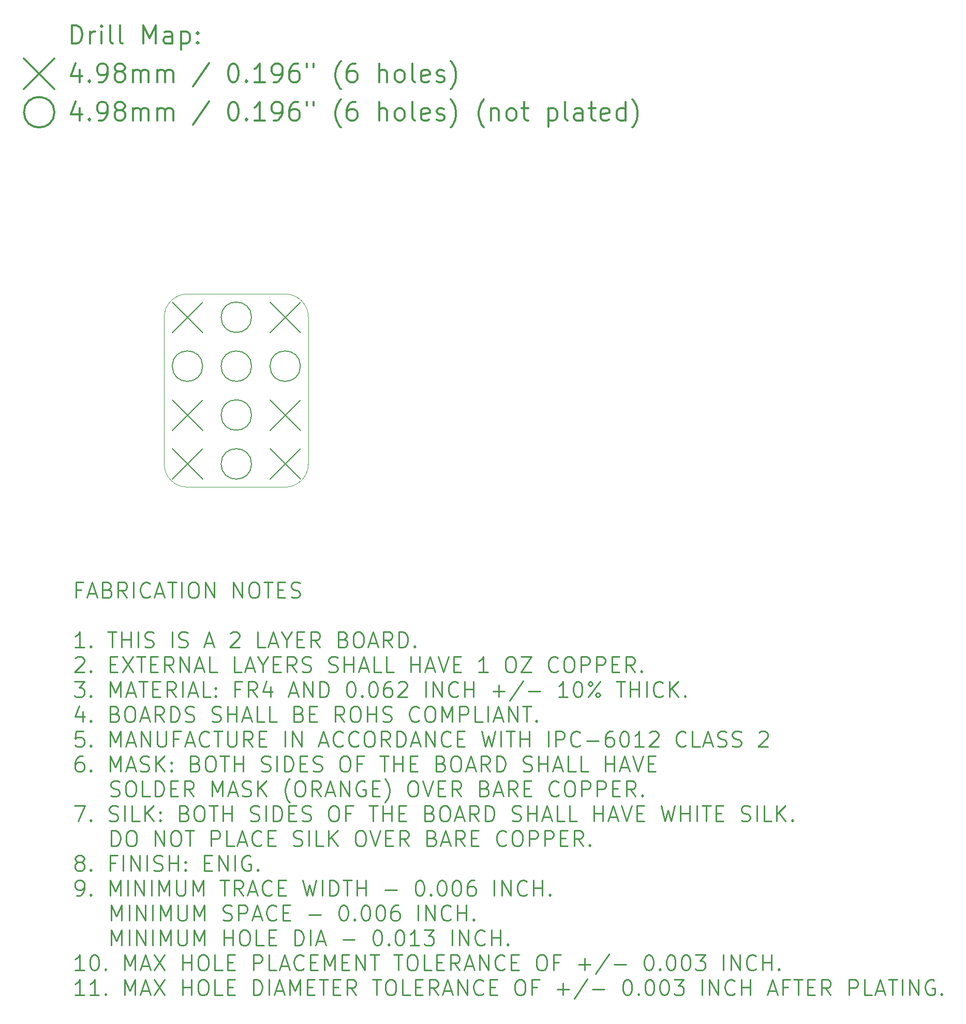
<source format=gbr>
G04 This is an RS-274x file exported by *
G04 gerbv version 2.6.0 *
G04 More information is available about gerbv at *
G04 http://gerbv.gpleda.org/ *
G04 --End of header info--*
%MOIN*%
%FSLAX34Y34*%
%IPPOS*%
G04 --Define apertures--*
%ADD10C,0.0079*%
%ADD11C,0.0118*%
%ADD12C,0.0031*%
%ADD13C,0.0100*%
G04 --Start main section--*
G54D10*
G01X0007590Y-018481D02*
G01X0009551Y-020441D01*
G01X0009551Y-018481D02*
G01X0007590Y-020441D01*
G01X0007590Y-024780D02*
G01X0009551Y-026741D01*
G01X0009551Y-024780D02*
G01X0007590Y-026741D01*
G01X0007590Y-027930D02*
G01X0009551Y-029890D01*
G01X0009551Y-027930D02*
G01X0007590Y-029890D01*
G01X0013890Y-018481D02*
G01X0015850Y-020441D01*
G01X0015850Y-018481D02*
G01X0013890Y-020441D01*
G01X0013890Y-024780D02*
G01X0015850Y-026741D01*
G01X0015850Y-024780D02*
G01X0013890Y-026741D01*
G01X0013890Y-027930D02*
G01X0015850Y-029890D01*
G01X0015850Y-027930D02*
G01X0013890Y-029890D01*
G01X0009551Y-022611D02*
G75*
G03X0009551Y-022611I-000980J0000000D01*
G01X0012701Y-019461D02*
G75*
G03X0012701Y-019461I-000980J0000000D01*
G01X0012701Y-022611D02*
G75*
G03X0012701Y-022611I-000980J0000000D01*
G01X0012701Y-025760D02*
G75*
G03X0012701Y-025760I-000980J0000000D01*
G01X0012701Y-028910D02*
G75*
G03X0012701Y-028910I-000980J0000000D01*
G01X0015850Y-022611D02*
G75*
G03X0015850Y-022611I-000980J0000000D01*
G54D11*
G01X0001128Y-001834D02*
G01X0001128Y-000652D01*
G01X0001128Y-000652D02*
G01X0001409Y-000652D01*
G01X0001409Y-000652D02*
G01X0001578Y-000709D01*
G01X0001578Y-000709D02*
G01X0001690Y-000821D01*
G01X0001690Y-000821D02*
G01X0001746Y-000934D01*
G01X0001746Y-000934D02*
G01X0001803Y-001159D01*
G01X0001803Y-001159D02*
G01X0001803Y-001327D01*
G01X0001803Y-001327D02*
G01X0001746Y-001552D01*
G01X0001746Y-001552D02*
G01X0001690Y-001665D01*
G01X0001690Y-001665D02*
G01X0001578Y-001777D01*
G01X0001578Y-001777D02*
G01X0001409Y-001834D01*
G01X0001409Y-001834D02*
G01X0001128Y-001834D01*
G01X0002309Y-001834D02*
G01X0002309Y-001046D01*
G01X0002309Y-001271D02*
G01X0002365Y-001159D01*
G01X0002365Y-001159D02*
G01X0002421Y-001102D01*
G01X0002421Y-001102D02*
G01X0002534Y-001046D01*
G01X0002534Y-001046D02*
G01X0002646Y-001046D01*
G01X0003040Y-001834D02*
G01X0003040Y-001046D01*
G01X0003040Y-000652D02*
G01X0002984Y-000709D01*
G01X0002984Y-000709D02*
G01X0003040Y-000765D01*
G01X0003040Y-000765D02*
G01X0003096Y-000709D01*
G01X0003096Y-000709D02*
G01X0003040Y-000652D01*
G01X0003040Y-000652D02*
G01X0003040Y-000765D01*
G01X0003771Y-001834D02*
G01X0003659Y-001777D01*
G01X0003659Y-001777D02*
G01X0003602Y-001665D01*
G01X0003602Y-001665D02*
G01X0003602Y-000652D01*
G01X0004390Y-001834D02*
G01X0004277Y-001777D01*
G01X0004277Y-001777D02*
G01X0004221Y-001665D01*
G01X0004221Y-001665D02*
G01X0004221Y-000652D01*
G01X0005740Y-001834D02*
G01X0005740Y-000652D01*
G01X0005740Y-000652D02*
G01X0006133Y-001496D01*
G01X0006133Y-001496D02*
G01X0006527Y-000652D01*
G01X0006527Y-000652D02*
G01X0006527Y-001834D01*
G01X0007596Y-001834D02*
G01X0007596Y-001215D01*
G01X0007596Y-001215D02*
G01X0007539Y-001102D01*
G01X0007539Y-001102D02*
G01X0007427Y-001046D01*
G01X0007427Y-001046D02*
G01X0007202Y-001046D01*
G01X0007202Y-001046D02*
G01X0007089Y-001102D01*
G01X0007596Y-001777D02*
G01X0007483Y-001834D01*
G01X0007483Y-001834D02*
G01X0007202Y-001834D01*
G01X0007202Y-001834D02*
G01X0007089Y-001777D01*
G01X0007089Y-001777D02*
G01X0007033Y-001665D01*
G01X0007033Y-001665D02*
G01X0007033Y-001552D01*
G01X0007033Y-001552D02*
G01X0007089Y-001440D01*
G01X0007089Y-001440D02*
G01X0007202Y-001384D01*
G01X0007202Y-001384D02*
G01X0007483Y-001384D01*
G01X0007483Y-001384D02*
G01X0007596Y-001327D01*
G01X0008158Y-001046D02*
G01X0008158Y-002227D01*
G01X0008158Y-001102D02*
G01X0008271Y-001046D01*
G01X0008271Y-001046D02*
G01X0008496Y-001046D01*
G01X0008496Y-001046D02*
G01X0008608Y-001102D01*
G01X0008608Y-001102D02*
G01X0008664Y-001159D01*
G01X0008664Y-001159D02*
G01X0008720Y-001271D01*
G01X0008720Y-001271D02*
G01X0008720Y-001609D01*
G01X0008720Y-001609D02*
G01X0008664Y-001721D01*
G01X0008664Y-001721D02*
G01X0008608Y-001777D01*
G01X0008608Y-001777D02*
G01X0008496Y-001834D01*
G01X0008496Y-001834D02*
G01X0008271Y-001834D01*
G01X0008271Y-001834D02*
G01X0008158Y-001777D01*
G01X0009227Y-001721D02*
G01X0009283Y-001777D01*
G01X0009283Y-001777D02*
G01X0009227Y-001834D01*
G01X0009227Y-001834D02*
G01X0009170Y-001777D01*
G01X0009170Y-001777D02*
G01X0009227Y-001721D01*
G01X0009227Y-001721D02*
G01X0009227Y-001834D01*
G01X0009227Y-001102D02*
G01X0009283Y-001159D01*
G01X0009283Y-001159D02*
G01X0009227Y-001215D01*
G01X0009227Y-001215D02*
G01X0009170Y-001159D01*
G01X0009170Y-001159D02*
G01X0009227Y-001102D01*
G01X0009227Y-001102D02*
G01X0009227Y-001215D01*
G01X-001961Y-002799D02*
G01X0000000Y-004760D01*
G01X0000000Y-002799D02*
G01X-001961Y-004760D01*
G01X0001634Y-003526D02*
G01X0001634Y-004314D01*
G01X0001353Y-003076D02*
G01X0001071Y-003920D01*
G01X0001071Y-003920D02*
G01X0001803Y-003920D01*
G01X0002253Y-004201D02*
G01X0002309Y-004258D01*
G01X0002309Y-004258D02*
G01X0002253Y-004314D01*
G01X0002253Y-004314D02*
G01X0002196Y-004258D01*
G01X0002196Y-004258D02*
G01X0002253Y-004201D01*
G01X0002253Y-004201D02*
G01X0002253Y-004314D01*
G01X0002871Y-004314D02*
G01X0003096Y-004314D01*
G01X0003096Y-004314D02*
G01X0003209Y-004258D01*
G01X0003209Y-004258D02*
G01X0003265Y-004201D01*
G01X0003265Y-004201D02*
G01X0003377Y-004033D01*
G01X0003377Y-004033D02*
G01X0003434Y-003808D01*
G01X0003434Y-003808D02*
G01X0003434Y-003358D01*
G01X0003434Y-003358D02*
G01X0003377Y-003245D01*
G01X0003377Y-003245D02*
G01X0003321Y-003189D01*
G01X0003321Y-003189D02*
G01X0003209Y-003133D01*
G01X0003209Y-003133D02*
G01X0002984Y-003133D01*
G01X0002984Y-003133D02*
G01X0002871Y-003189D01*
G01X0002871Y-003189D02*
G01X0002815Y-003245D01*
G01X0002815Y-003245D02*
G01X0002759Y-003358D01*
G01X0002759Y-003358D02*
G01X0002759Y-003639D01*
G01X0002759Y-003639D02*
G01X0002815Y-003751D01*
G01X0002815Y-003751D02*
G01X0002871Y-003808D01*
G01X0002871Y-003808D02*
G01X0002984Y-003864D01*
G01X0002984Y-003864D02*
G01X0003209Y-003864D01*
G01X0003209Y-003864D02*
G01X0003321Y-003808D01*
G01X0003321Y-003808D02*
G01X0003377Y-003751D01*
G01X0003377Y-003751D02*
G01X0003434Y-003639D01*
G01X0004109Y-003639D02*
G01X0003996Y-003583D01*
G01X0003996Y-003583D02*
G01X0003940Y-003526D01*
G01X0003940Y-003526D02*
G01X0003884Y-003414D01*
G01X0003884Y-003414D02*
G01X0003884Y-003358D01*
G01X0003884Y-003358D02*
G01X0003940Y-003245D01*
G01X0003940Y-003245D02*
G01X0003996Y-003189D01*
G01X0003996Y-003189D02*
G01X0004109Y-003133D01*
G01X0004109Y-003133D02*
G01X0004334Y-003133D01*
G01X0004334Y-003133D02*
G01X0004446Y-003189D01*
G01X0004446Y-003189D02*
G01X0004502Y-003245D01*
G01X0004502Y-003245D02*
G01X0004558Y-003358D01*
G01X0004558Y-003358D02*
G01X0004558Y-003414D01*
G01X0004558Y-003414D02*
G01X0004502Y-003526D01*
G01X0004502Y-003526D02*
G01X0004446Y-003583D01*
G01X0004446Y-003583D02*
G01X0004334Y-003639D01*
G01X0004334Y-003639D02*
G01X0004109Y-003639D01*
G01X0004109Y-003639D02*
G01X0003996Y-003695D01*
G01X0003996Y-003695D02*
G01X0003940Y-003751D01*
G01X0003940Y-003751D02*
G01X0003884Y-003864D01*
G01X0003884Y-003864D02*
G01X0003884Y-004089D01*
G01X0003884Y-004089D02*
G01X0003940Y-004201D01*
G01X0003940Y-004201D02*
G01X0003996Y-004258D01*
G01X0003996Y-004258D02*
G01X0004109Y-004314D01*
G01X0004109Y-004314D02*
G01X0004334Y-004314D01*
G01X0004334Y-004314D02*
G01X0004446Y-004258D01*
G01X0004446Y-004258D02*
G01X0004502Y-004201D01*
G01X0004502Y-004201D02*
G01X0004558Y-004089D01*
G01X0004558Y-004089D02*
G01X0004558Y-003864D01*
G01X0004558Y-003864D02*
G01X0004502Y-003751D01*
G01X0004502Y-003751D02*
G01X0004446Y-003695D01*
G01X0004446Y-003695D02*
G01X0004334Y-003639D01*
G01X0005065Y-004314D02*
G01X0005065Y-003526D01*
G01X0005065Y-003639D02*
G01X0005121Y-003583D01*
G01X0005121Y-003583D02*
G01X0005233Y-003526D01*
G01X0005233Y-003526D02*
G01X0005402Y-003526D01*
G01X0005402Y-003526D02*
G01X0005515Y-003583D01*
G01X0005515Y-003583D02*
G01X0005571Y-003695D01*
G01X0005571Y-003695D02*
G01X0005571Y-004314D01*
G01X0005571Y-003695D02*
G01X0005627Y-003583D01*
G01X0005627Y-003583D02*
G01X0005740Y-003526D01*
G01X0005740Y-003526D02*
G01X0005908Y-003526D01*
G01X0005908Y-003526D02*
G01X0006021Y-003583D01*
G01X0006021Y-003583D02*
G01X0006077Y-003695D01*
G01X0006077Y-003695D02*
G01X0006077Y-004314D01*
G01X0006639Y-004314D02*
G01X0006639Y-003526D01*
G01X0006639Y-003639D02*
G01X0006696Y-003583D01*
G01X0006696Y-003583D02*
G01X0006808Y-003526D01*
G01X0006808Y-003526D02*
G01X0006977Y-003526D01*
G01X0006977Y-003526D02*
G01X0007089Y-003583D01*
G01X0007089Y-003583D02*
G01X0007146Y-003695D01*
G01X0007146Y-003695D02*
G01X0007146Y-004314D01*
G01X0007146Y-003695D02*
G01X0007202Y-003583D01*
G01X0007202Y-003583D02*
G01X0007314Y-003526D01*
G01X0007314Y-003526D02*
G01X0007483Y-003526D01*
G01X0007483Y-003526D02*
G01X0007596Y-003583D01*
G01X0007596Y-003583D02*
G01X0007652Y-003695D01*
G01X0007652Y-003695D02*
G01X0007652Y-004314D01*
G01X0009958Y-003076D02*
G01X0008945Y-004595D01*
G01X0011476Y-003133D02*
G01X0011589Y-003133D01*
G01X0011589Y-003133D02*
G01X0011701Y-003189D01*
G01X0011701Y-003189D02*
G01X0011758Y-003245D01*
G01X0011758Y-003245D02*
G01X0011814Y-003358D01*
G01X0011814Y-003358D02*
G01X0011870Y-003583D01*
G01X0011870Y-003583D02*
G01X0011870Y-003864D01*
G01X0011870Y-003864D02*
G01X0011814Y-004089D01*
G01X0011814Y-004089D02*
G01X0011758Y-004201D01*
G01X0011758Y-004201D02*
G01X0011701Y-004258D01*
G01X0011701Y-004258D02*
G01X0011589Y-004314D01*
G01X0011589Y-004314D02*
G01X0011476Y-004314D01*
G01X0011476Y-004314D02*
G01X0011364Y-004258D01*
G01X0011364Y-004258D02*
G01X0011308Y-004201D01*
G01X0011308Y-004201D02*
G01X0011251Y-004089D01*
G01X0011251Y-004089D02*
G01X0011195Y-003864D01*
G01X0011195Y-003864D02*
G01X0011195Y-003583D01*
G01X0011195Y-003583D02*
G01X0011251Y-003358D01*
G01X0011251Y-003358D02*
G01X0011308Y-003245D01*
G01X0011308Y-003245D02*
G01X0011364Y-003189D01*
G01X0011364Y-003189D02*
G01X0011476Y-003133D01*
G01X0012376Y-004201D02*
G01X0012433Y-004258D01*
G01X0012433Y-004258D02*
G01X0012376Y-004314D01*
G01X0012376Y-004314D02*
G01X0012320Y-004258D01*
G01X0012320Y-004258D02*
G01X0012376Y-004201D01*
G01X0012376Y-004201D02*
G01X0012376Y-004314D01*
G01X0013557Y-004314D02*
G01X0012882Y-004314D01*
G01X0013220Y-004314D02*
G01X0013220Y-003133D01*
G01X0013220Y-003133D02*
G01X0013107Y-003301D01*
G01X0013107Y-003301D02*
G01X0012995Y-003414D01*
G01X0012995Y-003414D02*
G01X0012882Y-003470D01*
G01X0014120Y-004314D02*
G01X0014345Y-004314D01*
G01X0014345Y-004314D02*
G01X0014457Y-004258D01*
G01X0014457Y-004258D02*
G01X0014513Y-004201D01*
G01X0014513Y-004201D02*
G01X0014626Y-004033D01*
G01X0014626Y-004033D02*
G01X0014682Y-003808D01*
G01X0014682Y-003808D02*
G01X0014682Y-003358D01*
G01X0014682Y-003358D02*
G01X0014626Y-003245D01*
G01X0014626Y-003245D02*
G01X0014570Y-003189D01*
G01X0014570Y-003189D02*
G01X0014457Y-003133D01*
G01X0014457Y-003133D02*
G01X0014232Y-003133D01*
G01X0014232Y-003133D02*
G01X0014120Y-003189D01*
G01X0014120Y-003189D02*
G01X0014064Y-003245D01*
G01X0014064Y-003245D02*
G01X0014007Y-003358D01*
G01X0014007Y-003358D02*
G01X0014007Y-003639D01*
G01X0014007Y-003639D02*
G01X0014064Y-003751D01*
G01X0014064Y-003751D02*
G01X0014120Y-003808D01*
G01X0014120Y-003808D02*
G01X0014232Y-003864D01*
G01X0014232Y-003864D02*
G01X0014457Y-003864D01*
G01X0014457Y-003864D02*
G01X0014570Y-003808D01*
G01X0014570Y-003808D02*
G01X0014626Y-003751D01*
G01X0014626Y-003751D02*
G01X0014682Y-003639D01*
G01X0015695Y-003133D02*
G01X0015470Y-003133D01*
G01X0015470Y-003133D02*
G01X0015357Y-003189D01*
G01X0015357Y-003189D02*
G01X0015301Y-003245D01*
G01X0015301Y-003245D02*
G01X0015188Y-003414D01*
G01X0015188Y-003414D02*
G01X0015132Y-003639D01*
G01X0015132Y-003639D02*
G01X0015132Y-004089D01*
G01X0015132Y-004089D02*
G01X0015188Y-004201D01*
G01X0015188Y-004201D02*
G01X0015245Y-004258D01*
G01X0015245Y-004258D02*
G01X0015357Y-004314D01*
G01X0015357Y-004314D02*
G01X0015582Y-004314D01*
G01X0015582Y-004314D02*
G01X0015695Y-004258D01*
G01X0015695Y-004258D02*
G01X0015751Y-004201D01*
G01X0015751Y-004201D02*
G01X0015807Y-004089D01*
G01X0015807Y-004089D02*
G01X0015807Y-003808D01*
G01X0015807Y-003808D02*
G01X0015751Y-003695D01*
G01X0015751Y-003695D02*
G01X0015695Y-003639D01*
G01X0015695Y-003639D02*
G01X0015582Y-003583D01*
G01X0015582Y-003583D02*
G01X0015357Y-003583D01*
G01X0015357Y-003583D02*
G01X0015245Y-003639D01*
G01X0015245Y-003639D02*
G01X0015188Y-003695D01*
G01X0015188Y-003695D02*
G01X0015132Y-003808D01*
G01X0016257Y-003133D02*
G01X0016257Y-003358D01*
G01X0016707Y-003133D02*
G01X0016707Y-003358D01*
G01X0018451Y-004764D02*
G01X0018394Y-004708D01*
G01X0018394Y-004708D02*
G01X0018282Y-004539D01*
G01X0018282Y-004539D02*
G01X0018226Y-004426D01*
G01X0018226Y-004426D02*
G01X0018169Y-004258D01*
G01X0018169Y-004258D02*
G01X0018113Y-003976D01*
G01X0018113Y-003976D02*
G01X0018113Y-003751D01*
G01X0018113Y-003751D02*
G01X0018169Y-003470D01*
G01X0018169Y-003470D02*
G01X0018226Y-003301D01*
G01X0018226Y-003301D02*
G01X0018282Y-003189D01*
G01X0018282Y-003189D02*
G01X0018394Y-003020D01*
G01X0018394Y-003020D02*
G01X0018451Y-002964D01*
G01X0019407Y-003133D02*
G01X0019182Y-003133D01*
G01X0019182Y-003133D02*
G01X0019069Y-003189D01*
G01X0019069Y-003189D02*
G01X0019013Y-003245D01*
G01X0019013Y-003245D02*
G01X0018900Y-003414D01*
G01X0018900Y-003414D02*
G01X0018844Y-003639D01*
G01X0018844Y-003639D02*
G01X0018844Y-004089D01*
G01X0018844Y-004089D02*
G01X0018900Y-004201D01*
G01X0018900Y-004201D02*
G01X0018957Y-004258D01*
G01X0018957Y-004258D02*
G01X0019069Y-004314D01*
G01X0019069Y-004314D02*
G01X0019294Y-004314D01*
G01X0019294Y-004314D02*
G01X0019407Y-004258D01*
G01X0019407Y-004258D02*
G01X0019463Y-004201D01*
G01X0019463Y-004201D02*
G01X0019519Y-004089D01*
G01X0019519Y-004089D02*
G01X0019519Y-003808D01*
G01X0019519Y-003808D02*
G01X0019463Y-003695D01*
G01X0019463Y-003695D02*
G01X0019407Y-003639D01*
G01X0019407Y-003639D02*
G01X0019294Y-003583D01*
G01X0019294Y-003583D02*
G01X0019069Y-003583D01*
G01X0019069Y-003583D02*
G01X0018957Y-003639D01*
G01X0018957Y-003639D02*
G01X0018900Y-003695D01*
G01X0018900Y-003695D02*
G01X0018844Y-003808D01*
G01X0020925Y-004314D02*
G01X0020925Y-003133D01*
G01X0021431Y-004314D02*
G01X0021431Y-003695D01*
G01X0021431Y-003695D02*
G01X0021375Y-003583D01*
G01X0021375Y-003583D02*
G01X0021263Y-003526D01*
G01X0021263Y-003526D02*
G01X0021094Y-003526D01*
G01X0021094Y-003526D02*
G01X0020981Y-003583D01*
G01X0020981Y-003583D02*
G01X0020925Y-003639D01*
G01X0022163Y-004314D02*
G01X0022050Y-004258D01*
G01X0022050Y-004258D02*
G01X0021994Y-004201D01*
G01X0021994Y-004201D02*
G01X0021938Y-004089D01*
G01X0021938Y-004089D02*
G01X0021938Y-003751D01*
G01X0021938Y-003751D02*
G01X0021994Y-003639D01*
G01X0021994Y-003639D02*
G01X0022050Y-003583D01*
G01X0022050Y-003583D02*
G01X0022163Y-003526D01*
G01X0022163Y-003526D02*
G01X0022331Y-003526D01*
G01X0022331Y-003526D02*
G01X0022444Y-003583D01*
G01X0022444Y-003583D02*
G01X0022500Y-003639D01*
G01X0022500Y-003639D02*
G01X0022556Y-003751D01*
G01X0022556Y-003751D02*
G01X0022556Y-004089D01*
G01X0022556Y-004089D02*
G01X0022500Y-004201D01*
G01X0022500Y-004201D02*
G01X0022444Y-004258D01*
G01X0022444Y-004258D02*
G01X0022331Y-004314D01*
G01X0022331Y-004314D02*
G01X0022163Y-004314D01*
G01X0023231Y-004314D02*
G01X0023119Y-004258D01*
G01X0023119Y-004258D02*
G01X0023062Y-004145D01*
G01X0023062Y-004145D02*
G01X0023062Y-003133D01*
G01X0024131Y-004258D02*
G01X0024019Y-004314D01*
G01X0024019Y-004314D02*
G01X0023794Y-004314D01*
G01X0023794Y-004314D02*
G01X0023681Y-004258D01*
G01X0023681Y-004258D02*
G01X0023625Y-004145D01*
G01X0023625Y-004145D02*
G01X0023625Y-003695D01*
G01X0023625Y-003695D02*
G01X0023681Y-003583D01*
G01X0023681Y-003583D02*
G01X0023794Y-003526D01*
G01X0023794Y-003526D02*
G01X0024019Y-003526D01*
G01X0024019Y-003526D02*
G01X0024131Y-003583D01*
G01X0024131Y-003583D02*
G01X0024187Y-003695D01*
G01X0024187Y-003695D02*
G01X0024187Y-003808D01*
G01X0024187Y-003808D02*
G01X0023625Y-003920D01*
G01X0024637Y-004258D02*
G01X0024750Y-004314D01*
G01X0024750Y-004314D02*
G01X0024975Y-004314D01*
G01X0024975Y-004314D02*
G01X0025087Y-004258D01*
G01X0025087Y-004258D02*
G01X0025143Y-004145D01*
G01X0025143Y-004145D02*
G01X0025143Y-004089D01*
G01X0025143Y-004089D02*
G01X0025087Y-003976D01*
G01X0025087Y-003976D02*
G01X0024975Y-003920D01*
G01X0024975Y-003920D02*
G01X0024806Y-003920D01*
G01X0024806Y-003920D02*
G01X0024693Y-003864D01*
G01X0024693Y-003864D02*
G01X0024637Y-003751D01*
G01X0024637Y-003751D02*
G01X0024637Y-003695D01*
G01X0024637Y-003695D02*
G01X0024693Y-003583D01*
G01X0024693Y-003583D02*
G01X0024806Y-003526D01*
G01X0024806Y-003526D02*
G01X0024975Y-003526D01*
G01X0024975Y-003526D02*
G01X0025087Y-003583D01*
G01X0025537Y-004764D02*
G01X0025593Y-004708D01*
G01X0025593Y-004708D02*
G01X0025706Y-004539D01*
G01X0025706Y-004539D02*
G01X0025762Y-004426D01*
G01X0025762Y-004426D02*
G01X0025818Y-004258D01*
G01X0025818Y-004258D02*
G01X0025875Y-003976D01*
G01X0025875Y-003976D02*
G01X0025875Y-003751D01*
G01X0025875Y-003751D02*
G01X0025818Y-003470D01*
G01X0025818Y-003470D02*
G01X0025762Y-003301D01*
G01X0025762Y-003301D02*
G01X0025706Y-003189D01*
G01X0025706Y-003189D02*
G01X0025593Y-003020D01*
G01X0025593Y-003020D02*
G01X0025537Y-002964D01*
G01X0000000Y-006252D02*
G75*
G03X0000000Y-006252I-000980J0000000D01*
G01X0001634Y-005999D02*
G01X0001634Y-006786D01*
G01X0001353Y-005549D02*
G01X0001071Y-006393D01*
G01X0001071Y-006393D02*
G01X0001803Y-006393D01*
G01X0002253Y-006674D02*
G01X0002309Y-006730D01*
G01X0002309Y-006730D02*
G01X0002253Y-006786D01*
G01X0002253Y-006786D02*
G01X0002196Y-006730D01*
G01X0002196Y-006730D02*
G01X0002253Y-006674D01*
G01X0002253Y-006674D02*
G01X0002253Y-006786D01*
G01X0002871Y-006786D02*
G01X0003096Y-006786D01*
G01X0003096Y-006786D02*
G01X0003209Y-006730D01*
G01X0003209Y-006730D02*
G01X0003265Y-006674D01*
G01X0003265Y-006674D02*
G01X0003377Y-006505D01*
G01X0003377Y-006505D02*
G01X0003434Y-006280D01*
G01X0003434Y-006280D02*
G01X0003434Y-005830D01*
G01X0003434Y-005830D02*
G01X0003377Y-005718D01*
G01X0003377Y-005718D02*
G01X0003321Y-005661D01*
G01X0003321Y-005661D02*
G01X0003209Y-005605D01*
G01X0003209Y-005605D02*
G01X0002984Y-005605D01*
G01X0002984Y-005605D02*
G01X0002871Y-005661D01*
G01X0002871Y-005661D02*
G01X0002815Y-005718D01*
G01X0002815Y-005718D02*
G01X0002759Y-005830D01*
G01X0002759Y-005830D02*
G01X0002759Y-006111D01*
G01X0002759Y-006111D02*
G01X0002815Y-006224D01*
G01X0002815Y-006224D02*
G01X0002871Y-006280D01*
G01X0002871Y-006280D02*
G01X0002984Y-006336D01*
G01X0002984Y-006336D02*
G01X0003209Y-006336D01*
G01X0003209Y-006336D02*
G01X0003321Y-006280D01*
G01X0003321Y-006280D02*
G01X0003377Y-006224D01*
G01X0003377Y-006224D02*
G01X0003434Y-006111D01*
G01X0004109Y-006111D02*
G01X0003996Y-006055D01*
G01X0003996Y-006055D02*
G01X0003940Y-005999D01*
G01X0003940Y-005999D02*
G01X0003884Y-005886D01*
G01X0003884Y-005886D02*
G01X0003884Y-005830D01*
G01X0003884Y-005830D02*
G01X0003940Y-005718D01*
G01X0003940Y-005718D02*
G01X0003996Y-005661D01*
G01X0003996Y-005661D02*
G01X0004109Y-005605D01*
G01X0004109Y-005605D02*
G01X0004334Y-005605D01*
G01X0004334Y-005605D02*
G01X0004446Y-005661D01*
G01X0004446Y-005661D02*
G01X0004502Y-005718D01*
G01X0004502Y-005718D02*
G01X0004558Y-005830D01*
G01X0004558Y-005830D02*
G01X0004558Y-005886D01*
G01X0004558Y-005886D02*
G01X0004502Y-005999D01*
G01X0004502Y-005999D02*
G01X0004446Y-006055D01*
G01X0004446Y-006055D02*
G01X0004334Y-006111D01*
G01X0004334Y-006111D02*
G01X0004109Y-006111D01*
G01X0004109Y-006111D02*
G01X0003996Y-006168D01*
G01X0003996Y-006168D02*
G01X0003940Y-006224D01*
G01X0003940Y-006224D02*
G01X0003884Y-006336D01*
G01X0003884Y-006336D02*
G01X0003884Y-006561D01*
G01X0003884Y-006561D02*
G01X0003940Y-006674D01*
G01X0003940Y-006674D02*
G01X0003996Y-006730D01*
G01X0003996Y-006730D02*
G01X0004109Y-006786D01*
G01X0004109Y-006786D02*
G01X0004334Y-006786D01*
G01X0004334Y-006786D02*
G01X0004446Y-006730D01*
G01X0004446Y-006730D02*
G01X0004502Y-006674D01*
G01X0004502Y-006674D02*
G01X0004558Y-006561D01*
G01X0004558Y-006561D02*
G01X0004558Y-006336D01*
G01X0004558Y-006336D02*
G01X0004502Y-006224D01*
G01X0004502Y-006224D02*
G01X0004446Y-006168D01*
G01X0004446Y-006168D02*
G01X0004334Y-006111D01*
G01X0005065Y-006786D02*
G01X0005065Y-005999D01*
G01X0005065Y-006111D02*
G01X0005121Y-006055D01*
G01X0005121Y-006055D02*
G01X0005233Y-005999D01*
G01X0005233Y-005999D02*
G01X0005402Y-005999D01*
G01X0005402Y-005999D02*
G01X0005515Y-006055D01*
G01X0005515Y-006055D02*
G01X0005571Y-006168D01*
G01X0005571Y-006168D02*
G01X0005571Y-006786D01*
G01X0005571Y-006168D02*
G01X0005627Y-006055D01*
G01X0005627Y-006055D02*
G01X0005740Y-005999D01*
G01X0005740Y-005999D02*
G01X0005908Y-005999D01*
G01X0005908Y-005999D02*
G01X0006021Y-006055D01*
G01X0006021Y-006055D02*
G01X0006077Y-006168D01*
G01X0006077Y-006168D02*
G01X0006077Y-006786D01*
G01X0006639Y-006786D02*
G01X0006639Y-005999D01*
G01X0006639Y-006111D02*
G01X0006696Y-006055D01*
G01X0006696Y-006055D02*
G01X0006808Y-005999D01*
G01X0006808Y-005999D02*
G01X0006977Y-005999D01*
G01X0006977Y-005999D02*
G01X0007089Y-006055D01*
G01X0007089Y-006055D02*
G01X0007146Y-006168D01*
G01X0007146Y-006168D02*
G01X0007146Y-006786D01*
G01X0007146Y-006168D02*
G01X0007202Y-006055D01*
G01X0007202Y-006055D02*
G01X0007314Y-005999D01*
G01X0007314Y-005999D02*
G01X0007483Y-005999D01*
G01X0007483Y-005999D02*
G01X0007596Y-006055D01*
G01X0007596Y-006055D02*
G01X0007652Y-006168D01*
G01X0007652Y-006168D02*
G01X0007652Y-006786D01*
G01X0009958Y-005549D02*
G01X0008945Y-007067D01*
G01X0011476Y-005605D02*
G01X0011589Y-005605D01*
G01X0011589Y-005605D02*
G01X0011701Y-005661D01*
G01X0011701Y-005661D02*
G01X0011758Y-005718D01*
G01X0011758Y-005718D02*
G01X0011814Y-005830D01*
G01X0011814Y-005830D02*
G01X0011870Y-006055D01*
G01X0011870Y-006055D02*
G01X0011870Y-006336D01*
G01X0011870Y-006336D02*
G01X0011814Y-006561D01*
G01X0011814Y-006561D02*
G01X0011758Y-006674D01*
G01X0011758Y-006674D02*
G01X0011701Y-006730D01*
G01X0011701Y-006730D02*
G01X0011589Y-006786D01*
G01X0011589Y-006786D02*
G01X0011476Y-006786D01*
G01X0011476Y-006786D02*
G01X0011364Y-006730D01*
G01X0011364Y-006730D02*
G01X0011308Y-006674D01*
G01X0011308Y-006674D02*
G01X0011251Y-006561D01*
G01X0011251Y-006561D02*
G01X0011195Y-006336D01*
G01X0011195Y-006336D02*
G01X0011195Y-006055D01*
G01X0011195Y-006055D02*
G01X0011251Y-005830D01*
G01X0011251Y-005830D02*
G01X0011308Y-005718D01*
G01X0011308Y-005718D02*
G01X0011364Y-005661D01*
G01X0011364Y-005661D02*
G01X0011476Y-005605D01*
G01X0012376Y-006674D02*
G01X0012433Y-006730D01*
G01X0012433Y-006730D02*
G01X0012376Y-006786D01*
G01X0012376Y-006786D02*
G01X0012320Y-006730D01*
G01X0012320Y-006730D02*
G01X0012376Y-006674D01*
G01X0012376Y-006674D02*
G01X0012376Y-006786D01*
G01X0013557Y-006786D02*
G01X0012882Y-006786D01*
G01X0013220Y-006786D02*
G01X0013220Y-005605D01*
G01X0013220Y-005605D02*
G01X0013107Y-005774D01*
G01X0013107Y-005774D02*
G01X0012995Y-005886D01*
G01X0012995Y-005886D02*
G01X0012882Y-005943D01*
G01X0014120Y-006786D02*
G01X0014345Y-006786D01*
G01X0014345Y-006786D02*
G01X0014457Y-006730D01*
G01X0014457Y-006730D02*
G01X0014513Y-006674D01*
G01X0014513Y-006674D02*
G01X0014626Y-006505D01*
G01X0014626Y-006505D02*
G01X0014682Y-006280D01*
G01X0014682Y-006280D02*
G01X0014682Y-005830D01*
G01X0014682Y-005830D02*
G01X0014626Y-005718D01*
G01X0014626Y-005718D02*
G01X0014570Y-005661D01*
G01X0014570Y-005661D02*
G01X0014457Y-005605D01*
G01X0014457Y-005605D02*
G01X0014232Y-005605D01*
G01X0014232Y-005605D02*
G01X0014120Y-005661D01*
G01X0014120Y-005661D02*
G01X0014064Y-005718D01*
G01X0014064Y-005718D02*
G01X0014007Y-005830D01*
G01X0014007Y-005830D02*
G01X0014007Y-006111D01*
G01X0014007Y-006111D02*
G01X0014064Y-006224D01*
G01X0014064Y-006224D02*
G01X0014120Y-006280D01*
G01X0014120Y-006280D02*
G01X0014232Y-006336D01*
G01X0014232Y-006336D02*
G01X0014457Y-006336D01*
G01X0014457Y-006336D02*
G01X0014570Y-006280D01*
G01X0014570Y-006280D02*
G01X0014626Y-006224D01*
G01X0014626Y-006224D02*
G01X0014682Y-006111D01*
G01X0015695Y-005605D02*
G01X0015470Y-005605D01*
G01X0015470Y-005605D02*
G01X0015357Y-005661D01*
G01X0015357Y-005661D02*
G01X0015301Y-005718D01*
G01X0015301Y-005718D02*
G01X0015188Y-005886D01*
G01X0015188Y-005886D02*
G01X0015132Y-006111D01*
G01X0015132Y-006111D02*
G01X0015132Y-006561D01*
G01X0015132Y-006561D02*
G01X0015188Y-006674D01*
G01X0015188Y-006674D02*
G01X0015245Y-006730D01*
G01X0015245Y-006730D02*
G01X0015357Y-006786D01*
G01X0015357Y-006786D02*
G01X0015582Y-006786D01*
G01X0015582Y-006786D02*
G01X0015695Y-006730D01*
G01X0015695Y-006730D02*
G01X0015751Y-006674D01*
G01X0015751Y-006674D02*
G01X0015807Y-006561D01*
G01X0015807Y-006561D02*
G01X0015807Y-006280D01*
G01X0015807Y-006280D02*
G01X0015751Y-006168D01*
G01X0015751Y-006168D02*
G01X0015695Y-006111D01*
G01X0015695Y-006111D02*
G01X0015582Y-006055D01*
G01X0015582Y-006055D02*
G01X0015357Y-006055D01*
G01X0015357Y-006055D02*
G01X0015245Y-006111D01*
G01X0015245Y-006111D02*
G01X0015188Y-006168D01*
G01X0015188Y-006168D02*
G01X0015132Y-006280D01*
G01X0016257Y-005605D02*
G01X0016257Y-005830D01*
G01X0016707Y-005605D02*
G01X0016707Y-005830D01*
G01X0018451Y-007236D02*
G01X0018394Y-007180D01*
G01X0018394Y-007180D02*
G01X0018282Y-007011D01*
G01X0018282Y-007011D02*
G01X0018226Y-006899D01*
G01X0018226Y-006899D02*
G01X0018169Y-006730D01*
G01X0018169Y-006730D02*
G01X0018113Y-006449D01*
G01X0018113Y-006449D02*
G01X0018113Y-006224D01*
G01X0018113Y-006224D02*
G01X0018169Y-005943D01*
G01X0018169Y-005943D02*
G01X0018226Y-005774D01*
G01X0018226Y-005774D02*
G01X0018282Y-005661D01*
G01X0018282Y-005661D02*
G01X0018394Y-005493D01*
G01X0018394Y-005493D02*
G01X0018451Y-005436D01*
G01X0019407Y-005605D02*
G01X0019182Y-005605D01*
G01X0019182Y-005605D02*
G01X0019069Y-005661D01*
G01X0019069Y-005661D02*
G01X0019013Y-005718D01*
G01X0019013Y-005718D02*
G01X0018900Y-005886D01*
G01X0018900Y-005886D02*
G01X0018844Y-006111D01*
G01X0018844Y-006111D02*
G01X0018844Y-006561D01*
G01X0018844Y-006561D02*
G01X0018900Y-006674D01*
G01X0018900Y-006674D02*
G01X0018957Y-006730D01*
G01X0018957Y-006730D02*
G01X0019069Y-006786D01*
G01X0019069Y-006786D02*
G01X0019294Y-006786D01*
G01X0019294Y-006786D02*
G01X0019407Y-006730D01*
G01X0019407Y-006730D02*
G01X0019463Y-006674D01*
G01X0019463Y-006674D02*
G01X0019519Y-006561D01*
G01X0019519Y-006561D02*
G01X0019519Y-006280D01*
G01X0019519Y-006280D02*
G01X0019463Y-006168D01*
G01X0019463Y-006168D02*
G01X0019407Y-006111D01*
G01X0019407Y-006111D02*
G01X0019294Y-006055D01*
G01X0019294Y-006055D02*
G01X0019069Y-006055D01*
G01X0019069Y-006055D02*
G01X0018957Y-006111D01*
G01X0018957Y-006111D02*
G01X0018900Y-006168D01*
G01X0018900Y-006168D02*
G01X0018844Y-006280D01*
G01X0020925Y-006786D02*
G01X0020925Y-005605D01*
G01X0021431Y-006786D02*
G01X0021431Y-006168D01*
G01X0021431Y-006168D02*
G01X0021375Y-006055D01*
G01X0021375Y-006055D02*
G01X0021263Y-005999D01*
G01X0021263Y-005999D02*
G01X0021094Y-005999D01*
G01X0021094Y-005999D02*
G01X0020981Y-006055D01*
G01X0020981Y-006055D02*
G01X0020925Y-006111D01*
G01X0022163Y-006786D02*
G01X0022050Y-006730D01*
G01X0022050Y-006730D02*
G01X0021994Y-006674D01*
G01X0021994Y-006674D02*
G01X0021938Y-006561D01*
G01X0021938Y-006561D02*
G01X0021938Y-006224D01*
G01X0021938Y-006224D02*
G01X0021994Y-006111D01*
G01X0021994Y-006111D02*
G01X0022050Y-006055D01*
G01X0022050Y-006055D02*
G01X0022163Y-005999D01*
G01X0022163Y-005999D02*
G01X0022331Y-005999D01*
G01X0022331Y-005999D02*
G01X0022444Y-006055D01*
G01X0022444Y-006055D02*
G01X0022500Y-006111D01*
G01X0022500Y-006111D02*
G01X0022556Y-006224D01*
G01X0022556Y-006224D02*
G01X0022556Y-006561D01*
G01X0022556Y-006561D02*
G01X0022500Y-006674D01*
G01X0022500Y-006674D02*
G01X0022444Y-006730D01*
G01X0022444Y-006730D02*
G01X0022331Y-006786D01*
G01X0022331Y-006786D02*
G01X0022163Y-006786D01*
G01X0023231Y-006786D02*
G01X0023119Y-006730D01*
G01X0023119Y-006730D02*
G01X0023062Y-006618D01*
G01X0023062Y-006618D02*
G01X0023062Y-005605D01*
G01X0024131Y-006730D02*
G01X0024019Y-006786D01*
G01X0024019Y-006786D02*
G01X0023794Y-006786D01*
G01X0023794Y-006786D02*
G01X0023681Y-006730D01*
G01X0023681Y-006730D02*
G01X0023625Y-006618D01*
G01X0023625Y-006618D02*
G01X0023625Y-006168D01*
G01X0023625Y-006168D02*
G01X0023681Y-006055D01*
G01X0023681Y-006055D02*
G01X0023794Y-005999D01*
G01X0023794Y-005999D02*
G01X0024019Y-005999D01*
G01X0024019Y-005999D02*
G01X0024131Y-006055D01*
G01X0024131Y-006055D02*
G01X0024187Y-006168D01*
G01X0024187Y-006168D02*
G01X0024187Y-006280D01*
G01X0024187Y-006280D02*
G01X0023625Y-006393D01*
G01X0024637Y-006730D02*
G01X0024750Y-006786D01*
G01X0024750Y-006786D02*
G01X0024975Y-006786D01*
G01X0024975Y-006786D02*
G01X0025087Y-006730D01*
G01X0025087Y-006730D02*
G01X0025143Y-006618D01*
G01X0025143Y-006618D02*
G01X0025143Y-006561D01*
G01X0025143Y-006561D02*
G01X0025087Y-006449D01*
G01X0025087Y-006449D02*
G01X0024975Y-006393D01*
G01X0024975Y-006393D02*
G01X0024806Y-006393D01*
G01X0024806Y-006393D02*
G01X0024693Y-006336D01*
G01X0024693Y-006336D02*
G01X0024637Y-006224D01*
G01X0024637Y-006224D02*
G01X0024637Y-006168D01*
G01X0024637Y-006168D02*
G01X0024693Y-006055D01*
G01X0024693Y-006055D02*
G01X0024806Y-005999D01*
G01X0024806Y-005999D02*
G01X0024975Y-005999D01*
G01X0024975Y-005999D02*
G01X0025087Y-006055D01*
G01X0025537Y-007236D02*
G01X0025593Y-007180D01*
G01X0025593Y-007180D02*
G01X0025706Y-007011D01*
G01X0025706Y-007011D02*
G01X0025762Y-006899D01*
G01X0025762Y-006899D02*
G01X0025818Y-006730D01*
G01X0025818Y-006730D02*
G01X0025875Y-006449D01*
G01X0025875Y-006449D02*
G01X0025875Y-006224D01*
G01X0025875Y-006224D02*
G01X0025818Y-005943D01*
G01X0025818Y-005943D02*
G01X0025762Y-005774D01*
G01X0025762Y-005774D02*
G01X0025706Y-005661D01*
G01X0025706Y-005661D02*
G01X0025593Y-005493D01*
G01X0025593Y-005493D02*
G01X0025537Y-005436D01*
G01X0027674Y-007236D02*
G01X0027618Y-007180D01*
G01X0027618Y-007180D02*
G01X0027506Y-007011D01*
G01X0027506Y-007011D02*
G01X0027449Y-006899D01*
G01X0027449Y-006899D02*
G01X0027393Y-006730D01*
G01X0027393Y-006730D02*
G01X0027337Y-006449D01*
G01X0027337Y-006449D02*
G01X0027337Y-006224D01*
G01X0027337Y-006224D02*
G01X0027393Y-005943D01*
G01X0027393Y-005943D02*
G01X0027449Y-005774D01*
G01X0027449Y-005774D02*
G01X0027506Y-005661D01*
G01X0027506Y-005661D02*
G01X0027618Y-005493D01*
G01X0027618Y-005493D02*
G01X0027674Y-005436D01*
G01X0028124Y-005999D02*
G01X0028124Y-006786D01*
G01X0028124Y-006111D02*
G01X0028181Y-006055D01*
G01X0028181Y-006055D02*
G01X0028293Y-005999D01*
G01X0028293Y-005999D02*
G01X0028462Y-005999D01*
G01X0028462Y-005999D02*
G01X0028574Y-006055D01*
G01X0028574Y-006055D02*
G01X0028630Y-006168D01*
G01X0028630Y-006168D02*
G01X0028630Y-006786D01*
G01X0029362Y-006786D02*
G01X0029249Y-006730D01*
G01X0029249Y-006730D02*
G01X0029193Y-006674D01*
G01X0029193Y-006674D02*
G01X0029137Y-006561D01*
G01X0029137Y-006561D02*
G01X0029137Y-006224D01*
G01X0029137Y-006224D02*
G01X0029193Y-006111D01*
G01X0029193Y-006111D02*
G01X0029249Y-006055D01*
G01X0029249Y-006055D02*
G01X0029362Y-005999D01*
G01X0029362Y-005999D02*
G01X0029530Y-005999D01*
G01X0029530Y-005999D02*
G01X0029643Y-006055D01*
G01X0029643Y-006055D02*
G01X0029699Y-006111D01*
G01X0029699Y-006111D02*
G01X0029755Y-006224D01*
G01X0029755Y-006224D02*
G01X0029755Y-006561D01*
G01X0029755Y-006561D02*
G01X0029699Y-006674D01*
G01X0029699Y-006674D02*
G01X0029643Y-006730D01*
G01X0029643Y-006730D02*
G01X0029530Y-006786D01*
G01X0029530Y-006786D02*
G01X0029362Y-006786D01*
G01X0030093Y-005999D02*
G01X0030543Y-005999D01*
G01X0030262Y-005605D02*
G01X0030262Y-006618D01*
G01X0030262Y-006618D02*
G01X0030318Y-006730D01*
G01X0030318Y-006730D02*
G01X0030430Y-006786D01*
G01X0030430Y-006786D02*
G01X0030543Y-006786D01*
G01X0031836Y-005999D02*
G01X0031836Y-007180D01*
G01X0031836Y-006055D02*
G01X0031949Y-005999D01*
G01X0031949Y-005999D02*
G01X0032174Y-005999D01*
G01X0032174Y-005999D02*
G01X0032286Y-006055D01*
G01X0032286Y-006055D02*
G01X0032343Y-006111D01*
G01X0032343Y-006111D02*
G01X0032399Y-006224D01*
G01X0032399Y-006224D02*
G01X0032399Y-006561D01*
G01X0032399Y-006561D02*
G01X0032343Y-006674D01*
G01X0032343Y-006674D02*
G01X0032286Y-006730D01*
G01X0032286Y-006730D02*
G01X0032174Y-006786D01*
G01X0032174Y-006786D02*
G01X0031949Y-006786D01*
G01X0031949Y-006786D02*
G01X0031836Y-006730D01*
G01X0033074Y-006786D02*
G01X0032961Y-006730D01*
G01X0032961Y-006730D02*
G01X0032905Y-006618D01*
G01X0032905Y-006618D02*
G01X0032905Y-005605D01*
G01X0034030Y-006786D02*
G01X0034030Y-006168D01*
G01X0034030Y-006168D02*
G01X0033974Y-006055D01*
G01X0033974Y-006055D02*
G01X0033861Y-005999D01*
G01X0033861Y-005999D02*
G01X0033636Y-005999D01*
G01X0033636Y-005999D02*
G01X0033524Y-006055D01*
G01X0034030Y-006730D02*
G01X0033917Y-006786D01*
G01X0033917Y-006786D02*
G01X0033636Y-006786D01*
G01X0033636Y-006786D02*
G01X0033524Y-006730D01*
G01X0033524Y-006730D02*
G01X0033467Y-006618D01*
G01X0033467Y-006618D02*
G01X0033467Y-006505D01*
G01X0033467Y-006505D02*
G01X0033524Y-006393D01*
G01X0033524Y-006393D02*
G01X0033636Y-006336D01*
G01X0033636Y-006336D02*
G01X0033917Y-006336D01*
G01X0033917Y-006336D02*
G01X0034030Y-006280D01*
G01X0034424Y-005999D02*
G01X0034873Y-005999D01*
G01X0034592Y-005605D02*
G01X0034592Y-006618D01*
G01X0034592Y-006618D02*
G01X0034648Y-006730D01*
G01X0034648Y-006730D02*
G01X0034761Y-006786D01*
G01X0034761Y-006786D02*
G01X0034873Y-006786D01*
G01X0035717Y-006730D02*
G01X0035605Y-006786D01*
G01X0035605Y-006786D02*
G01X0035380Y-006786D01*
G01X0035380Y-006786D02*
G01X0035267Y-006730D01*
G01X0035267Y-006730D02*
G01X0035211Y-006618D01*
G01X0035211Y-006618D02*
G01X0035211Y-006168D01*
G01X0035211Y-006168D02*
G01X0035267Y-006055D01*
G01X0035267Y-006055D02*
G01X0035380Y-005999D01*
G01X0035380Y-005999D02*
G01X0035605Y-005999D01*
G01X0035605Y-005999D02*
G01X0035717Y-006055D01*
G01X0035717Y-006055D02*
G01X0035773Y-006168D01*
G01X0035773Y-006168D02*
G01X0035773Y-006280D01*
G01X0035773Y-006280D02*
G01X0035211Y-006393D01*
G01X0036786Y-006786D02*
G01X0036786Y-005605D01*
G01X0036786Y-006730D02*
G01X0036673Y-006786D01*
G01X0036673Y-006786D02*
G01X0036448Y-006786D01*
G01X0036448Y-006786D02*
G01X0036336Y-006730D01*
G01X0036336Y-006730D02*
G01X0036280Y-006674D01*
G01X0036280Y-006674D02*
G01X0036223Y-006561D01*
G01X0036223Y-006561D02*
G01X0036223Y-006224D01*
G01X0036223Y-006224D02*
G01X0036280Y-006111D01*
G01X0036280Y-006111D02*
G01X0036336Y-006055D01*
G01X0036336Y-006055D02*
G01X0036448Y-005999D01*
G01X0036448Y-005999D02*
G01X0036673Y-005999D01*
G01X0036673Y-005999D02*
G01X0036786Y-006055D01*
G01X0037236Y-007236D02*
G01X0037292Y-007180D01*
G01X0037292Y-007180D02*
G01X0037404Y-007011D01*
G01X0037404Y-007011D02*
G01X0037461Y-006899D01*
G01X0037461Y-006899D02*
G01X0037517Y-006730D01*
G01X0037517Y-006730D02*
G01X0037573Y-006449D01*
G01X0037573Y-006449D02*
G01X0037573Y-006224D01*
G01X0037573Y-006224D02*
G01X0037517Y-005943D01*
G01X0037517Y-005943D02*
G01X0037461Y-005774D01*
G01X0037461Y-005774D02*
G01X0037404Y-005661D01*
G01X0037404Y-005661D02*
G01X0037292Y-005493D01*
G01X0037292Y-005493D02*
G01X0037236Y-005436D01*
G01X0000000Y0000000D02*
G54D12*
G01X0007075Y-019461D02*
G01X0007075Y-028910D01*
G01X0016366Y-019461D02*
G01X0016366Y-028910D01*
G01X0008571Y-017965D02*
G01X0014870Y-017965D01*
G01X0008571Y-017965D02*
G75*
G03X0007075Y-019461I0000000J-001496D01*
G01X0016366Y-019461D02*
G75*
G03X0014870Y-017965I-001496J0000000D01*
G01X0014870Y-030406D02*
G75*
G03X0016366Y-028910I0000000J0001496D01*
G01X0007075Y-028910D02*
G75*
G03X0008571Y-030406I0001496J0000000D01*
G01X0008571Y-030406D02*
G01X0014870Y-030406D01*
G01X0000000Y0000000D02*
G54D13*
G01X0001726Y-037009D02*
G01X0001393Y-037009D01*
G01X0001393Y-037532D02*
G01X0001393Y-036532D01*
G01X0001393Y-036532D02*
G01X0001869Y-036532D01*
G01X0002203Y-037247D02*
G01X0002679Y-037247D01*
G01X0002107Y-037532D02*
G01X0002441Y-036532D01*
G01X0002441Y-036532D02*
G01X0002774Y-037532D01*
G01X0003441Y-037009D02*
G01X0003584Y-037056D01*
G01X0003584Y-037056D02*
G01X0003631Y-037104D01*
G01X0003631Y-037104D02*
G01X0003679Y-037199D01*
G01X0003679Y-037199D02*
G01X0003679Y-037342D01*
G01X0003679Y-037342D02*
G01X0003631Y-037437D01*
G01X0003631Y-037437D02*
G01X0003584Y-037485D01*
G01X0003584Y-037485D02*
G01X0003488Y-037532D01*
G01X0003488Y-037532D02*
G01X0003107Y-037532D01*
G01X0003107Y-037532D02*
G01X0003107Y-036532D01*
G01X0003107Y-036532D02*
G01X0003441Y-036532D01*
G01X0003441Y-036532D02*
G01X0003536Y-036580D01*
G01X0003536Y-036580D02*
G01X0003584Y-036628D01*
G01X0003584Y-036628D02*
G01X0003631Y-036723D01*
G01X0003631Y-036723D02*
G01X0003631Y-036818D01*
G01X0003631Y-036818D02*
G01X0003584Y-036913D01*
G01X0003584Y-036913D02*
G01X0003536Y-036961D01*
G01X0003536Y-036961D02*
G01X0003441Y-037009D01*
G01X0003441Y-037009D02*
G01X0003107Y-037009D01*
G01X0004679Y-037532D02*
G01X0004345Y-037056D01*
G01X0004107Y-037532D02*
G01X0004107Y-036532D01*
G01X0004107Y-036532D02*
G01X0004488Y-036532D01*
G01X0004488Y-036532D02*
G01X0004584Y-036580D01*
G01X0004584Y-036580D02*
G01X0004631Y-036628D01*
G01X0004631Y-036628D02*
G01X0004679Y-036723D01*
G01X0004679Y-036723D02*
G01X0004679Y-036866D01*
G01X0004679Y-036866D02*
G01X0004631Y-036961D01*
G01X0004631Y-036961D02*
G01X0004584Y-037009D01*
G01X0004584Y-037009D02*
G01X0004488Y-037056D01*
G01X0004488Y-037056D02*
G01X0004107Y-037056D01*
G01X0005107Y-037532D02*
G01X0005107Y-036532D01*
G01X0006155Y-037437D02*
G01X0006107Y-037485D01*
G01X0006107Y-037485D02*
G01X0005965Y-037532D01*
G01X0005965Y-037532D02*
G01X0005869Y-037532D01*
G01X0005869Y-037532D02*
G01X0005726Y-037485D01*
G01X0005726Y-037485D02*
G01X0005631Y-037390D01*
G01X0005631Y-037390D02*
G01X0005584Y-037294D01*
G01X0005584Y-037294D02*
G01X0005536Y-037104D01*
G01X0005536Y-037104D02*
G01X0005536Y-036961D01*
G01X0005536Y-036961D02*
G01X0005584Y-036770D01*
G01X0005584Y-036770D02*
G01X0005631Y-036675D01*
G01X0005631Y-036675D02*
G01X0005726Y-036580D01*
G01X0005726Y-036580D02*
G01X0005869Y-036532D01*
G01X0005869Y-036532D02*
G01X0005965Y-036532D01*
G01X0005965Y-036532D02*
G01X0006107Y-036580D01*
G01X0006107Y-036580D02*
G01X0006155Y-036628D01*
G01X0006536Y-037247D02*
G01X0007012Y-037247D01*
G01X0006441Y-037532D02*
G01X0006774Y-036532D01*
G01X0006774Y-036532D02*
G01X0007107Y-037532D01*
G01X0007298Y-036532D02*
G01X0007869Y-036532D01*
G01X0007584Y-037532D02*
G01X0007584Y-036532D01*
G01X0008203Y-037532D02*
G01X0008203Y-036532D01*
G01X0008869Y-036532D02*
G01X0009060Y-036532D01*
G01X0009060Y-036532D02*
G01X0009155Y-036580D01*
G01X0009155Y-036580D02*
G01X0009250Y-036675D01*
G01X0009250Y-036675D02*
G01X0009298Y-036866D01*
G01X0009298Y-036866D02*
G01X0009298Y-037199D01*
G01X0009298Y-037199D02*
G01X0009250Y-037390D01*
G01X0009250Y-037390D02*
G01X0009155Y-037485D01*
G01X0009155Y-037485D02*
G01X0009060Y-037532D01*
G01X0009060Y-037532D02*
G01X0008869Y-037532D01*
G01X0008869Y-037532D02*
G01X0008774Y-037485D01*
G01X0008774Y-037485D02*
G01X0008679Y-037390D01*
G01X0008679Y-037390D02*
G01X0008631Y-037199D01*
G01X0008631Y-037199D02*
G01X0008631Y-036866D01*
G01X0008631Y-036866D02*
G01X0008679Y-036675D01*
G01X0008679Y-036675D02*
G01X0008774Y-036580D01*
G01X0008774Y-036580D02*
G01X0008869Y-036532D01*
G01X0009726Y-037532D02*
G01X0009726Y-036532D01*
G01X0009726Y-036532D02*
G01X0010298Y-037532D01*
G01X0010298Y-037532D02*
G01X0010298Y-036532D01*
G01X0011536Y-037532D02*
G01X0011536Y-036532D01*
G01X0011536Y-036532D02*
G01X0012107Y-037532D01*
G01X0012107Y-037532D02*
G01X0012107Y-036532D01*
G01X0012774Y-036532D02*
G01X0012965Y-036532D01*
G01X0012965Y-036532D02*
G01X0013060Y-036580D01*
G01X0013060Y-036580D02*
G01X0013155Y-036675D01*
G01X0013155Y-036675D02*
G01X0013203Y-036866D01*
G01X0013203Y-036866D02*
G01X0013203Y-037199D01*
G01X0013203Y-037199D02*
G01X0013155Y-037390D01*
G01X0013155Y-037390D02*
G01X0013060Y-037485D01*
G01X0013060Y-037485D02*
G01X0012965Y-037532D01*
G01X0012965Y-037532D02*
G01X0012774Y-037532D01*
G01X0012774Y-037532D02*
G01X0012679Y-037485D01*
G01X0012679Y-037485D02*
G01X0012584Y-037390D01*
G01X0012584Y-037390D02*
G01X0012536Y-037199D01*
G01X0012536Y-037199D02*
G01X0012536Y-036866D01*
G01X0012536Y-036866D02*
G01X0012584Y-036675D01*
G01X0012584Y-036675D02*
G01X0012679Y-036580D01*
G01X0012679Y-036580D02*
G01X0012774Y-036532D01*
G01X0013488Y-036532D02*
G01X0014060Y-036532D01*
G01X0013774Y-037532D02*
G01X0013774Y-036532D01*
G01X0014393Y-037009D02*
G01X0014726Y-037009D01*
G01X0014869Y-037532D02*
G01X0014393Y-037532D01*
G01X0014393Y-037532D02*
G01X0014393Y-036532D01*
G01X0014393Y-036532D02*
G01X0014869Y-036532D01*
G01X0015250Y-037485D02*
G01X0015393Y-037532D01*
G01X0015393Y-037532D02*
G01X0015631Y-037532D01*
G01X0015631Y-037532D02*
G01X0015726Y-037485D01*
G01X0015726Y-037485D02*
G01X0015774Y-037437D01*
G01X0015774Y-037437D02*
G01X0015822Y-037342D01*
G01X0015822Y-037342D02*
G01X0015822Y-037247D01*
G01X0015822Y-037247D02*
G01X0015774Y-037151D01*
G01X0015774Y-037151D02*
G01X0015726Y-037104D01*
G01X0015726Y-037104D02*
G01X0015631Y-037056D01*
G01X0015631Y-037056D02*
G01X0015441Y-037009D01*
G01X0015441Y-037009D02*
G01X0015345Y-036961D01*
G01X0015345Y-036961D02*
G01X0015298Y-036913D01*
G01X0015298Y-036913D02*
G01X0015250Y-036818D01*
G01X0015250Y-036818D02*
G01X0015250Y-036723D01*
G01X0015250Y-036723D02*
G01X0015298Y-036628D01*
G01X0015298Y-036628D02*
G01X0015345Y-036580D01*
G01X0015345Y-036580D02*
G01X0015441Y-036532D01*
G01X0015441Y-036532D02*
G01X0015679Y-036532D01*
G01X0015679Y-036532D02*
G01X0015822Y-036580D01*
G01X0001917Y-040732D02*
G01X0001345Y-040732D01*
G01X0001631Y-040732D02*
G01X0001631Y-039732D01*
G01X0001631Y-039732D02*
G01X0001536Y-039875D01*
G01X0001536Y-039875D02*
G01X0001441Y-039970D01*
G01X0001441Y-039970D02*
G01X0001345Y-040018D01*
G01X0002345Y-040637D02*
G01X0002393Y-040685D01*
G01X0002393Y-040685D02*
G01X0002345Y-040732D01*
G01X0002345Y-040732D02*
G01X0002298Y-040685D01*
G01X0002298Y-040685D02*
G01X0002345Y-040637D01*
G01X0002345Y-040637D02*
G01X0002345Y-040732D01*
G01X0003441Y-039732D02*
G01X0004012Y-039732D01*
G01X0003726Y-040732D02*
G01X0003726Y-039732D01*
G01X0004345Y-040732D02*
G01X0004345Y-039732D01*
G01X0004345Y-040209D02*
G01X0004917Y-040209D01*
G01X0004917Y-040732D02*
G01X0004917Y-039732D01*
G01X0005393Y-040732D02*
G01X0005393Y-039732D01*
G01X0005822Y-040685D02*
G01X0005965Y-040732D01*
G01X0005965Y-040732D02*
G01X0006203Y-040732D01*
G01X0006203Y-040732D02*
G01X0006298Y-040685D01*
G01X0006298Y-040685D02*
G01X0006345Y-040637D01*
G01X0006345Y-040637D02*
G01X0006393Y-040542D01*
G01X0006393Y-040542D02*
G01X0006393Y-040447D01*
G01X0006393Y-040447D02*
G01X0006345Y-040351D01*
G01X0006345Y-040351D02*
G01X0006298Y-040304D01*
G01X0006298Y-040304D02*
G01X0006203Y-040256D01*
G01X0006203Y-040256D02*
G01X0006012Y-040209D01*
G01X0006012Y-040209D02*
G01X0005917Y-040161D01*
G01X0005917Y-040161D02*
G01X0005869Y-040113D01*
G01X0005869Y-040113D02*
G01X0005822Y-040018D01*
G01X0005822Y-040018D02*
G01X0005822Y-039923D01*
G01X0005822Y-039923D02*
G01X0005869Y-039828D01*
G01X0005869Y-039828D02*
G01X0005917Y-039780D01*
G01X0005917Y-039780D02*
G01X0006012Y-039732D01*
G01X0006012Y-039732D02*
G01X0006250Y-039732D01*
G01X0006250Y-039732D02*
G01X0006393Y-039780D01*
G01X0007584Y-040732D02*
G01X0007584Y-039732D01*
G01X0008012Y-040685D02*
G01X0008155Y-040732D01*
G01X0008155Y-040732D02*
G01X0008393Y-040732D01*
G01X0008393Y-040732D02*
G01X0008488Y-040685D01*
G01X0008488Y-040685D02*
G01X0008536Y-040637D01*
G01X0008536Y-040637D02*
G01X0008584Y-040542D01*
G01X0008584Y-040542D02*
G01X0008584Y-040447D01*
G01X0008584Y-040447D02*
G01X0008536Y-040351D01*
G01X0008536Y-040351D02*
G01X0008488Y-040304D01*
G01X0008488Y-040304D02*
G01X0008393Y-040256D01*
G01X0008393Y-040256D02*
G01X0008203Y-040209D01*
G01X0008203Y-040209D02*
G01X0008107Y-040161D01*
G01X0008107Y-040161D02*
G01X0008060Y-040113D01*
G01X0008060Y-040113D02*
G01X0008012Y-040018D01*
G01X0008012Y-040018D02*
G01X0008012Y-039923D01*
G01X0008012Y-039923D02*
G01X0008060Y-039828D01*
G01X0008060Y-039828D02*
G01X0008107Y-039780D01*
G01X0008107Y-039780D02*
G01X0008203Y-039732D01*
G01X0008203Y-039732D02*
G01X0008441Y-039732D01*
G01X0008441Y-039732D02*
G01X0008584Y-039780D01*
G01X0009726Y-040447D02*
G01X0010203Y-040447D01*
G01X0009631Y-040732D02*
G01X0009965Y-039732D01*
G01X0009965Y-039732D02*
G01X0010298Y-040732D01*
G01X0011345Y-039828D02*
G01X0011393Y-039780D01*
G01X0011393Y-039780D02*
G01X0011488Y-039732D01*
G01X0011488Y-039732D02*
G01X0011726Y-039732D01*
G01X0011726Y-039732D02*
G01X0011822Y-039780D01*
G01X0011822Y-039780D02*
G01X0011869Y-039828D01*
G01X0011869Y-039828D02*
G01X0011917Y-039923D01*
G01X0011917Y-039923D02*
G01X0011917Y-040018D01*
G01X0011917Y-040018D02*
G01X0011869Y-040161D01*
G01X0011869Y-040161D02*
G01X0011298Y-040732D01*
G01X0011298Y-040732D02*
G01X0011917Y-040732D01*
G01X0013584Y-040732D02*
G01X0013107Y-040732D01*
G01X0013107Y-040732D02*
G01X0013107Y-039732D01*
G01X0013869Y-040447D02*
G01X0014345Y-040447D01*
G01X0013774Y-040732D02*
G01X0014107Y-039732D01*
G01X0014107Y-039732D02*
G01X0014441Y-040732D01*
G01X0014965Y-040256D02*
G01X0014965Y-040732D01*
G01X0014631Y-039732D02*
G01X0014965Y-040256D01*
G01X0014965Y-040256D02*
G01X0015298Y-039732D01*
G01X0015631Y-040209D02*
G01X0015965Y-040209D01*
G01X0016107Y-040732D02*
G01X0015631Y-040732D01*
G01X0015631Y-040732D02*
G01X0015631Y-039732D01*
G01X0015631Y-039732D02*
G01X0016107Y-039732D01*
G01X0017107Y-040732D02*
G01X0016774Y-040256D01*
G01X0016536Y-040732D02*
G01X0016536Y-039732D01*
G01X0016536Y-039732D02*
G01X0016917Y-039732D01*
G01X0016917Y-039732D02*
G01X0017012Y-039780D01*
G01X0017012Y-039780D02*
G01X0017060Y-039828D01*
G01X0017060Y-039828D02*
G01X0017107Y-039923D01*
G01X0017107Y-039923D02*
G01X0017107Y-040066D01*
G01X0017107Y-040066D02*
G01X0017060Y-040161D01*
G01X0017060Y-040161D02*
G01X0017012Y-040209D01*
G01X0017012Y-040209D02*
G01X0016917Y-040256D01*
G01X0016917Y-040256D02*
G01X0016536Y-040256D01*
G01X0018631Y-040209D02*
G01X0018774Y-040256D01*
G01X0018774Y-040256D02*
G01X0018822Y-040304D01*
G01X0018822Y-040304D02*
G01X0018869Y-040399D01*
G01X0018869Y-040399D02*
G01X0018869Y-040542D01*
G01X0018869Y-040542D02*
G01X0018822Y-040637D01*
G01X0018822Y-040637D02*
G01X0018774Y-040685D01*
G01X0018774Y-040685D02*
G01X0018679Y-040732D01*
G01X0018679Y-040732D02*
G01X0018298Y-040732D01*
G01X0018298Y-040732D02*
G01X0018298Y-039732D01*
G01X0018298Y-039732D02*
G01X0018631Y-039732D01*
G01X0018631Y-039732D02*
G01X0018726Y-039780D01*
G01X0018726Y-039780D02*
G01X0018774Y-039828D01*
G01X0018774Y-039828D02*
G01X0018822Y-039923D01*
G01X0018822Y-039923D02*
G01X0018822Y-040018D01*
G01X0018822Y-040018D02*
G01X0018774Y-040113D01*
G01X0018774Y-040113D02*
G01X0018726Y-040161D01*
G01X0018726Y-040161D02*
G01X0018631Y-040209D01*
G01X0018631Y-040209D02*
G01X0018298Y-040209D01*
G01X0019488Y-039732D02*
G01X0019679Y-039732D01*
G01X0019679Y-039732D02*
G01X0019774Y-039780D01*
G01X0019774Y-039780D02*
G01X0019869Y-039875D01*
G01X0019869Y-039875D02*
G01X0019917Y-040066D01*
G01X0019917Y-040066D02*
G01X0019917Y-040399D01*
G01X0019917Y-040399D02*
G01X0019869Y-040590D01*
G01X0019869Y-040590D02*
G01X0019774Y-040685D01*
G01X0019774Y-040685D02*
G01X0019679Y-040732D01*
G01X0019679Y-040732D02*
G01X0019488Y-040732D01*
G01X0019488Y-040732D02*
G01X0019393Y-040685D01*
G01X0019393Y-040685D02*
G01X0019298Y-040590D01*
G01X0019298Y-040590D02*
G01X0019250Y-040399D01*
G01X0019250Y-040399D02*
G01X0019250Y-040066D01*
G01X0019250Y-040066D02*
G01X0019298Y-039875D01*
G01X0019298Y-039875D02*
G01X0019393Y-039780D01*
G01X0019393Y-039780D02*
G01X0019488Y-039732D01*
G01X0020298Y-040447D02*
G01X0020774Y-040447D01*
G01X0020203Y-040732D02*
G01X0020536Y-039732D01*
G01X0020536Y-039732D02*
G01X0020869Y-040732D01*
G01X0021774Y-040732D02*
G01X0021441Y-040256D01*
G01X0021203Y-040732D02*
G01X0021203Y-039732D01*
G01X0021203Y-039732D02*
G01X0021584Y-039732D01*
G01X0021584Y-039732D02*
G01X0021679Y-039780D01*
G01X0021679Y-039780D02*
G01X0021726Y-039828D01*
G01X0021726Y-039828D02*
G01X0021774Y-039923D01*
G01X0021774Y-039923D02*
G01X0021774Y-040066D01*
G01X0021774Y-040066D02*
G01X0021726Y-040161D01*
G01X0021726Y-040161D02*
G01X0021679Y-040209D01*
G01X0021679Y-040209D02*
G01X0021584Y-040256D01*
G01X0021584Y-040256D02*
G01X0021203Y-040256D01*
G01X0022203Y-040732D02*
G01X0022203Y-039732D01*
G01X0022203Y-039732D02*
G01X0022441Y-039732D01*
G01X0022441Y-039732D02*
G01X0022584Y-039780D01*
G01X0022584Y-039780D02*
G01X0022679Y-039875D01*
G01X0022679Y-039875D02*
G01X0022726Y-039970D01*
G01X0022726Y-039970D02*
G01X0022774Y-040161D01*
G01X0022774Y-040161D02*
G01X0022774Y-040304D01*
G01X0022774Y-040304D02*
G01X0022726Y-040494D01*
G01X0022726Y-040494D02*
G01X0022679Y-040590D01*
G01X0022679Y-040590D02*
G01X0022584Y-040685D01*
G01X0022584Y-040685D02*
G01X0022441Y-040732D01*
G01X0022441Y-040732D02*
G01X0022203Y-040732D01*
G01X0023203Y-040637D02*
G01X0023250Y-040685D01*
G01X0023250Y-040685D02*
G01X0023203Y-040732D01*
G01X0023203Y-040732D02*
G01X0023155Y-040685D01*
G01X0023155Y-040685D02*
G01X0023203Y-040637D01*
G01X0023203Y-040637D02*
G01X0023203Y-040732D01*
G01X0001345Y-041428D02*
G01X0001393Y-041380D01*
G01X0001393Y-041380D02*
G01X0001488Y-041332D01*
G01X0001488Y-041332D02*
G01X0001726Y-041332D01*
G01X0001726Y-041332D02*
G01X0001822Y-041380D01*
G01X0001822Y-041380D02*
G01X0001869Y-041428D01*
G01X0001869Y-041428D02*
G01X0001917Y-041523D01*
G01X0001917Y-041523D02*
G01X0001917Y-041618D01*
G01X0001917Y-041618D02*
G01X0001869Y-041761D01*
G01X0001869Y-041761D02*
G01X0001298Y-042332D01*
G01X0001298Y-042332D02*
G01X0001917Y-042332D01*
G01X0002345Y-042237D02*
G01X0002393Y-042285D01*
G01X0002393Y-042285D02*
G01X0002345Y-042332D01*
G01X0002345Y-042332D02*
G01X0002298Y-042285D01*
G01X0002298Y-042285D02*
G01X0002345Y-042237D01*
G01X0002345Y-042237D02*
G01X0002345Y-042332D01*
G01X0003584Y-041809D02*
G01X0003917Y-041809D01*
G01X0004060Y-042332D02*
G01X0003584Y-042332D01*
G01X0003584Y-042332D02*
G01X0003584Y-041332D01*
G01X0003584Y-041332D02*
G01X0004060Y-041332D01*
G01X0004393Y-041332D02*
G01X0005060Y-042332D01*
G01X0005060Y-041332D02*
G01X0004393Y-042332D01*
G01X0005298Y-041332D02*
G01X0005869Y-041332D01*
G01X0005584Y-042332D02*
G01X0005584Y-041332D01*
G01X0006203Y-041809D02*
G01X0006536Y-041809D01*
G01X0006679Y-042332D02*
G01X0006203Y-042332D01*
G01X0006203Y-042332D02*
G01X0006203Y-041332D01*
G01X0006203Y-041332D02*
G01X0006679Y-041332D01*
G01X0007679Y-042332D02*
G01X0007345Y-041856D01*
G01X0007107Y-042332D02*
G01X0007107Y-041332D01*
G01X0007107Y-041332D02*
G01X0007488Y-041332D01*
G01X0007488Y-041332D02*
G01X0007584Y-041380D01*
G01X0007584Y-041380D02*
G01X0007631Y-041428D01*
G01X0007631Y-041428D02*
G01X0007679Y-041523D01*
G01X0007679Y-041523D02*
G01X0007679Y-041666D01*
G01X0007679Y-041666D02*
G01X0007631Y-041761D01*
G01X0007631Y-041761D02*
G01X0007584Y-041809D01*
G01X0007584Y-041809D02*
G01X0007488Y-041856D01*
G01X0007488Y-041856D02*
G01X0007107Y-041856D01*
G01X0008107Y-042332D02*
G01X0008107Y-041332D01*
G01X0008107Y-041332D02*
G01X0008679Y-042332D01*
G01X0008679Y-042332D02*
G01X0008679Y-041332D01*
G01X0009107Y-042047D02*
G01X0009584Y-042047D01*
G01X0009012Y-042332D02*
G01X0009345Y-041332D01*
G01X0009345Y-041332D02*
G01X0009679Y-042332D01*
G01X0010488Y-042332D02*
G01X0010012Y-042332D01*
G01X0010012Y-042332D02*
G01X0010012Y-041332D01*
G01X0012060Y-042332D02*
G01X0011584Y-042332D01*
G01X0011584Y-042332D02*
G01X0011584Y-041332D01*
G01X0012345Y-042047D02*
G01X0012822Y-042047D01*
G01X0012250Y-042332D02*
G01X0012584Y-041332D01*
G01X0012584Y-041332D02*
G01X0012917Y-042332D01*
G01X0013441Y-041856D02*
G01X0013441Y-042332D01*
G01X0013107Y-041332D02*
G01X0013441Y-041856D01*
G01X0013441Y-041856D02*
G01X0013774Y-041332D01*
G01X0014107Y-041809D02*
G01X0014441Y-041809D01*
G01X0014584Y-042332D02*
G01X0014107Y-042332D01*
G01X0014107Y-042332D02*
G01X0014107Y-041332D01*
G01X0014107Y-041332D02*
G01X0014584Y-041332D01*
G01X0015584Y-042332D02*
G01X0015250Y-041856D01*
G01X0015012Y-042332D02*
G01X0015012Y-041332D01*
G01X0015012Y-041332D02*
G01X0015393Y-041332D01*
G01X0015393Y-041332D02*
G01X0015488Y-041380D01*
G01X0015488Y-041380D02*
G01X0015536Y-041428D01*
G01X0015536Y-041428D02*
G01X0015584Y-041523D01*
G01X0015584Y-041523D02*
G01X0015584Y-041666D01*
G01X0015584Y-041666D02*
G01X0015536Y-041761D01*
G01X0015536Y-041761D02*
G01X0015488Y-041809D01*
G01X0015488Y-041809D02*
G01X0015393Y-041856D01*
G01X0015393Y-041856D02*
G01X0015012Y-041856D01*
G01X0015965Y-042285D02*
G01X0016107Y-042332D01*
G01X0016107Y-042332D02*
G01X0016345Y-042332D01*
G01X0016345Y-042332D02*
G01X0016441Y-042285D01*
G01X0016441Y-042285D02*
G01X0016488Y-042237D01*
G01X0016488Y-042237D02*
G01X0016536Y-042142D01*
G01X0016536Y-042142D02*
G01X0016536Y-042047D01*
G01X0016536Y-042047D02*
G01X0016488Y-041951D01*
G01X0016488Y-041951D02*
G01X0016441Y-041904D01*
G01X0016441Y-041904D02*
G01X0016345Y-041856D01*
G01X0016345Y-041856D02*
G01X0016155Y-041809D01*
G01X0016155Y-041809D02*
G01X0016060Y-041761D01*
G01X0016060Y-041761D02*
G01X0016012Y-041713D01*
G01X0016012Y-041713D02*
G01X0015965Y-041618D01*
G01X0015965Y-041618D02*
G01X0015965Y-041523D01*
G01X0015965Y-041523D02*
G01X0016012Y-041428D01*
G01X0016012Y-041428D02*
G01X0016060Y-041380D01*
G01X0016060Y-041380D02*
G01X0016155Y-041332D01*
G01X0016155Y-041332D02*
G01X0016393Y-041332D01*
G01X0016393Y-041332D02*
G01X0016536Y-041380D01*
G01X0017679Y-042285D02*
G01X0017822Y-042332D01*
G01X0017822Y-042332D02*
G01X0018060Y-042332D01*
G01X0018060Y-042332D02*
G01X0018155Y-042285D01*
G01X0018155Y-042285D02*
G01X0018203Y-042237D01*
G01X0018203Y-042237D02*
G01X0018250Y-042142D01*
G01X0018250Y-042142D02*
G01X0018250Y-042047D01*
G01X0018250Y-042047D02*
G01X0018203Y-041951D01*
G01X0018203Y-041951D02*
G01X0018155Y-041904D01*
G01X0018155Y-041904D02*
G01X0018060Y-041856D01*
G01X0018060Y-041856D02*
G01X0017869Y-041809D01*
G01X0017869Y-041809D02*
G01X0017774Y-041761D01*
G01X0017774Y-041761D02*
G01X0017726Y-041713D01*
G01X0017726Y-041713D02*
G01X0017679Y-041618D01*
G01X0017679Y-041618D02*
G01X0017679Y-041523D01*
G01X0017679Y-041523D02*
G01X0017726Y-041428D01*
G01X0017726Y-041428D02*
G01X0017774Y-041380D01*
G01X0017774Y-041380D02*
G01X0017869Y-041332D01*
G01X0017869Y-041332D02*
G01X0018107Y-041332D01*
G01X0018107Y-041332D02*
G01X0018250Y-041380D01*
G01X0018679Y-042332D02*
G01X0018679Y-041332D01*
G01X0018679Y-041809D02*
G01X0019250Y-041809D01*
G01X0019250Y-042332D02*
G01X0019250Y-041332D01*
G01X0019679Y-042047D02*
G01X0020155Y-042047D01*
G01X0019584Y-042332D02*
G01X0019917Y-041332D01*
G01X0019917Y-041332D02*
G01X0020250Y-042332D01*
G01X0021060Y-042332D02*
G01X0020584Y-042332D01*
G01X0020584Y-042332D02*
G01X0020584Y-041332D01*
G01X0021869Y-042332D02*
G01X0021393Y-042332D01*
G01X0021393Y-042332D02*
G01X0021393Y-041332D01*
G01X0022965Y-042332D02*
G01X0022965Y-041332D01*
G01X0022965Y-041809D02*
G01X0023536Y-041809D01*
G01X0023536Y-042332D02*
G01X0023536Y-041332D01*
G01X0023965Y-042047D02*
G01X0024441Y-042047D01*
G01X0023869Y-042332D02*
G01X0024203Y-041332D01*
G01X0024203Y-041332D02*
G01X0024536Y-042332D01*
G01X0024726Y-041332D02*
G01X0025060Y-042332D01*
G01X0025060Y-042332D02*
G01X0025393Y-041332D01*
G01X0025726Y-041809D02*
G01X0026060Y-041809D01*
G01X0026203Y-042332D02*
G01X0025726Y-042332D01*
G01X0025726Y-042332D02*
G01X0025726Y-041332D01*
G01X0025726Y-041332D02*
G01X0026203Y-041332D01*
G01X0027917Y-042332D02*
G01X0027345Y-042332D01*
G01X0027631Y-042332D02*
G01X0027631Y-041332D01*
G01X0027631Y-041332D02*
G01X0027536Y-041475D01*
G01X0027536Y-041475D02*
G01X0027441Y-041570D01*
G01X0027441Y-041570D02*
G01X0027345Y-041618D01*
G01X0029298Y-041332D02*
G01X0029488Y-041332D01*
G01X0029488Y-041332D02*
G01X0029584Y-041380D01*
G01X0029584Y-041380D02*
G01X0029679Y-041475D01*
G01X0029679Y-041475D02*
G01X0029726Y-041666D01*
G01X0029726Y-041666D02*
G01X0029726Y-041999D01*
G01X0029726Y-041999D02*
G01X0029679Y-042190D01*
G01X0029679Y-042190D02*
G01X0029584Y-042285D01*
G01X0029584Y-042285D02*
G01X0029488Y-042332D01*
G01X0029488Y-042332D02*
G01X0029298Y-042332D01*
G01X0029298Y-042332D02*
G01X0029203Y-042285D01*
G01X0029203Y-042285D02*
G01X0029107Y-042190D01*
G01X0029107Y-042190D02*
G01X0029060Y-041999D01*
G01X0029060Y-041999D02*
G01X0029060Y-041666D01*
G01X0029060Y-041666D02*
G01X0029107Y-041475D01*
G01X0029107Y-041475D02*
G01X0029203Y-041380D01*
G01X0029203Y-041380D02*
G01X0029298Y-041332D01*
G01X0030060Y-041332D02*
G01X0030726Y-041332D01*
G01X0030726Y-041332D02*
G01X0030060Y-042332D01*
G01X0030060Y-042332D02*
G01X0030726Y-042332D01*
G01X0032441Y-042237D02*
G01X0032393Y-042285D01*
G01X0032393Y-042285D02*
G01X0032250Y-042332D01*
G01X0032250Y-042332D02*
G01X0032155Y-042332D01*
G01X0032155Y-042332D02*
G01X0032012Y-042285D01*
G01X0032012Y-042285D02*
G01X0031917Y-042190D01*
G01X0031917Y-042190D02*
G01X0031869Y-042094D01*
G01X0031869Y-042094D02*
G01X0031822Y-041904D01*
G01X0031822Y-041904D02*
G01X0031822Y-041761D01*
G01X0031822Y-041761D02*
G01X0031869Y-041570D01*
G01X0031869Y-041570D02*
G01X0031917Y-041475D01*
G01X0031917Y-041475D02*
G01X0032012Y-041380D01*
G01X0032012Y-041380D02*
G01X0032155Y-041332D01*
G01X0032155Y-041332D02*
G01X0032250Y-041332D01*
G01X0032250Y-041332D02*
G01X0032393Y-041380D01*
G01X0032393Y-041380D02*
G01X0032441Y-041428D01*
G01X0033060Y-041332D02*
G01X0033250Y-041332D01*
G01X0033250Y-041332D02*
G01X0033345Y-041380D01*
G01X0033345Y-041380D02*
G01X0033441Y-041475D01*
G01X0033441Y-041475D02*
G01X0033488Y-041666D01*
G01X0033488Y-041666D02*
G01X0033488Y-041999D01*
G01X0033488Y-041999D02*
G01X0033441Y-042190D01*
G01X0033441Y-042190D02*
G01X0033345Y-042285D01*
G01X0033345Y-042285D02*
G01X0033250Y-042332D01*
G01X0033250Y-042332D02*
G01X0033060Y-042332D01*
G01X0033060Y-042332D02*
G01X0032965Y-042285D01*
G01X0032965Y-042285D02*
G01X0032869Y-042190D01*
G01X0032869Y-042190D02*
G01X0032822Y-041999D01*
G01X0032822Y-041999D02*
G01X0032822Y-041666D01*
G01X0032822Y-041666D02*
G01X0032869Y-041475D01*
G01X0032869Y-041475D02*
G01X0032965Y-041380D01*
G01X0032965Y-041380D02*
G01X0033060Y-041332D01*
G01X0033917Y-042332D02*
G01X0033917Y-041332D01*
G01X0033917Y-041332D02*
G01X0034298Y-041332D01*
G01X0034298Y-041332D02*
G01X0034393Y-041380D01*
G01X0034393Y-041380D02*
G01X0034441Y-041428D01*
G01X0034441Y-041428D02*
G01X0034488Y-041523D01*
G01X0034488Y-041523D02*
G01X0034488Y-041666D01*
G01X0034488Y-041666D02*
G01X0034441Y-041761D01*
G01X0034441Y-041761D02*
G01X0034393Y-041809D01*
G01X0034393Y-041809D02*
G01X0034298Y-041856D01*
G01X0034298Y-041856D02*
G01X0033917Y-041856D01*
G01X0034917Y-042332D02*
G01X0034917Y-041332D01*
G01X0034917Y-041332D02*
G01X0035298Y-041332D01*
G01X0035298Y-041332D02*
G01X0035393Y-041380D01*
G01X0035393Y-041380D02*
G01X0035441Y-041428D01*
G01X0035441Y-041428D02*
G01X0035488Y-041523D01*
G01X0035488Y-041523D02*
G01X0035488Y-041666D01*
G01X0035488Y-041666D02*
G01X0035441Y-041761D01*
G01X0035441Y-041761D02*
G01X0035393Y-041809D01*
G01X0035393Y-041809D02*
G01X0035298Y-041856D01*
G01X0035298Y-041856D02*
G01X0034917Y-041856D01*
G01X0035917Y-041809D02*
G01X0036250Y-041809D01*
G01X0036393Y-042332D02*
G01X0035917Y-042332D01*
G01X0035917Y-042332D02*
G01X0035917Y-041332D01*
G01X0035917Y-041332D02*
G01X0036393Y-041332D01*
G01X0037393Y-042332D02*
G01X0037060Y-041856D01*
G01X0036822Y-042332D02*
G01X0036822Y-041332D01*
G01X0036822Y-041332D02*
G01X0037203Y-041332D01*
G01X0037203Y-041332D02*
G01X0037298Y-041380D01*
G01X0037298Y-041380D02*
G01X0037345Y-041428D01*
G01X0037345Y-041428D02*
G01X0037393Y-041523D01*
G01X0037393Y-041523D02*
G01X0037393Y-041666D01*
G01X0037393Y-041666D02*
G01X0037345Y-041761D01*
G01X0037345Y-041761D02*
G01X0037298Y-041809D01*
G01X0037298Y-041809D02*
G01X0037203Y-041856D01*
G01X0037203Y-041856D02*
G01X0036822Y-041856D01*
G01X0037822Y-042237D02*
G01X0037869Y-042285D01*
G01X0037869Y-042285D02*
G01X0037822Y-042332D01*
G01X0037822Y-042332D02*
G01X0037774Y-042285D01*
G01X0037774Y-042285D02*
G01X0037822Y-042237D01*
G01X0037822Y-042237D02*
G01X0037822Y-042332D01*
G01X0001298Y-042932D02*
G01X0001917Y-042932D01*
G01X0001917Y-042932D02*
G01X0001584Y-043313D01*
G01X0001584Y-043313D02*
G01X0001726Y-043313D01*
G01X0001726Y-043313D02*
G01X0001822Y-043361D01*
G01X0001822Y-043361D02*
G01X0001869Y-043409D01*
G01X0001869Y-043409D02*
G01X0001917Y-043504D01*
G01X0001917Y-043504D02*
G01X0001917Y-043742D01*
G01X0001917Y-043742D02*
G01X0001869Y-043837D01*
G01X0001869Y-043837D02*
G01X0001822Y-043885D01*
G01X0001822Y-043885D02*
G01X0001726Y-043932D01*
G01X0001726Y-043932D02*
G01X0001441Y-043932D01*
G01X0001441Y-043932D02*
G01X0001345Y-043885D01*
G01X0001345Y-043885D02*
G01X0001298Y-043837D01*
G01X0002345Y-043837D02*
G01X0002393Y-043885D01*
G01X0002393Y-043885D02*
G01X0002345Y-043932D01*
G01X0002345Y-043932D02*
G01X0002298Y-043885D01*
G01X0002298Y-043885D02*
G01X0002345Y-043837D01*
G01X0002345Y-043837D02*
G01X0002345Y-043932D01*
G01X0003584Y-043932D02*
G01X0003584Y-042932D01*
G01X0003584Y-042932D02*
G01X0003917Y-043647D01*
G01X0003917Y-043647D02*
G01X0004250Y-042932D01*
G01X0004250Y-042932D02*
G01X0004250Y-043932D01*
G01X0004679Y-043647D02*
G01X0005155Y-043647D01*
G01X0004584Y-043932D02*
G01X0004917Y-042932D01*
G01X0004917Y-042932D02*
G01X0005250Y-043932D01*
G01X0005441Y-042932D02*
G01X0006012Y-042932D01*
G01X0005726Y-043932D02*
G01X0005726Y-042932D01*
G01X0006345Y-043409D02*
G01X0006679Y-043409D01*
G01X0006822Y-043932D02*
G01X0006345Y-043932D01*
G01X0006345Y-043932D02*
G01X0006345Y-042932D01*
G01X0006345Y-042932D02*
G01X0006822Y-042932D01*
G01X0007822Y-043932D02*
G01X0007488Y-043456D01*
G01X0007250Y-043932D02*
G01X0007250Y-042932D01*
G01X0007250Y-042932D02*
G01X0007631Y-042932D01*
G01X0007631Y-042932D02*
G01X0007726Y-042980D01*
G01X0007726Y-042980D02*
G01X0007774Y-043028D01*
G01X0007774Y-043028D02*
G01X0007822Y-043123D01*
G01X0007822Y-043123D02*
G01X0007822Y-043266D01*
G01X0007822Y-043266D02*
G01X0007774Y-043361D01*
G01X0007774Y-043361D02*
G01X0007726Y-043409D01*
G01X0007726Y-043409D02*
G01X0007631Y-043456D01*
G01X0007631Y-043456D02*
G01X0007250Y-043456D01*
G01X0008250Y-043932D02*
G01X0008250Y-042932D01*
G01X0008679Y-043647D02*
G01X0009155Y-043647D01*
G01X0008584Y-043932D02*
G01X0008917Y-042932D01*
G01X0008917Y-042932D02*
G01X0009250Y-043932D01*
G01X0010060Y-043932D02*
G01X0009584Y-043932D01*
G01X0009584Y-043932D02*
G01X0009584Y-042932D01*
G01X0010393Y-043837D02*
G01X0010441Y-043885D01*
G01X0010441Y-043885D02*
G01X0010393Y-043932D01*
G01X0010393Y-043932D02*
G01X0010345Y-043885D01*
G01X0010345Y-043885D02*
G01X0010393Y-043837D01*
G01X0010393Y-043837D02*
G01X0010393Y-043932D01*
G01X0010393Y-043313D02*
G01X0010441Y-043361D01*
G01X0010441Y-043361D02*
G01X0010393Y-043409D01*
G01X0010393Y-043409D02*
G01X0010345Y-043361D01*
G01X0010345Y-043361D02*
G01X0010393Y-043313D01*
G01X0010393Y-043313D02*
G01X0010393Y-043409D01*
G01X0011965Y-043409D02*
G01X0011631Y-043409D01*
G01X0011631Y-043932D02*
G01X0011631Y-042932D01*
G01X0011631Y-042932D02*
G01X0012107Y-042932D01*
G01X0013060Y-043932D02*
G01X0012726Y-043456D01*
G01X0012488Y-043932D02*
G01X0012488Y-042932D01*
G01X0012488Y-042932D02*
G01X0012869Y-042932D01*
G01X0012869Y-042932D02*
G01X0012965Y-042980D01*
G01X0012965Y-042980D02*
G01X0013012Y-043028D01*
G01X0013012Y-043028D02*
G01X0013060Y-043123D01*
G01X0013060Y-043123D02*
G01X0013060Y-043266D01*
G01X0013060Y-043266D02*
G01X0013012Y-043361D01*
G01X0013012Y-043361D02*
G01X0012965Y-043409D01*
G01X0012965Y-043409D02*
G01X0012869Y-043456D01*
G01X0012869Y-043456D02*
G01X0012488Y-043456D01*
G01X0013917Y-043266D02*
G01X0013917Y-043932D01*
G01X0013679Y-042885D02*
G01X0013441Y-043599D01*
G01X0013441Y-043599D02*
G01X0014060Y-043599D01*
G01X0015155Y-043647D02*
G01X0015631Y-043647D01*
G01X0015060Y-043932D02*
G01X0015393Y-042932D01*
G01X0015393Y-042932D02*
G01X0015726Y-043932D01*
G01X0016060Y-043932D02*
G01X0016060Y-042932D01*
G01X0016060Y-042932D02*
G01X0016631Y-043932D01*
G01X0016631Y-043932D02*
G01X0016631Y-042932D01*
G01X0017107Y-043932D02*
G01X0017107Y-042932D01*
G01X0017107Y-042932D02*
G01X0017345Y-042932D01*
G01X0017345Y-042932D02*
G01X0017488Y-042980D01*
G01X0017488Y-042980D02*
G01X0017584Y-043075D01*
G01X0017584Y-043075D02*
G01X0017631Y-043170D01*
G01X0017631Y-043170D02*
G01X0017679Y-043361D01*
G01X0017679Y-043361D02*
G01X0017679Y-043504D01*
G01X0017679Y-043504D02*
G01X0017631Y-043694D01*
G01X0017631Y-043694D02*
G01X0017584Y-043790D01*
G01X0017584Y-043790D02*
G01X0017488Y-043885D01*
G01X0017488Y-043885D02*
G01X0017345Y-043932D01*
G01X0017345Y-043932D02*
G01X0017107Y-043932D01*
G01X0019060Y-042932D02*
G01X0019155Y-042932D01*
G01X0019155Y-042932D02*
G01X0019250Y-042980D01*
G01X0019250Y-042980D02*
G01X0019298Y-043028D01*
G01X0019298Y-043028D02*
G01X0019345Y-043123D01*
G01X0019345Y-043123D02*
G01X0019393Y-043313D01*
G01X0019393Y-043313D02*
G01X0019393Y-043551D01*
G01X0019393Y-043551D02*
G01X0019345Y-043742D01*
G01X0019345Y-043742D02*
G01X0019298Y-043837D01*
G01X0019298Y-043837D02*
G01X0019250Y-043885D01*
G01X0019250Y-043885D02*
G01X0019155Y-043932D01*
G01X0019155Y-043932D02*
G01X0019060Y-043932D01*
G01X0019060Y-043932D02*
G01X0018965Y-043885D01*
G01X0018965Y-043885D02*
G01X0018917Y-043837D01*
G01X0018917Y-043837D02*
G01X0018869Y-043742D01*
G01X0018869Y-043742D02*
G01X0018822Y-043551D01*
G01X0018822Y-043551D02*
G01X0018822Y-043313D01*
G01X0018822Y-043313D02*
G01X0018869Y-043123D01*
G01X0018869Y-043123D02*
G01X0018917Y-043028D01*
G01X0018917Y-043028D02*
G01X0018965Y-042980D01*
G01X0018965Y-042980D02*
G01X0019060Y-042932D01*
G01X0019822Y-043837D02*
G01X0019869Y-043885D01*
G01X0019869Y-043885D02*
G01X0019822Y-043932D01*
G01X0019822Y-043932D02*
G01X0019774Y-043885D01*
G01X0019774Y-043885D02*
G01X0019822Y-043837D01*
G01X0019822Y-043837D02*
G01X0019822Y-043932D01*
G01X0020488Y-042932D02*
G01X0020584Y-042932D01*
G01X0020584Y-042932D02*
G01X0020679Y-042980D01*
G01X0020679Y-042980D02*
G01X0020726Y-043028D01*
G01X0020726Y-043028D02*
G01X0020774Y-043123D01*
G01X0020774Y-043123D02*
G01X0020822Y-043313D01*
G01X0020822Y-043313D02*
G01X0020822Y-043551D01*
G01X0020822Y-043551D02*
G01X0020774Y-043742D01*
G01X0020774Y-043742D02*
G01X0020726Y-043837D01*
G01X0020726Y-043837D02*
G01X0020679Y-043885D01*
G01X0020679Y-043885D02*
G01X0020584Y-043932D01*
G01X0020584Y-043932D02*
G01X0020488Y-043932D01*
G01X0020488Y-043932D02*
G01X0020393Y-043885D01*
G01X0020393Y-043885D02*
G01X0020345Y-043837D01*
G01X0020345Y-043837D02*
G01X0020298Y-043742D01*
G01X0020298Y-043742D02*
G01X0020250Y-043551D01*
G01X0020250Y-043551D02*
G01X0020250Y-043313D01*
G01X0020250Y-043313D02*
G01X0020298Y-043123D01*
G01X0020298Y-043123D02*
G01X0020345Y-043028D01*
G01X0020345Y-043028D02*
G01X0020393Y-042980D01*
G01X0020393Y-042980D02*
G01X0020488Y-042932D01*
G01X0021679Y-042932D02*
G01X0021488Y-042932D01*
G01X0021488Y-042932D02*
G01X0021393Y-042980D01*
G01X0021393Y-042980D02*
G01X0021345Y-043028D01*
G01X0021345Y-043028D02*
G01X0021250Y-043170D01*
G01X0021250Y-043170D02*
G01X0021203Y-043361D01*
G01X0021203Y-043361D02*
G01X0021203Y-043742D01*
G01X0021203Y-043742D02*
G01X0021250Y-043837D01*
G01X0021250Y-043837D02*
G01X0021298Y-043885D01*
G01X0021298Y-043885D02*
G01X0021393Y-043932D01*
G01X0021393Y-043932D02*
G01X0021584Y-043932D01*
G01X0021584Y-043932D02*
G01X0021679Y-043885D01*
G01X0021679Y-043885D02*
G01X0021726Y-043837D01*
G01X0021726Y-043837D02*
G01X0021774Y-043742D01*
G01X0021774Y-043742D02*
G01X0021774Y-043504D01*
G01X0021774Y-043504D02*
G01X0021726Y-043409D01*
G01X0021726Y-043409D02*
G01X0021679Y-043361D01*
G01X0021679Y-043361D02*
G01X0021584Y-043313D01*
G01X0021584Y-043313D02*
G01X0021393Y-043313D01*
G01X0021393Y-043313D02*
G01X0021298Y-043361D01*
G01X0021298Y-043361D02*
G01X0021250Y-043409D01*
G01X0021250Y-043409D02*
G01X0021203Y-043504D01*
G01X0022155Y-043028D02*
G01X0022203Y-042980D01*
G01X0022203Y-042980D02*
G01X0022298Y-042932D01*
G01X0022298Y-042932D02*
G01X0022536Y-042932D01*
G01X0022536Y-042932D02*
G01X0022631Y-042980D01*
G01X0022631Y-042980D02*
G01X0022679Y-043028D01*
G01X0022679Y-043028D02*
G01X0022726Y-043123D01*
G01X0022726Y-043123D02*
G01X0022726Y-043218D01*
G01X0022726Y-043218D02*
G01X0022679Y-043361D01*
G01X0022679Y-043361D02*
G01X0022107Y-043932D01*
G01X0022107Y-043932D02*
G01X0022726Y-043932D01*
G01X0023917Y-043932D02*
G01X0023917Y-042932D01*
G01X0024393Y-043932D02*
G01X0024393Y-042932D01*
G01X0024393Y-042932D02*
G01X0024965Y-043932D01*
G01X0024965Y-043932D02*
G01X0024965Y-042932D01*
G01X0026012Y-043837D02*
G01X0025965Y-043885D01*
G01X0025965Y-043885D02*
G01X0025822Y-043932D01*
G01X0025822Y-043932D02*
G01X0025726Y-043932D01*
G01X0025726Y-043932D02*
G01X0025584Y-043885D01*
G01X0025584Y-043885D02*
G01X0025488Y-043790D01*
G01X0025488Y-043790D02*
G01X0025441Y-043694D01*
G01X0025441Y-043694D02*
G01X0025393Y-043504D01*
G01X0025393Y-043504D02*
G01X0025393Y-043361D01*
G01X0025393Y-043361D02*
G01X0025441Y-043170D01*
G01X0025441Y-043170D02*
G01X0025488Y-043075D01*
G01X0025488Y-043075D02*
G01X0025584Y-042980D01*
G01X0025584Y-042980D02*
G01X0025726Y-042932D01*
G01X0025726Y-042932D02*
G01X0025822Y-042932D01*
G01X0025822Y-042932D02*
G01X0025965Y-042980D01*
G01X0025965Y-042980D02*
G01X0026012Y-043028D01*
G01X0026441Y-043932D02*
G01X0026441Y-042932D01*
G01X0026441Y-043409D02*
G01X0027012Y-043409D01*
G01X0027012Y-043932D02*
G01X0027012Y-042932D01*
G01X0028250Y-043551D02*
G01X0029012Y-043551D01*
G01X0028631Y-043932D02*
G01X0028631Y-043170D01*
G01X0030203Y-042885D02*
G01X0029345Y-044170D01*
G01X0030536Y-043551D02*
G01X0031298Y-043551D01*
G01X0033060Y-043932D02*
G01X0032488Y-043932D01*
G01X0032774Y-043932D02*
G01X0032774Y-042932D01*
G01X0032774Y-042932D02*
G01X0032679Y-043075D01*
G01X0032679Y-043075D02*
G01X0032584Y-043170D01*
G01X0032584Y-043170D02*
G01X0032488Y-043218D01*
G01X0033679Y-042932D02*
G01X0033774Y-042932D01*
G01X0033774Y-042932D02*
G01X0033869Y-042980D01*
G01X0033869Y-042980D02*
G01X0033917Y-043028D01*
G01X0033917Y-043028D02*
G01X0033965Y-043123D01*
G01X0033965Y-043123D02*
G01X0034012Y-043313D01*
G01X0034012Y-043313D02*
G01X0034012Y-043551D01*
G01X0034012Y-043551D02*
G01X0033965Y-043742D01*
G01X0033965Y-043742D02*
G01X0033917Y-043837D01*
G01X0033917Y-043837D02*
G01X0033869Y-043885D01*
G01X0033869Y-043885D02*
G01X0033774Y-043932D01*
G01X0033774Y-043932D02*
G01X0033679Y-043932D01*
G01X0033679Y-043932D02*
G01X0033584Y-043885D01*
G01X0033584Y-043885D02*
G01X0033536Y-043837D01*
G01X0033536Y-043837D02*
G01X0033488Y-043742D01*
G01X0033488Y-043742D02*
G01X0033441Y-043551D01*
G01X0033441Y-043551D02*
G01X0033441Y-043313D01*
G01X0033441Y-043313D02*
G01X0033488Y-043123D01*
G01X0033488Y-043123D02*
G01X0033536Y-043028D01*
G01X0033536Y-043028D02*
G01X0033584Y-042980D01*
G01X0033584Y-042980D02*
G01X0033679Y-042932D01*
G01X0034393Y-043932D02*
G01X0035155Y-042932D01*
G01X0034536Y-042932D02*
G01X0034631Y-042980D01*
G01X0034631Y-042980D02*
G01X0034679Y-043075D01*
G01X0034679Y-043075D02*
G01X0034631Y-043170D01*
G01X0034631Y-043170D02*
G01X0034536Y-043218D01*
G01X0034536Y-043218D02*
G01X0034441Y-043170D01*
G01X0034441Y-043170D02*
G01X0034393Y-043075D01*
G01X0034393Y-043075D02*
G01X0034441Y-042980D01*
G01X0034441Y-042980D02*
G01X0034536Y-042932D01*
G01X0035107Y-043885D02*
G01X0035155Y-043790D01*
G01X0035155Y-043790D02*
G01X0035107Y-043694D01*
G01X0035107Y-043694D02*
G01X0035012Y-043647D01*
G01X0035012Y-043647D02*
G01X0034917Y-043694D01*
G01X0034917Y-043694D02*
G01X0034869Y-043790D01*
G01X0034869Y-043790D02*
G01X0034917Y-043885D01*
G01X0034917Y-043885D02*
G01X0035012Y-043932D01*
G01X0035012Y-043932D02*
G01X0035107Y-043885D01*
G01X0036203Y-042932D02*
G01X0036774Y-042932D01*
G01X0036488Y-043932D02*
G01X0036488Y-042932D01*
G01X0037107Y-043932D02*
G01X0037107Y-042932D01*
G01X0037107Y-043409D02*
G01X0037679Y-043409D01*
G01X0037679Y-043932D02*
G01X0037679Y-042932D01*
G01X0038155Y-043932D02*
G01X0038155Y-042932D01*
G01X0039203Y-043837D02*
G01X0039155Y-043885D01*
G01X0039155Y-043885D02*
G01X0039012Y-043932D01*
G01X0039012Y-043932D02*
G01X0038917Y-043932D01*
G01X0038917Y-043932D02*
G01X0038774Y-043885D01*
G01X0038774Y-043885D02*
G01X0038679Y-043790D01*
G01X0038679Y-043790D02*
G01X0038631Y-043694D01*
G01X0038631Y-043694D02*
G01X0038584Y-043504D01*
G01X0038584Y-043504D02*
G01X0038584Y-043361D01*
G01X0038584Y-043361D02*
G01X0038631Y-043170D01*
G01X0038631Y-043170D02*
G01X0038679Y-043075D01*
G01X0038679Y-043075D02*
G01X0038774Y-042980D01*
G01X0038774Y-042980D02*
G01X0038917Y-042932D01*
G01X0038917Y-042932D02*
G01X0039012Y-042932D01*
G01X0039012Y-042932D02*
G01X0039155Y-042980D01*
G01X0039155Y-042980D02*
G01X0039203Y-043028D01*
G01X0039631Y-043932D02*
G01X0039631Y-042932D01*
G01X0040203Y-043932D02*
G01X0039774Y-043361D01*
G01X0040203Y-042932D02*
G01X0039631Y-043504D01*
G01X0040631Y-043837D02*
G01X0040679Y-043885D01*
G01X0040679Y-043885D02*
G01X0040631Y-043932D01*
G01X0040631Y-043932D02*
G01X0040584Y-043885D01*
G01X0040584Y-043885D02*
G01X0040631Y-043837D01*
G01X0040631Y-043837D02*
G01X0040631Y-043932D01*
G01X0001822Y-044866D02*
G01X0001822Y-045532D01*
G01X0001584Y-044485D02*
G01X0001345Y-045199D01*
G01X0001345Y-045199D02*
G01X0001965Y-045199D01*
G01X0002345Y-045437D02*
G01X0002393Y-045485D01*
G01X0002393Y-045485D02*
G01X0002345Y-045532D01*
G01X0002345Y-045532D02*
G01X0002298Y-045485D01*
G01X0002298Y-045485D02*
G01X0002345Y-045437D01*
G01X0002345Y-045437D02*
G01X0002345Y-045532D01*
G01X0003917Y-045009D02*
G01X0004060Y-045056D01*
G01X0004060Y-045056D02*
G01X0004107Y-045104D01*
G01X0004107Y-045104D02*
G01X0004155Y-045199D01*
G01X0004155Y-045199D02*
G01X0004155Y-045342D01*
G01X0004155Y-045342D02*
G01X0004107Y-045437D01*
G01X0004107Y-045437D02*
G01X0004060Y-045485D01*
G01X0004060Y-045485D02*
G01X0003965Y-045532D01*
G01X0003965Y-045532D02*
G01X0003584Y-045532D01*
G01X0003584Y-045532D02*
G01X0003584Y-044532D01*
G01X0003584Y-044532D02*
G01X0003917Y-044532D01*
G01X0003917Y-044532D02*
G01X0004012Y-044580D01*
G01X0004012Y-044580D02*
G01X0004060Y-044628D01*
G01X0004060Y-044628D02*
G01X0004107Y-044723D01*
G01X0004107Y-044723D02*
G01X0004107Y-044818D01*
G01X0004107Y-044818D02*
G01X0004060Y-044913D01*
G01X0004060Y-044913D02*
G01X0004012Y-044961D01*
G01X0004012Y-044961D02*
G01X0003917Y-045009D01*
G01X0003917Y-045009D02*
G01X0003584Y-045009D01*
G01X0004774Y-044532D02*
G01X0004965Y-044532D01*
G01X0004965Y-044532D02*
G01X0005060Y-044580D01*
G01X0005060Y-044580D02*
G01X0005155Y-044675D01*
G01X0005155Y-044675D02*
G01X0005203Y-044866D01*
G01X0005203Y-044866D02*
G01X0005203Y-045199D01*
G01X0005203Y-045199D02*
G01X0005155Y-045390D01*
G01X0005155Y-045390D02*
G01X0005060Y-045485D01*
G01X0005060Y-045485D02*
G01X0004965Y-045532D01*
G01X0004965Y-045532D02*
G01X0004774Y-045532D01*
G01X0004774Y-045532D02*
G01X0004679Y-045485D01*
G01X0004679Y-045485D02*
G01X0004584Y-045390D01*
G01X0004584Y-045390D02*
G01X0004536Y-045199D01*
G01X0004536Y-045199D02*
G01X0004536Y-044866D01*
G01X0004536Y-044866D02*
G01X0004584Y-044675D01*
G01X0004584Y-044675D02*
G01X0004679Y-044580D01*
G01X0004679Y-044580D02*
G01X0004774Y-044532D01*
G01X0005584Y-045247D02*
G01X0006060Y-045247D01*
G01X0005488Y-045532D02*
G01X0005822Y-044532D01*
G01X0005822Y-044532D02*
G01X0006155Y-045532D01*
G01X0007060Y-045532D02*
G01X0006726Y-045056D01*
G01X0006488Y-045532D02*
G01X0006488Y-044532D01*
G01X0006488Y-044532D02*
G01X0006869Y-044532D01*
G01X0006869Y-044532D02*
G01X0006965Y-044580D01*
G01X0006965Y-044580D02*
G01X0007012Y-044628D01*
G01X0007012Y-044628D02*
G01X0007060Y-044723D01*
G01X0007060Y-044723D02*
G01X0007060Y-044866D01*
G01X0007060Y-044866D02*
G01X0007012Y-044961D01*
G01X0007012Y-044961D02*
G01X0006965Y-045009D01*
G01X0006965Y-045009D02*
G01X0006869Y-045056D01*
G01X0006869Y-045056D02*
G01X0006488Y-045056D01*
G01X0007488Y-045532D02*
G01X0007488Y-044532D01*
G01X0007488Y-044532D02*
G01X0007726Y-044532D01*
G01X0007726Y-044532D02*
G01X0007869Y-044580D01*
G01X0007869Y-044580D02*
G01X0007965Y-044675D01*
G01X0007965Y-044675D02*
G01X0008012Y-044770D01*
G01X0008012Y-044770D02*
G01X0008060Y-044961D01*
G01X0008060Y-044961D02*
G01X0008060Y-045104D01*
G01X0008060Y-045104D02*
G01X0008012Y-045294D01*
G01X0008012Y-045294D02*
G01X0007965Y-045390D01*
G01X0007965Y-045390D02*
G01X0007869Y-045485D01*
G01X0007869Y-045485D02*
G01X0007726Y-045532D01*
G01X0007726Y-045532D02*
G01X0007488Y-045532D01*
G01X0008441Y-045485D02*
G01X0008584Y-045532D01*
G01X0008584Y-045532D02*
G01X0008822Y-045532D01*
G01X0008822Y-045532D02*
G01X0008917Y-045485D01*
G01X0008917Y-045485D02*
G01X0008965Y-045437D01*
G01X0008965Y-045437D02*
G01X0009012Y-045342D01*
G01X0009012Y-045342D02*
G01X0009012Y-045247D01*
G01X0009012Y-045247D02*
G01X0008965Y-045151D01*
G01X0008965Y-045151D02*
G01X0008917Y-045104D01*
G01X0008917Y-045104D02*
G01X0008822Y-045056D01*
G01X0008822Y-045056D02*
G01X0008631Y-045009D01*
G01X0008631Y-045009D02*
G01X0008536Y-044961D01*
G01X0008536Y-044961D02*
G01X0008488Y-044913D01*
G01X0008488Y-044913D02*
G01X0008441Y-044818D01*
G01X0008441Y-044818D02*
G01X0008441Y-044723D01*
G01X0008441Y-044723D02*
G01X0008488Y-044628D01*
G01X0008488Y-044628D02*
G01X0008536Y-044580D01*
G01X0008536Y-044580D02*
G01X0008631Y-044532D01*
G01X0008631Y-044532D02*
G01X0008869Y-044532D01*
G01X0008869Y-044532D02*
G01X0009012Y-044580D01*
G01X0010155Y-045485D02*
G01X0010298Y-045532D01*
G01X0010298Y-045532D02*
G01X0010536Y-045532D01*
G01X0010536Y-045532D02*
G01X0010631Y-045485D01*
G01X0010631Y-045485D02*
G01X0010679Y-045437D01*
G01X0010679Y-045437D02*
G01X0010726Y-045342D01*
G01X0010726Y-045342D02*
G01X0010726Y-045247D01*
G01X0010726Y-045247D02*
G01X0010679Y-045151D01*
G01X0010679Y-045151D02*
G01X0010631Y-045104D01*
G01X0010631Y-045104D02*
G01X0010536Y-045056D01*
G01X0010536Y-045056D02*
G01X0010345Y-045009D01*
G01X0010345Y-045009D02*
G01X0010250Y-044961D01*
G01X0010250Y-044961D02*
G01X0010203Y-044913D01*
G01X0010203Y-044913D02*
G01X0010155Y-044818D01*
G01X0010155Y-044818D02*
G01X0010155Y-044723D01*
G01X0010155Y-044723D02*
G01X0010203Y-044628D01*
G01X0010203Y-044628D02*
G01X0010250Y-044580D01*
G01X0010250Y-044580D02*
G01X0010345Y-044532D01*
G01X0010345Y-044532D02*
G01X0010584Y-044532D01*
G01X0010584Y-044532D02*
G01X0010726Y-044580D01*
G01X0011155Y-045532D02*
G01X0011155Y-044532D01*
G01X0011155Y-045009D02*
G01X0011726Y-045009D01*
G01X0011726Y-045532D02*
G01X0011726Y-044532D01*
G01X0012155Y-045247D02*
G01X0012631Y-045247D01*
G01X0012060Y-045532D02*
G01X0012393Y-044532D01*
G01X0012393Y-044532D02*
G01X0012726Y-045532D01*
G01X0013536Y-045532D02*
G01X0013060Y-045532D01*
G01X0013060Y-045532D02*
G01X0013060Y-044532D01*
G01X0014345Y-045532D02*
G01X0013869Y-045532D01*
G01X0013869Y-045532D02*
G01X0013869Y-044532D01*
G01X0015774Y-045009D02*
G01X0015917Y-045056D01*
G01X0015917Y-045056D02*
G01X0015965Y-045104D01*
G01X0015965Y-045104D02*
G01X0016012Y-045199D01*
G01X0016012Y-045199D02*
G01X0016012Y-045342D01*
G01X0016012Y-045342D02*
G01X0015965Y-045437D01*
G01X0015965Y-045437D02*
G01X0015917Y-045485D01*
G01X0015917Y-045485D02*
G01X0015822Y-045532D01*
G01X0015822Y-045532D02*
G01X0015441Y-045532D01*
G01X0015441Y-045532D02*
G01X0015441Y-044532D01*
G01X0015441Y-044532D02*
G01X0015774Y-044532D01*
G01X0015774Y-044532D02*
G01X0015869Y-044580D01*
G01X0015869Y-044580D02*
G01X0015917Y-044628D01*
G01X0015917Y-044628D02*
G01X0015965Y-044723D01*
G01X0015965Y-044723D02*
G01X0015965Y-044818D01*
G01X0015965Y-044818D02*
G01X0015917Y-044913D01*
G01X0015917Y-044913D02*
G01X0015869Y-044961D01*
G01X0015869Y-044961D02*
G01X0015774Y-045009D01*
G01X0015774Y-045009D02*
G01X0015441Y-045009D01*
G01X0016441Y-045009D02*
G01X0016774Y-045009D01*
G01X0016917Y-045532D02*
G01X0016441Y-045532D01*
G01X0016441Y-045532D02*
G01X0016441Y-044532D01*
G01X0016441Y-044532D02*
G01X0016917Y-044532D01*
G01X0018679Y-045532D02*
G01X0018345Y-045056D01*
G01X0018107Y-045532D02*
G01X0018107Y-044532D01*
G01X0018107Y-044532D02*
G01X0018488Y-044532D01*
G01X0018488Y-044532D02*
G01X0018584Y-044580D01*
G01X0018584Y-044580D02*
G01X0018631Y-044628D01*
G01X0018631Y-044628D02*
G01X0018679Y-044723D01*
G01X0018679Y-044723D02*
G01X0018679Y-044866D01*
G01X0018679Y-044866D02*
G01X0018631Y-044961D01*
G01X0018631Y-044961D02*
G01X0018584Y-045009D01*
G01X0018584Y-045009D02*
G01X0018488Y-045056D01*
G01X0018488Y-045056D02*
G01X0018107Y-045056D01*
G01X0019298Y-044532D02*
G01X0019488Y-044532D01*
G01X0019488Y-044532D02*
G01X0019584Y-044580D01*
G01X0019584Y-044580D02*
G01X0019679Y-044675D01*
G01X0019679Y-044675D02*
G01X0019726Y-044866D01*
G01X0019726Y-044866D02*
G01X0019726Y-045199D01*
G01X0019726Y-045199D02*
G01X0019679Y-045390D01*
G01X0019679Y-045390D02*
G01X0019584Y-045485D01*
G01X0019584Y-045485D02*
G01X0019488Y-045532D01*
G01X0019488Y-045532D02*
G01X0019298Y-045532D01*
G01X0019298Y-045532D02*
G01X0019203Y-045485D01*
G01X0019203Y-045485D02*
G01X0019107Y-045390D01*
G01X0019107Y-045390D02*
G01X0019060Y-045199D01*
G01X0019060Y-045199D02*
G01X0019060Y-044866D01*
G01X0019060Y-044866D02*
G01X0019107Y-044675D01*
G01X0019107Y-044675D02*
G01X0019203Y-044580D01*
G01X0019203Y-044580D02*
G01X0019298Y-044532D01*
G01X0020155Y-045532D02*
G01X0020155Y-044532D01*
G01X0020155Y-045009D02*
G01X0020726Y-045009D01*
G01X0020726Y-045532D02*
G01X0020726Y-044532D01*
G01X0021155Y-045485D02*
G01X0021298Y-045532D01*
G01X0021298Y-045532D02*
G01X0021536Y-045532D01*
G01X0021536Y-045532D02*
G01X0021631Y-045485D01*
G01X0021631Y-045485D02*
G01X0021679Y-045437D01*
G01X0021679Y-045437D02*
G01X0021726Y-045342D01*
G01X0021726Y-045342D02*
G01X0021726Y-045247D01*
G01X0021726Y-045247D02*
G01X0021679Y-045151D01*
G01X0021679Y-045151D02*
G01X0021631Y-045104D01*
G01X0021631Y-045104D02*
G01X0021536Y-045056D01*
G01X0021536Y-045056D02*
G01X0021345Y-045009D01*
G01X0021345Y-045009D02*
G01X0021250Y-044961D01*
G01X0021250Y-044961D02*
G01X0021203Y-044913D01*
G01X0021203Y-044913D02*
G01X0021155Y-044818D01*
G01X0021155Y-044818D02*
G01X0021155Y-044723D01*
G01X0021155Y-044723D02*
G01X0021203Y-044628D01*
G01X0021203Y-044628D02*
G01X0021250Y-044580D01*
G01X0021250Y-044580D02*
G01X0021345Y-044532D01*
G01X0021345Y-044532D02*
G01X0021584Y-044532D01*
G01X0021584Y-044532D02*
G01X0021726Y-044580D01*
G01X0023488Y-045437D02*
G01X0023441Y-045485D01*
G01X0023441Y-045485D02*
G01X0023298Y-045532D01*
G01X0023298Y-045532D02*
G01X0023203Y-045532D01*
G01X0023203Y-045532D02*
G01X0023060Y-045485D01*
G01X0023060Y-045485D02*
G01X0022965Y-045390D01*
G01X0022965Y-045390D02*
G01X0022917Y-045294D01*
G01X0022917Y-045294D02*
G01X0022869Y-045104D01*
G01X0022869Y-045104D02*
G01X0022869Y-044961D01*
G01X0022869Y-044961D02*
G01X0022917Y-044770D01*
G01X0022917Y-044770D02*
G01X0022965Y-044675D01*
G01X0022965Y-044675D02*
G01X0023060Y-044580D01*
G01X0023060Y-044580D02*
G01X0023203Y-044532D01*
G01X0023203Y-044532D02*
G01X0023298Y-044532D01*
G01X0023298Y-044532D02*
G01X0023441Y-044580D01*
G01X0023441Y-044580D02*
G01X0023488Y-044628D01*
G01X0024107Y-044532D02*
G01X0024298Y-044532D01*
G01X0024298Y-044532D02*
G01X0024393Y-044580D01*
G01X0024393Y-044580D02*
G01X0024488Y-044675D01*
G01X0024488Y-044675D02*
G01X0024536Y-044866D01*
G01X0024536Y-044866D02*
G01X0024536Y-045199D01*
G01X0024536Y-045199D02*
G01X0024488Y-045390D01*
G01X0024488Y-045390D02*
G01X0024393Y-045485D01*
G01X0024393Y-045485D02*
G01X0024298Y-045532D01*
G01X0024298Y-045532D02*
G01X0024107Y-045532D01*
G01X0024107Y-045532D02*
G01X0024012Y-045485D01*
G01X0024012Y-045485D02*
G01X0023917Y-045390D01*
G01X0023917Y-045390D02*
G01X0023869Y-045199D01*
G01X0023869Y-045199D02*
G01X0023869Y-044866D01*
G01X0023869Y-044866D02*
G01X0023917Y-044675D01*
G01X0023917Y-044675D02*
G01X0024012Y-044580D01*
G01X0024012Y-044580D02*
G01X0024107Y-044532D01*
G01X0024965Y-045532D02*
G01X0024965Y-044532D01*
G01X0024965Y-044532D02*
G01X0025298Y-045247D01*
G01X0025298Y-045247D02*
G01X0025631Y-044532D01*
G01X0025631Y-044532D02*
G01X0025631Y-045532D01*
G01X0026107Y-045532D02*
G01X0026107Y-044532D01*
G01X0026107Y-044532D02*
G01X0026488Y-044532D01*
G01X0026488Y-044532D02*
G01X0026584Y-044580D01*
G01X0026584Y-044580D02*
G01X0026631Y-044628D01*
G01X0026631Y-044628D02*
G01X0026679Y-044723D01*
G01X0026679Y-044723D02*
G01X0026679Y-044866D01*
G01X0026679Y-044866D02*
G01X0026631Y-044961D01*
G01X0026631Y-044961D02*
G01X0026584Y-045009D01*
G01X0026584Y-045009D02*
G01X0026488Y-045056D01*
G01X0026488Y-045056D02*
G01X0026107Y-045056D01*
G01X0027584Y-045532D02*
G01X0027107Y-045532D01*
G01X0027107Y-045532D02*
G01X0027107Y-044532D01*
G01X0027917Y-045532D02*
G01X0027917Y-044532D01*
G01X0028345Y-045247D02*
G01X0028822Y-045247D01*
G01X0028250Y-045532D02*
G01X0028584Y-044532D01*
G01X0028584Y-044532D02*
G01X0028917Y-045532D01*
G01X0029250Y-045532D02*
G01X0029250Y-044532D01*
G01X0029250Y-044532D02*
G01X0029822Y-045532D01*
G01X0029822Y-045532D02*
G01X0029822Y-044532D01*
G01X0030155Y-044532D02*
G01X0030726Y-044532D01*
G01X0030441Y-045532D02*
G01X0030441Y-044532D01*
G01X0031060Y-045437D02*
G01X0031107Y-045485D01*
G01X0031107Y-045485D02*
G01X0031060Y-045532D01*
G01X0031060Y-045532D02*
G01X0031012Y-045485D01*
G01X0031012Y-045485D02*
G01X0031060Y-045437D01*
G01X0031060Y-045437D02*
G01X0031060Y-045532D01*
G01X0001869Y-046132D02*
G01X0001393Y-046132D01*
G01X0001393Y-046132D02*
G01X0001345Y-046609D01*
G01X0001345Y-046609D02*
G01X0001393Y-046561D01*
G01X0001393Y-046561D02*
G01X0001488Y-046513D01*
G01X0001488Y-046513D02*
G01X0001726Y-046513D01*
G01X0001726Y-046513D02*
G01X0001822Y-046561D01*
G01X0001822Y-046561D02*
G01X0001869Y-046609D01*
G01X0001869Y-046609D02*
G01X0001917Y-046704D01*
G01X0001917Y-046704D02*
G01X0001917Y-046942D01*
G01X0001917Y-046942D02*
G01X0001869Y-047037D01*
G01X0001869Y-047037D02*
G01X0001822Y-047085D01*
G01X0001822Y-047085D02*
G01X0001726Y-047132D01*
G01X0001726Y-047132D02*
G01X0001488Y-047132D01*
G01X0001488Y-047132D02*
G01X0001393Y-047085D01*
G01X0001393Y-047085D02*
G01X0001345Y-047037D01*
G01X0002345Y-047037D02*
G01X0002393Y-047085D01*
G01X0002393Y-047085D02*
G01X0002345Y-047132D01*
G01X0002345Y-047132D02*
G01X0002298Y-047085D01*
G01X0002298Y-047085D02*
G01X0002345Y-047037D01*
G01X0002345Y-047037D02*
G01X0002345Y-047132D01*
G01X0003584Y-047132D02*
G01X0003584Y-046132D01*
G01X0003584Y-046132D02*
G01X0003917Y-046847D01*
G01X0003917Y-046847D02*
G01X0004250Y-046132D01*
G01X0004250Y-046132D02*
G01X0004250Y-047132D01*
G01X0004679Y-046847D02*
G01X0005155Y-046847D01*
G01X0004584Y-047132D02*
G01X0004917Y-046132D01*
G01X0004917Y-046132D02*
G01X0005250Y-047132D01*
G01X0005584Y-047132D02*
G01X0005584Y-046132D01*
G01X0005584Y-046132D02*
G01X0006155Y-047132D01*
G01X0006155Y-047132D02*
G01X0006155Y-046132D01*
G01X0006631Y-046132D02*
G01X0006631Y-046942D01*
G01X0006631Y-046942D02*
G01X0006679Y-047037D01*
G01X0006679Y-047037D02*
G01X0006726Y-047085D01*
G01X0006726Y-047085D02*
G01X0006822Y-047132D01*
G01X0006822Y-047132D02*
G01X0007012Y-047132D01*
G01X0007012Y-047132D02*
G01X0007107Y-047085D01*
G01X0007107Y-047085D02*
G01X0007155Y-047037D01*
G01X0007155Y-047037D02*
G01X0007203Y-046942D01*
G01X0007203Y-046942D02*
G01X0007203Y-046132D01*
G01X0008012Y-046609D02*
G01X0007679Y-046609D01*
G01X0007679Y-047132D02*
G01X0007679Y-046132D01*
G01X0007679Y-046132D02*
G01X0008155Y-046132D01*
G01X0008488Y-046847D02*
G01X0008965Y-046847D01*
G01X0008393Y-047132D02*
G01X0008726Y-046132D01*
G01X0008726Y-046132D02*
G01X0009060Y-047132D01*
G01X0009965Y-047037D02*
G01X0009917Y-047085D01*
G01X0009917Y-047085D02*
G01X0009774Y-047132D01*
G01X0009774Y-047132D02*
G01X0009679Y-047132D01*
G01X0009679Y-047132D02*
G01X0009536Y-047085D01*
G01X0009536Y-047085D02*
G01X0009441Y-046990D01*
G01X0009441Y-046990D02*
G01X0009393Y-046894D01*
G01X0009393Y-046894D02*
G01X0009345Y-046704D01*
G01X0009345Y-046704D02*
G01X0009345Y-046561D01*
G01X0009345Y-046561D02*
G01X0009393Y-046370D01*
G01X0009393Y-046370D02*
G01X0009441Y-046275D01*
G01X0009441Y-046275D02*
G01X0009536Y-046180D01*
G01X0009536Y-046180D02*
G01X0009679Y-046132D01*
G01X0009679Y-046132D02*
G01X0009774Y-046132D01*
G01X0009774Y-046132D02*
G01X0009917Y-046180D01*
G01X0009917Y-046180D02*
G01X0009965Y-046228D01*
G01X0010250Y-046132D02*
G01X0010822Y-046132D01*
G01X0010536Y-047132D02*
G01X0010536Y-046132D01*
G01X0011155Y-046132D02*
G01X0011155Y-046942D01*
G01X0011155Y-046942D02*
G01X0011203Y-047037D01*
G01X0011203Y-047037D02*
G01X0011250Y-047085D01*
G01X0011250Y-047085D02*
G01X0011345Y-047132D01*
G01X0011345Y-047132D02*
G01X0011536Y-047132D01*
G01X0011536Y-047132D02*
G01X0011631Y-047085D01*
G01X0011631Y-047085D02*
G01X0011679Y-047037D01*
G01X0011679Y-047037D02*
G01X0011726Y-046942D01*
G01X0011726Y-046942D02*
G01X0011726Y-046132D01*
G01X0012774Y-047132D02*
G01X0012441Y-046656D01*
G01X0012203Y-047132D02*
G01X0012203Y-046132D01*
G01X0012203Y-046132D02*
G01X0012584Y-046132D01*
G01X0012584Y-046132D02*
G01X0012679Y-046180D01*
G01X0012679Y-046180D02*
G01X0012726Y-046228D01*
G01X0012726Y-046228D02*
G01X0012774Y-046323D01*
G01X0012774Y-046323D02*
G01X0012774Y-046466D01*
G01X0012774Y-046466D02*
G01X0012726Y-046561D01*
G01X0012726Y-046561D02*
G01X0012679Y-046609D01*
G01X0012679Y-046609D02*
G01X0012584Y-046656D01*
G01X0012584Y-046656D02*
G01X0012203Y-046656D01*
G01X0013203Y-046609D02*
G01X0013536Y-046609D01*
G01X0013679Y-047132D02*
G01X0013203Y-047132D01*
G01X0013203Y-047132D02*
G01X0013203Y-046132D01*
G01X0013203Y-046132D02*
G01X0013679Y-046132D01*
G01X0014869Y-047132D02*
G01X0014869Y-046132D01*
G01X0015345Y-047132D02*
G01X0015345Y-046132D01*
G01X0015345Y-046132D02*
G01X0015917Y-047132D01*
G01X0015917Y-047132D02*
G01X0015917Y-046132D01*
G01X0017107Y-046847D02*
G01X0017584Y-046847D01*
G01X0017012Y-047132D02*
G01X0017345Y-046132D01*
G01X0017345Y-046132D02*
G01X0017679Y-047132D01*
G01X0018584Y-047037D02*
G01X0018536Y-047085D01*
G01X0018536Y-047085D02*
G01X0018393Y-047132D01*
G01X0018393Y-047132D02*
G01X0018298Y-047132D01*
G01X0018298Y-047132D02*
G01X0018155Y-047085D01*
G01X0018155Y-047085D02*
G01X0018060Y-046990D01*
G01X0018060Y-046990D02*
G01X0018012Y-046894D01*
G01X0018012Y-046894D02*
G01X0017965Y-046704D01*
G01X0017965Y-046704D02*
G01X0017965Y-046561D01*
G01X0017965Y-046561D02*
G01X0018012Y-046370D01*
G01X0018012Y-046370D02*
G01X0018060Y-046275D01*
G01X0018060Y-046275D02*
G01X0018155Y-046180D01*
G01X0018155Y-046180D02*
G01X0018298Y-046132D01*
G01X0018298Y-046132D02*
G01X0018393Y-046132D01*
G01X0018393Y-046132D02*
G01X0018536Y-046180D01*
G01X0018536Y-046180D02*
G01X0018584Y-046228D01*
G01X0019584Y-047037D02*
G01X0019536Y-047085D01*
G01X0019536Y-047085D02*
G01X0019393Y-047132D01*
G01X0019393Y-047132D02*
G01X0019298Y-047132D01*
G01X0019298Y-047132D02*
G01X0019155Y-047085D01*
G01X0019155Y-047085D02*
G01X0019060Y-046990D01*
G01X0019060Y-046990D02*
G01X0019012Y-046894D01*
G01X0019012Y-046894D02*
G01X0018965Y-046704D01*
G01X0018965Y-046704D02*
G01X0018965Y-046561D01*
G01X0018965Y-046561D02*
G01X0019012Y-046370D01*
G01X0019012Y-046370D02*
G01X0019060Y-046275D01*
G01X0019060Y-046275D02*
G01X0019155Y-046180D01*
G01X0019155Y-046180D02*
G01X0019298Y-046132D01*
G01X0019298Y-046132D02*
G01X0019393Y-046132D01*
G01X0019393Y-046132D02*
G01X0019536Y-046180D01*
G01X0019536Y-046180D02*
G01X0019584Y-046228D01*
G01X0020203Y-046132D02*
G01X0020393Y-046132D01*
G01X0020393Y-046132D02*
G01X0020488Y-046180D01*
G01X0020488Y-046180D02*
G01X0020584Y-046275D01*
G01X0020584Y-046275D02*
G01X0020631Y-046466D01*
G01X0020631Y-046466D02*
G01X0020631Y-046799D01*
G01X0020631Y-046799D02*
G01X0020584Y-046990D01*
G01X0020584Y-046990D02*
G01X0020488Y-047085D01*
G01X0020488Y-047085D02*
G01X0020393Y-047132D01*
G01X0020393Y-047132D02*
G01X0020203Y-047132D01*
G01X0020203Y-047132D02*
G01X0020107Y-047085D01*
G01X0020107Y-047085D02*
G01X0020012Y-046990D01*
G01X0020012Y-046990D02*
G01X0019965Y-046799D01*
G01X0019965Y-046799D02*
G01X0019965Y-046466D01*
G01X0019965Y-046466D02*
G01X0020012Y-046275D01*
G01X0020012Y-046275D02*
G01X0020107Y-046180D01*
G01X0020107Y-046180D02*
G01X0020203Y-046132D01*
G01X0021631Y-047132D02*
G01X0021298Y-046656D01*
G01X0021060Y-047132D02*
G01X0021060Y-046132D01*
G01X0021060Y-046132D02*
G01X0021441Y-046132D01*
G01X0021441Y-046132D02*
G01X0021536Y-046180D01*
G01X0021536Y-046180D02*
G01X0021584Y-046228D01*
G01X0021584Y-046228D02*
G01X0021631Y-046323D01*
G01X0021631Y-046323D02*
G01X0021631Y-046466D01*
G01X0021631Y-046466D02*
G01X0021584Y-046561D01*
G01X0021584Y-046561D02*
G01X0021536Y-046609D01*
G01X0021536Y-046609D02*
G01X0021441Y-046656D01*
G01X0021441Y-046656D02*
G01X0021060Y-046656D01*
G01X0022060Y-047132D02*
G01X0022060Y-046132D01*
G01X0022060Y-046132D02*
G01X0022298Y-046132D01*
G01X0022298Y-046132D02*
G01X0022441Y-046180D01*
G01X0022441Y-046180D02*
G01X0022536Y-046275D01*
G01X0022536Y-046275D02*
G01X0022584Y-046370D01*
G01X0022584Y-046370D02*
G01X0022631Y-046561D01*
G01X0022631Y-046561D02*
G01X0022631Y-046704D01*
G01X0022631Y-046704D02*
G01X0022584Y-046894D01*
G01X0022584Y-046894D02*
G01X0022536Y-046990D01*
G01X0022536Y-046990D02*
G01X0022441Y-047085D01*
G01X0022441Y-047085D02*
G01X0022298Y-047132D01*
G01X0022298Y-047132D02*
G01X0022060Y-047132D01*
G01X0023012Y-046847D02*
G01X0023488Y-046847D01*
G01X0022917Y-047132D02*
G01X0023250Y-046132D01*
G01X0023250Y-046132D02*
G01X0023584Y-047132D01*
G01X0023917Y-047132D02*
G01X0023917Y-046132D01*
G01X0023917Y-046132D02*
G01X0024488Y-047132D01*
G01X0024488Y-047132D02*
G01X0024488Y-046132D01*
G01X0025536Y-047037D02*
G01X0025488Y-047085D01*
G01X0025488Y-047085D02*
G01X0025345Y-047132D01*
G01X0025345Y-047132D02*
G01X0025250Y-047132D01*
G01X0025250Y-047132D02*
G01X0025107Y-047085D01*
G01X0025107Y-047085D02*
G01X0025012Y-046990D01*
G01X0025012Y-046990D02*
G01X0024965Y-046894D01*
G01X0024965Y-046894D02*
G01X0024917Y-046704D01*
G01X0024917Y-046704D02*
G01X0024917Y-046561D01*
G01X0024917Y-046561D02*
G01X0024965Y-046370D01*
G01X0024965Y-046370D02*
G01X0025012Y-046275D01*
G01X0025012Y-046275D02*
G01X0025107Y-046180D01*
G01X0025107Y-046180D02*
G01X0025250Y-046132D01*
G01X0025250Y-046132D02*
G01X0025345Y-046132D01*
G01X0025345Y-046132D02*
G01X0025488Y-046180D01*
G01X0025488Y-046180D02*
G01X0025536Y-046228D01*
G01X0025965Y-046609D02*
G01X0026298Y-046609D01*
G01X0026441Y-047132D02*
G01X0025965Y-047132D01*
G01X0025965Y-047132D02*
G01X0025965Y-046132D01*
G01X0025965Y-046132D02*
G01X0026441Y-046132D01*
G01X0027536Y-046132D02*
G01X0027774Y-047132D01*
G01X0027774Y-047132D02*
G01X0027965Y-046418D01*
G01X0027965Y-046418D02*
G01X0028155Y-047132D01*
G01X0028155Y-047132D02*
G01X0028393Y-046132D01*
G01X0028774Y-047132D02*
G01X0028774Y-046132D01*
G01X0029107Y-046132D02*
G01X0029679Y-046132D01*
G01X0029393Y-047132D02*
G01X0029393Y-046132D01*
G01X0030012Y-047132D02*
G01X0030012Y-046132D01*
G01X0030012Y-046609D02*
G01X0030584Y-046609D01*
G01X0030584Y-047132D02*
G01X0030584Y-046132D01*
G01X0031822Y-047132D02*
G01X0031822Y-046132D01*
G01X0032298Y-047132D02*
G01X0032298Y-046132D01*
G01X0032298Y-046132D02*
G01X0032679Y-046132D01*
G01X0032679Y-046132D02*
G01X0032774Y-046180D01*
G01X0032774Y-046180D02*
G01X0032822Y-046228D01*
G01X0032822Y-046228D02*
G01X0032869Y-046323D01*
G01X0032869Y-046323D02*
G01X0032869Y-046466D01*
G01X0032869Y-046466D02*
G01X0032822Y-046561D01*
G01X0032822Y-046561D02*
G01X0032774Y-046609D01*
G01X0032774Y-046609D02*
G01X0032679Y-046656D01*
G01X0032679Y-046656D02*
G01X0032298Y-046656D01*
G01X0033869Y-047037D02*
G01X0033822Y-047085D01*
G01X0033822Y-047085D02*
G01X0033679Y-047132D01*
G01X0033679Y-047132D02*
G01X0033584Y-047132D01*
G01X0033584Y-047132D02*
G01X0033441Y-047085D01*
G01X0033441Y-047085D02*
G01X0033345Y-046990D01*
G01X0033345Y-046990D02*
G01X0033298Y-046894D01*
G01X0033298Y-046894D02*
G01X0033250Y-046704D01*
G01X0033250Y-046704D02*
G01X0033250Y-046561D01*
G01X0033250Y-046561D02*
G01X0033298Y-046370D01*
G01X0033298Y-046370D02*
G01X0033345Y-046275D01*
G01X0033345Y-046275D02*
G01X0033441Y-046180D01*
G01X0033441Y-046180D02*
G01X0033584Y-046132D01*
G01X0033584Y-046132D02*
G01X0033679Y-046132D01*
G01X0033679Y-046132D02*
G01X0033822Y-046180D01*
G01X0033822Y-046180D02*
G01X0033869Y-046228D01*
G01X0034298Y-046751D02*
G01X0035060Y-046751D01*
G01X0035965Y-046132D02*
G01X0035774Y-046132D01*
G01X0035774Y-046132D02*
G01X0035679Y-046180D01*
G01X0035679Y-046180D02*
G01X0035631Y-046228D01*
G01X0035631Y-046228D02*
G01X0035536Y-046370D01*
G01X0035536Y-046370D02*
G01X0035488Y-046561D01*
G01X0035488Y-046561D02*
G01X0035488Y-046942D01*
G01X0035488Y-046942D02*
G01X0035536Y-047037D01*
G01X0035536Y-047037D02*
G01X0035584Y-047085D01*
G01X0035584Y-047085D02*
G01X0035679Y-047132D01*
G01X0035679Y-047132D02*
G01X0035869Y-047132D01*
G01X0035869Y-047132D02*
G01X0035965Y-047085D01*
G01X0035965Y-047085D02*
G01X0036012Y-047037D01*
G01X0036012Y-047037D02*
G01X0036060Y-046942D01*
G01X0036060Y-046942D02*
G01X0036060Y-046704D01*
G01X0036060Y-046704D02*
G01X0036012Y-046609D01*
G01X0036012Y-046609D02*
G01X0035965Y-046561D01*
G01X0035965Y-046561D02*
G01X0035869Y-046513D01*
G01X0035869Y-046513D02*
G01X0035679Y-046513D01*
G01X0035679Y-046513D02*
G01X0035584Y-046561D01*
G01X0035584Y-046561D02*
G01X0035536Y-046609D01*
G01X0035536Y-046609D02*
G01X0035488Y-046704D01*
G01X0036679Y-046132D02*
G01X0036774Y-046132D01*
G01X0036774Y-046132D02*
G01X0036869Y-046180D01*
G01X0036869Y-046180D02*
G01X0036917Y-046228D01*
G01X0036917Y-046228D02*
G01X0036965Y-046323D01*
G01X0036965Y-046323D02*
G01X0037012Y-046513D01*
G01X0037012Y-046513D02*
G01X0037012Y-046751D01*
G01X0037012Y-046751D02*
G01X0036965Y-046942D01*
G01X0036965Y-046942D02*
G01X0036917Y-047037D01*
G01X0036917Y-047037D02*
G01X0036869Y-047085D01*
G01X0036869Y-047085D02*
G01X0036774Y-047132D01*
G01X0036774Y-047132D02*
G01X0036679Y-047132D01*
G01X0036679Y-047132D02*
G01X0036584Y-047085D01*
G01X0036584Y-047085D02*
G01X0036536Y-047037D01*
G01X0036536Y-047037D02*
G01X0036488Y-046942D01*
G01X0036488Y-046942D02*
G01X0036441Y-046751D01*
G01X0036441Y-046751D02*
G01X0036441Y-046513D01*
G01X0036441Y-046513D02*
G01X0036488Y-046323D01*
G01X0036488Y-046323D02*
G01X0036536Y-046228D01*
G01X0036536Y-046228D02*
G01X0036584Y-046180D01*
G01X0036584Y-046180D02*
G01X0036679Y-046132D01*
G01X0037965Y-047132D02*
G01X0037393Y-047132D01*
G01X0037679Y-047132D02*
G01X0037679Y-046132D01*
G01X0037679Y-046132D02*
G01X0037584Y-046275D01*
G01X0037584Y-046275D02*
G01X0037488Y-046370D01*
G01X0037488Y-046370D02*
G01X0037393Y-046418D01*
G01X0038345Y-046228D02*
G01X0038393Y-046180D01*
G01X0038393Y-046180D02*
G01X0038488Y-046132D01*
G01X0038488Y-046132D02*
G01X0038726Y-046132D01*
G01X0038726Y-046132D02*
G01X0038822Y-046180D01*
G01X0038822Y-046180D02*
G01X0038869Y-046228D01*
G01X0038869Y-046228D02*
G01X0038917Y-046323D01*
G01X0038917Y-046323D02*
G01X0038917Y-046418D01*
G01X0038917Y-046418D02*
G01X0038869Y-046561D01*
G01X0038869Y-046561D02*
G01X0038298Y-047132D01*
G01X0038298Y-047132D02*
G01X0038917Y-047132D01*
G01X0040679Y-047037D02*
G01X0040631Y-047085D01*
G01X0040631Y-047085D02*
G01X0040488Y-047132D01*
G01X0040488Y-047132D02*
G01X0040393Y-047132D01*
G01X0040393Y-047132D02*
G01X0040250Y-047085D01*
G01X0040250Y-047085D02*
G01X0040155Y-046990D01*
G01X0040155Y-046990D02*
G01X0040107Y-046894D01*
G01X0040107Y-046894D02*
G01X0040060Y-046704D01*
G01X0040060Y-046704D02*
G01X0040060Y-046561D01*
G01X0040060Y-046561D02*
G01X0040107Y-046370D01*
G01X0040107Y-046370D02*
G01X0040155Y-046275D01*
G01X0040155Y-046275D02*
G01X0040250Y-046180D01*
G01X0040250Y-046180D02*
G01X0040393Y-046132D01*
G01X0040393Y-046132D02*
G01X0040488Y-046132D01*
G01X0040488Y-046132D02*
G01X0040631Y-046180D01*
G01X0040631Y-046180D02*
G01X0040679Y-046228D01*
G01X0041584Y-047132D02*
G01X0041107Y-047132D01*
G01X0041107Y-047132D02*
G01X0041107Y-046132D01*
G01X0041869Y-046847D02*
G01X0042345Y-046847D01*
G01X0041774Y-047132D02*
G01X0042107Y-046132D01*
G01X0042107Y-046132D02*
G01X0042441Y-047132D01*
G01X0042726Y-047085D02*
G01X0042869Y-047132D01*
G01X0042869Y-047132D02*
G01X0043107Y-047132D01*
G01X0043107Y-047132D02*
G01X0043203Y-047085D01*
G01X0043203Y-047085D02*
G01X0043250Y-047037D01*
G01X0043250Y-047037D02*
G01X0043298Y-046942D01*
G01X0043298Y-046942D02*
G01X0043298Y-046847D01*
G01X0043298Y-046847D02*
G01X0043250Y-046751D01*
G01X0043250Y-046751D02*
G01X0043203Y-046704D01*
G01X0043203Y-046704D02*
G01X0043107Y-046656D01*
G01X0043107Y-046656D02*
G01X0042917Y-046609D01*
G01X0042917Y-046609D02*
G01X0042822Y-046561D01*
G01X0042822Y-046561D02*
G01X0042774Y-046513D01*
G01X0042774Y-046513D02*
G01X0042726Y-046418D01*
G01X0042726Y-046418D02*
G01X0042726Y-046323D01*
G01X0042726Y-046323D02*
G01X0042774Y-046228D01*
G01X0042774Y-046228D02*
G01X0042822Y-046180D01*
G01X0042822Y-046180D02*
G01X0042917Y-046132D01*
G01X0042917Y-046132D02*
G01X0043155Y-046132D01*
G01X0043155Y-046132D02*
G01X0043298Y-046180D01*
G01X0043679Y-047085D02*
G01X0043822Y-047132D01*
G01X0043822Y-047132D02*
G01X0044060Y-047132D01*
G01X0044060Y-047132D02*
G01X0044155Y-047085D01*
G01X0044155Y-047085D02*
G01X0044203Y-047037D01*
G01X0044203Y-047037D02*
G01X0044250Y-046942D01*
G01X0044250Y-046942D02*
G01X0044250Y-046847D01*
G01X0044250Y-046847D02*
G01X0044203Y-046751D01*
G01X0044203Y-046751D02*
G01X0044155Y-046704D01*
G01X0044155Y-046704D02*
G01X0044060Y-046656D01*
G01X0044060Y-046656D02*
G01X0043869Y-046609D01*
G01X0043869Y-046609D02*
G01X0043774Y-046561D01*
G01X0043774Y-046561D02*
G01X0043726Y-046513D01*
G01X0043726Y-046513D02*
G01X0043679Y-046418D01*
G01X0043679Y-046418D02*
G01X0043679Y-046323D01*
G01X0043679Y-046323D02*
G01X0043726Y-046228D01*
G01X0043726Y-046228D02*
G01X0043774Y-046180D01*
G01X0043774Y-046180D02*
G01X0043869Y-046132D01*
G01X0043869Y-046132D02*
G01X0044107Y-046132D01*
G01X0044107Y-046132D02*
G01X0044250Y-046180D01*
G01X0045393Y-046228D02*
G01X0045441Y-046180D01*
G01X0045441Y-046180D02*
G01X0045536Y-046132D01*
G01X0045536Y-046132D02*
G01X0045774Y-046132D01*
G01X0045774Y-046132D02*
G01X0045869Y-046180D01*
G01X0045869Y-046180D02*
G01X0045917Y-046228D01*
G01X0045917Y-046228D02*
G01X0045965Y-046323D01*
G01X0045965Y-046323D02*
G01X0045965Y-046418D01*
G01X0045965Y-046418D02*
G01X0045917Y-046561D01*
G01X0045917Y-046561D02*
G01X0045345Y-047132D01*
G01X0045345Y-047132D02*
G01X0045965Y-047132D01*
G01X0001822Y-047732D02*
G01X0001631Y-047732D01*
G01X0001631Y-047732D02*
G01X0001536Y-047780D01*
G01X0001536Y-047780D02*
G01X0001488Y-047828D01*
G01X0001488Y-047828D02*
G01X0001393Y-047970D01*
G01X0001393Y-047970D02*
G01X0001345Y-048161D01*
G01X0001345Y-048161D02*
G01X0001345Y-048542D01*
G01X0001345Y-048542D02*
G01X0001393Y-048637D01*
G01X0001393Y-048637D02*
G01X0001441Y-048685D01*
G01X0001441Y-048685D02*
G01X0001536Y-048732D01*
G01X0001536Y-048732D02*
G01X0001726Y-048732D01*
G01X0001726Y-048732D02*
G01X0001822Y-048685D01*
G01X0001822Y-048685D02*
G01X0001869Y-048637D01*
G01X0001869Y-048637D02*
G01X0001917Y-048542D01*
G01X0001917Y-048542D02*
G01X0001917Y-048304D01*
G01X0001917Y-048304D02*
G01X0001869Y-048209D01*
G01X0001869Y-048209D02*
G01X0001822Y-048161D01*
G01X0001822Y-048161D02*
G01X0001726Y-048113D01*
G01X0001726Y-048113D02*
G01X0001536Y-048113D01*
G01X0001536Y-048113D02*
G01X0001441Y-048161D01*
G01X0001441Y-048161D02*
G01X0001393Y-048209D01*
G01X0001393Y-048209D02*
G01X0001345Y-048304D01*
G01X0002345Y-048637D02*
G01X0002393Y-048685D01*
G01X0002393Y-048685D02*
G01X0002345Y-048732D01*
G01X0002345Y-048732D02*
G01X0002298Y-048685D01*
G01X0002298Y-048685D02*
G01X0002345Y-048637D01*
G01X0002345Y-048637D02*
G01X0002345Y-048732D01*
G01X0003584Y-048732D02*
G01X0003584Y-047732D01*
G01X0003584Y-047732D02*
G01X0003917Y-048447D01*
G01X0003917Y-048447D02*
G01X0004250Y-047732D01*
G01X0004250Y-047732D02*
G01X0004250Y-048732D01*
G01X0004679Y-048447D02*
G01X0005155Y-048447D01*
G01X0004584Y-048732D02*
G01X0004917Y-047732D01*
G01X0004917Y-047732D02*
G01X0005250Y-048732D01*
G01X0005536Y-048685D02*
G01X0005679Y-048732D01*
G01X0005679Y-048732D02*
G01X0005917Y-048732D01*
G01X0005917Y-048732D02*
G01X0006012Y-048685D01*
G01X0006012Y-048685D02*
G01X0006060Y-048637D01*
G01X0006060Y-048637D02*
G01X0006107Y-048542D01*
G01X0006107Y-048542D02*
G01X0006107Y-048447D01*
G01X0006107Y-048447D02*
G01X0006060Y-048351D01*
G01X0006060Y-048351D02*
G01X0006012Y-048304D01*
G01X0006012Y-048304D02*
G01X0005917Y-048256D01*
G01X0005917Y-048256D02*
G01X0005726Y-048209D01*
G01X0005726Y-048209D02*
G01X0005631Y-048161D01*
G01X0005631Y-048161D02*
G01X0005584Y-048113D01*
G01X0005584Y-048113D02*
G01X0005536Y-048018D01*
G01X0005536Y-048018D02*
G01X0005536Y-047923D01*
G01X0005536Y-047923D02*
G01X0005584Y-047828D01*
G01X0005584Y-047828D02*
G01X0005631Y-047780D01*
G01X0005631Y-047780D02*
G01X0005726Y-047732D01*
G01X0005726Y-047732D02*
G01X0005965Y-047732D01*
G01X0005965Y-047732D02*
G01X0006107Y-047780D01*
G01X0006536Y-048732D02*
G01X0006536Y-047732D01*
G01X0007107Y-048732D02*
G01X0006679Y-048161D01*
G01X0007107Y-047732D02*
G01X0006536Y-048304D01*
G01X0007536Y-048637D02*
G01X0007584Y-048685D01*
G01X0007584Y-048685D02*
G01X0007536Y-048732D01*
G01X0007536Y-048732D02*
G01X0007488Y-048685D01*
G01X0007488Y-048685D02*
G01X0007536Y-048637D01*
G01X0007536Y-048637D02*
G01X0007536Y-048732D01*
G01X0007536Y-048113D02*
G01X0007584Y-048161D01*
G01X0007584Y-048161D02*
G01X0007536Y-048209D01*
G01X0007536Y-048209D02*
G01X0007488Y-048161D01*
G01X0007488Y-048161D02*
G01X0007536Y-048113D01*
G01X0007536Y-048113D02*
G01X0007536Y-048209D01*
G01X0009107Y-048209D02*
G01X0009250Y-048256D01*
G01X0009250Y-048256D02*
G01X0009298Y-048304D01*
G01X0009298Y-048304D02*
G01X0009345Y-048399D01*
G01X0009345Y-048399D02*
G01X0009345Y-048542D01*
G01X0009345Y-048542D02*
G01X0009298Y-048637D01*
G01X0009298Y-048637D02*
G01X0009250Y-048685D01*
G01X0009250Y-048685D02*
G01X0009155Y-048732D01*
G01X0009155Y-048732D02*
G01X0008774Y-048732D01*
G01X0008774Y-048732D02*
G01X0008774Y-047732D01*
G01X0008774Y-047732D02*
G01X0009107Y-047732D01*
G01X0009107Y-047732D02*
G01X0009203Y-047780D01*
G01X0009203Y-047780D02*
G01X0009250Y-047828D01*
G01X0009250Y-047828D02*
G01X0009298Y-047923D01*
G01X0009298Y-047923D02*
G01X0009298Y-048018D01*
G01X0009298Y-048018D02*
G01X0009250Y-048113D01*
G01X0009250Y-048113D02*
G01X0009203Y-048161D01*
G01X0009203Y-048161D02*
G01X0009107Y-048209D01*
G01X0009107Y-048209D02*
G01X0008774Y-048209D01*
G01X0009965Y-047732D02*
G01X0010155Y-047732D01*
G01X0010155Y-047732D02*
G01X0010250Y-047780D01*
G01X0010250Y-047780D02*
G01X0010345Y-047875D01*
G01X0010345Y-047875D02*
G01X0010393Y-048066D01*
G01X0010393Y-048066D02*
G01X0010393Y-048399D01*
G01X0010393Y-048399D02*
G01X0010345Y-048590D01*
G01X0010345Y-048590D02*
G01X0010250Y-048685D01*
G01X0010250Y-048685D02*
G01X0010155Y-048732D01*
G01X0010155Y-048732D02*
G01X0009965Y-048732D01*
G01X0009965Y-048732D02*
G01X0009869Y-048685D01*
G01X0009869Y-048685D02*
G01X0009774Y-048590D01*
G01X0009774Y-048590D02*
G01X0009726Y-048399D01*
G01X0009726Y-048399D02*
G01X0009726Y-048066D01*
G01X0009726Y-048066D02*
G01X0009774Y-047875D01*
G01X0009774Y-047875D02*
G01X0009869Y-047780D01*
G01X0009869Y-047780D02*
G01X0009965Y-047732D01*
G01X0010679Y-047732D02*
G01X0011250Y-047732D01*
G01X0010965Y-048732D02*
G01X0010965Y-047732D01*
G01X0011584Y-048732D02*
G01X0011584Y-047732D01*
G01X0011584Y-048209D02*
G01X0012155Y-048209D01*
G01X0012155Y-048732D02*
G01X0012155Y-047732D01*
G01X0013345Y-048685D02*
G01X0013488Y-048732D01*
G01X0013488Y-048732D02*
G01X0013726Y-048732D01*
G01X0013726Y-048732D02*
G01X0013822Y-048685D01*
G01X0013822Y-048685D02*
G01X0013869Y-048637D01*
G01X0013869Y-048637D02*
G01X0013917Y-048542D01*
G01X0013917Y-048542D02*
G01X0013917Y-048447D01*
G01X0013917Y-048447D02*
G01X0013869Y-048351D01*
G01X0013869Y-048351D02*
G01X0013822Y-048304D01*
G01X0013822Y-048304D02*
G01X0013726Y-048256D01*
G01X0013726Y-048256D02*
G01X0013536Y-048209D01*
G01X0013536Y-048209D02*
G01X0013441Y-048161D01*
G01X0013441Y-048161D02*
G01X0013393Y-048113D01*
G01X0013393Y-048113D02*
G01X0013345Y-048018D01*
G01X0013345Y-048018D02*
G01X0013345Y-047923D01*
G01X0013345Y-047923D02*
G01X0013393Y-047828D01*
G01X0013393Y-047828D02*
G01X0013441Y-047780D01*
G01X0013441Y-047780D02*
G01X0013536Y-047732D01*
G01X0013536Y-047732D02*
G01X0013774Y-047732D01*
G01X0013774Y-047732D02*
G01X0013917Y-047780D01*
G01X0014345Y-048732D02*
G01X0014345Y-047732D01*
G01X0014822Y-048732D02*
G01X0014822Y-047732D01*
G01X0014822Y-047732D02*
G01X0015060Y-047732D01*
G01X0015060Y-047732D02*
G01X0015203Y-047780D01*
G01X0015203Y-047780D02*
G01X0015298Y-047875D01*
G01X0015298Y-047875D02*
G01X0015345Y-047970D01*
G01X0015345Y-047970D02*
G01X0015393Y-048161D01*
G01X0015393Y-048161D02*
G01X0015393Y-048304D01*
G01X0015393Y-048304D02*
G01X0015345Y-048494D01*
G01X0015345Y-048494D02*
G01X0015298Y-048590D01*
G01X0015298Y-048590D02*
G01X0015203Y-048685D01*
G01X0015203Y-048685D02*
G01X0015060Y-048732D01*
G01X0015060Y-048732D02*
G01X0014822Y-048732D01*
G01X0015822Y-048209D02*
G01X0016155Y-048209D01*
G01X0016298Y-048732D02*
G01X0015822Y-048732D01*
G01X0015822Y-048732D02*
G01X0015822Y-047732D01*
G01X0015822Y-047732D02*
G01X0016298Y-047732D01*
G01X0016679Y-048685D02*
G01X0016822Y-048732D01*
G01X0016822Y-048732D02*
G01X0017060Y-048732D01*
G01X0017060Y-048732D02*
G01X0017155Y-048685D01*
G01X0017155Y-048685D02*
G01X0017203Y-048637D01*
G01X0017203Y-048637D02*
G01X0017250Y-048542D01*
G01X0017250Y-048542D02*
G01X0017250Y-048447D01*
G01X0017250Y-048447D02*
G01X0017203Y-048351D01*
G01X0017203Y-048351D02*
G01X0017155Y-048304D01*
G01X0017155Y-048304D02*
G01X0017060Y-048256D01*
G01X0017060Y-048256D02*
G01X0016869Y-048209D01*
G01X0016869Y-048209D02*
G01X0016774Y-048161D01*
G01X0016774Y-048161D02*
G01X0016726Y-048113D01*
G01X0016726Y-048113D02*
G01X0016679Y-048018D01*
G01X0016679Y-048018D02*
G01X0016679Y-047923D01*
G01X0016679Y-047923D02*
G01X0016726Y-047828D01*
G01X0016726Y-047828D02*
G01X0016774Y-047780D01*
G01X0016774Y-047780D02*
G01X0016869Y-047732D01*
G01X0016869Y-047732D02*
G01X0017107Y-047732D01*
G01X0017107Y-047732D02*
G01X0017250Y-047780D01*
G01X0018631Y-047732D02*
G01X0018822Y-047732D01*
G01X0018822Y-047732D02*
G01X0018917Y-047780D01*
G01X0018917Y-047780D02*
G01X0019012Y-047875D01*
G01X0019012Y-047875D02*
G01X0019060Y-048066D01*
G01X0019060Y-048066D02*
G01X0019060Y-048399D01*
G01X0019060Y-048399D02*
G01X0019012Y-048590D01*
G01X0019012Y-048590D02*
G01X0018917Y-048685D01*
G01X0018917Y-048685D02*
G01X0018822Y-048732D01*
G01X0018822Y-048732D02*
G01X0018631Y-048732D01*
G01X0018631Y-048732D02*
G01X0018536Y-048685D01*
G01X0018536Y-048685D02*
G01X0018441Y-048590D01*
G01X0018441Y-048590D02*
G01X0018393Y-048399D01*
G01X0018393Y-048399D02*
G01X0018393Y-048066D01*
G01X0018393Y-048066D02*
G01X0018441Y-047875D01*
G01X0018441Y-047875D02*
G01X0018536Y-047780D01*
G01X0018536Y-047780D02*
G01X0018631Y-047732D01*
G01X0019822Y-048209D02*
G01X0019488Y-048209D01*
G01X0019488Y-048732D02*
G01X0019488Y-047732D01*
G01X0019488Y-047732D02*
G01X0019965Y-047732D01*
G01X0020965Y-047732D02*
G01X0021536Y-047732D01*
G01X0021250Y-048732D02*
G01X0021250Y-047732D01*
G01X0021869Y-048732D02*
G01X0021869Y-047732D01*
G01X0021869Y-048209D02*
G01X0022441Y-048209D01*
G01X0022441Y-048732D02*
G01X0022441Y-047732D01*
G01X0022917Y-048209D02*
G01X0023250Y-048209D01*
G01X0023393Y-048732D02*
G01X0022917Y-048732D01*
G01X0022917Y-048732D02*
G01X0022917Y-047732D01*
G01X0022917Y-047732D02*
G01X0023393Y-047732D01*
G01X0024917Y-048209D02*
G01X0025060Y-048256D01*
G01X0025060Y-048256D02*
G01X0025107Y-048304D01*
G01X0025107Y-048304D02*
G01X0025155Y-048399D01*
G01X0025155Y-048399D02*
G01X0025155Y-048542D01*
G01X0025155Y-048542D02*
G01X0025107Y-048637D01*
G01X0025107Y-048637D02*
G01X0025060Y-048685D01*
G01X0025060Y-048685D02*
G01X0024965Y-048732D01*
G01X0024965Y-048732D02*
G01X0024584Y-048732D01*
G01X0024584Y-048732D02*
G01X0024584Y-047732D01*
G01X0024584Y-047732D02*
G01X0024917Y-047732D01*
G01X0024917Y-047732D02*
G01X0025012Y-047780D01*
G01X0025012Y-047780D02*
G01X0025060Y-047828D01*
G01X0025060Y-047828D02*
G01X0025107Y-047923D01*
G01X0025107Y-047923D02*
G01X0025107Y-048018D01*
G01X0025107Y-048018D02*
G01X0025060Y-048113D01*
G01X0025060Y-048113D02*
G01X0025012Y-048161D01*
G01X0025012Y-048161D02*
G01X0024917Y-048209D01*
G01X0024917Y-048209D02*
G01X0024584Y-048209D01*
G01X0025774Y-047732D02*
G01X0025965Y-047732D01*
G01X0025965Y-047732D02*
G01X0026060Y-047780D01*
G01X0026060Y-047780D02*
G01X0026155Y-047875D01*
G01X0026155Y-047875D02*
G01X0026203Y-048066D01*
G01X0026203Y-048066D02*
G01X0026203Y-048399D01*
G01X0026203Y-048399D02*
G01X0026155Y-048590D01*
G01X0026155Y-048590D02*
G01X0026060Y-048685D01*
G01X0026060Y-048685D02*
G01X0025965Y-048732D01*
G01X0025965Y-048732D02*
G01X0025774Y-048732D01*
G01X0025774Y-048732D02*
G01X0025679Y-048685D01*
G01X0025679Y-048685D02*
G01X0025584Y-048590D01*
G01X0025584Y-048590D02*
G01X0025536Y-048399D01*
G01X0025536Y-048399D02*
G01X0025536Y-048066D01*
G01X0025536Y-048066D02*
G01X0025584Y-047875D01*
G01X0025584Y-047875D02*
G01X0025679Y-047780D01*
G01X0025679Y-047780D02*
G01X0025774Y-047732D01*
G01X0026584Y-048447D02*
G01X0027060Y-048447D01*
G01X0026488Y-048732D02*
G01X0026822Y-047732D01*
G01X0026822Y-047732D02*
G01X0027155Y-048732D01*
G01X0028060Y-048732D02*
G01X0027726Y-048256D01*
G01X0027488Y-048732D02*
G01X0027488Y-047732D01*
G01X0027488Y-047732D02*
G01X0027869Y-047732D01*
G01X0027869Y-047732D02*
G01X0027965Y-047780D01*
G01X0027965Y-047780D02*
G01X0028012Y-047828D01*
G01X0028012Y-047828D02*
G01X0028060Y-047923D01*
G01X0028060Y-047923D02*
G01X0028060Y-048066D01*
G01X0028060Y-048066D02*
G01X0028012Y-048161D01*
G01X0028012Y-048161D02*
G01X0027965Y-048209D01*
G01X0027965Y-048209D02*
G01X0027869Y-048256D01*
G01X0027869Y-048256D02*
G01X0027488Y-048256D01*
G01X0028488Y-048732D02*
G01X0028488Y-047732D01*
G01X0028488Y-047732D02*
G01X0028726Y-047732D01*
G01X0028726Y-047732D02*
G01X0028869Y-047780D01*
G01X0028869Y-047780D02*
G01X0028965Y-047875D01*
G01X0028965Y-047875D02*
G01X0029012Y-047970D01*
G01X0029012Y-047970D02*
G01X0029060Y-048161D01*
G01X0029060Y-048161D02*
G01X0029060Y-048304D01*
G01X0029060Y-048304D02*
G01X0029012Y-048494D01*
G01X0029012Y-048494D02*
G01X0028965Y-048590D01*
G01X0028965Y-048590D02*
G01X0028869Y-048685D01*
G01X0028869Y-048685D02*
G01X0028726Y-048732D01*
G01X0028726Y-048732D02*
G01X0028488Y-048732D01*
G01X0030203Y-048685D02*
G01X0030345Y-048732D01*
G01X0030345Y-048732D02*
G01X0030584Y-048732D01*
G01X0030584Y-048732D02*
G01X0030679Y-048685D01*
G01X0030679Y-048685D02*
G01X0030726Y-048637D01*
G01X0030726Y-048637D02*
G01X0030774Y-048542D01*
G01X0030774Y-048542D02*
G01X0030774Y-048447D01*
G01X0030774Y-048447D02*
G01X0030726Y-048351D01*
G01X0030726Y-048351D02*
G01X0030679Y-048304D01*
G01X0030679Y-048304D02*
G01X0030584Y-048256D01*
G01X0030584Y-048256D02*
G01X0030393Y-048209D01*
G01X0030393Y-048209D02*
G01X0030298Y-048161D01*
G01X0030298Y-048161D02*
G01X0030250Y-048113D01*
G01X0030250Y-048113D02*
G01X0030203Y-048018D01*
G01X0030203Y-048018D02*
G01X0030203Y-047923D01*
G01X0030203Y-047923D02*
G01X0030250Y-047828D01*
G01X0030250Y-047828D02*
G01X0030298Y-047780D01*
G01X0030298Y-047780D02*
G01X0030393Y-047732D01*
G01X0030393Y-047732D02*
G01X0030631Y-047732D01*
G01X0030631Y-047732D02*
G01X0030774Y-047780D01*
G01X0031203Y-048732D02*
G01X0031203Y-047732D01*
G01X0031203Y-048209D02*
G01X0031774Y-048209D01*
G01X0031774Y-048732D02*
G01X0031774Y-047732D01*
G01X0032203Y-048447D02*
G01X0032679Y-048447D01*
G01X0032107Y-048732D02*
G01X0032441Y-047732D01*
G01X0032441Y-047732D02*
G01X0032774Y-048732D01*
G01X0033584Y-048732D02*
G01X0033107Y-048732D01*
G01X0033107Y-048732D02*
G01X0033107Y-047732D01*
G01X0034393Y-048732D02*
G01X0033917Y-048732D01*
G01X0033917Y-048732D02*
G01X0033917Y-047732D01*
G01X0035488Y-048732D02*
G01X0035488Y-047732D01*
G01X0035488Y-048209D02*
G01X0036060Y-048209D01*
G01X0036060Y-048732D02*
G01X0036060Y-047732D01*
G01X0036488Y-048447D02*
G01X0036965Y-048447D01*
G01X0036393Y-048732D02*
G01X0036726Y-047732D01*
G01X0036726Y-047732D02*
G01X0037060Y-048732D01*
G01X0037250Y-047732D02*
G01X0037584Y-048732D01*
G01X0037584Y-048732D02*
G01X0037917Y-047732D01*
G01X0038250Y-048209D02*
G01X0038584Y-048209D01*
G01X0038726Y-048732D02*
G01X0038250Y-048732D01*
G01X0038250Y-048732D02*
G01X0038250Y-047732D01*
G01X0038250Y-047732D02*
G01X0038726Y-047732D01*
G01X0003631Y-050285D02*
G01X0003774Y-050332D01*
G01X0003774Y-050332D02*
G01X0004012Y-050332D01*
G01X0004012Y-050332D02*
G01X0004107Y-050285D01*
G01X0004107Y-050285D02*
G01X0004155Y-050237D01*
G01X0004155Y-050237D02*
G01X0004203Y-050142D01*
G01X0004203Y-050142D02*
G01X0004203Y-050047D01*
G01X0004203Y-050047D02*
G01X0004155Y-049951D01*
G01X0004155Y-049951D02*
G01X0004107Y-049904D01*
G01X0004107Y-049904D02*
G01X0004012Y-049856D01*
G01X0004012Y-049856D02*
G01X0003822Y-049809D01*
G01X0003822Y-049809D02*
G01X0003726Y-049761D01*
G01X0003726Y-049761D02*
G01X0003679Y-049713D01*
G01X0003679Y-049713D02*
G01X0003631Y-049618D01*
G01X0003631Y-049618D02*
G01X0003631Y-049523D01*
G01X0003631Y-049523D02*
G01X0003679Y-049428D01*
G01X0003679Y-049428D02*
G01X0003726Y-049380D01*
G01X0003726Y-049380D02*
G01X0003822Y-049332D01*
G01X0003822Y-049332D02*
G01X0004060Y-049332D01*
G01X0004060Y-049332D02*
G01X0004203Y-049380D01*
G01X0004822Y-049332D02*
G01X0005012Y-049332D01*
G01X0005012Y-049332D02*
G01X0005107Y-049380D01*
G01X0005107Y-049380D02*
G01X0005203Y-049475D01*
G01X0005203Y-049475D02*
G01X0005250Y-049666D01*
G01X0005250Y-049666D02*
G01X0005250Y-049999D01*
G01X0005250Y-049999D02*
G01X0005203Y-050190D01*
G01X0005203Y-050190D02*
G01X0005107Y-050285D01*
G01X0005107Y-050285D02*
G01X0005012Y-050332D01*
G01X0005012Y-050332D02*
G01X0004822Y-050332D01*
G01X0004822Y-050332D02*
G01X0004726Y-050285D01*
G01X0004726Y-050285D02*
G01X0004631Y-050190D01*
G01X0004631Y-050190D02*
G01X0004584Y-049999D01*
G01X0004584Y-049999D02*
G01X0004584Y-049666D01*
G01X0004584Y-049666D02*
G01X0004631Y-049475D01*
G01X0004631Y-049475D02*
G01X0004726Y-049380D01*
G01X0004726Y-049380D02*
G01X0004822Y-049332D01*
G01X0006155Y-050332D02*
G01X0005679Y-050332D01*
G01X0005679Y-050332D02*
G01X0005679Y-049332D01*
G01X0006488Y-050332D02*
G01X0006488Y-049332D01*
G01X0006488Y-049332D02*
G01X0006726Y-049332D01*
G01X0006726Y-049332D02*
G01X0006869Y-049380D01*
G01X0006869Y-049380D02*
G01X0006965Y-049475D01*
G01X0006965Y-049475D02*
G01X0007012Y-049570D01*
G01X0007012Y-049570D02*
G01X0007060Y-049761D01*
G01X0007060Y-049761D02*
G01X0007060Y-049904D01*
G01X0007060Y-049904D02*
G01X0007012Y-050094D01*
G01X0007012Y-050094D02*
G01X0006965Y-050190D01*
G01X0006965Y-050190D02*
G01X0006869Y-050285D01*
G01X0006869Y-050285D02*
G01X0006726Y-050332D01*
G01X0006726Y-050332D02*
G01X0006488Y-050332D01*
G01X0007488Y-049809D02*
G01X0007822Y-049809D01*
G01X0007965Y-050332D02*
G01X0007488Y-050332D01*
G01X0007488Y-050332D02*
G01X0007488Y-049332D01*
G01X0007488Y-049332D02*
G01X0007965Y-049332D01*
G01X0008965Y-050332D02*
G01X0008631Y-049856D01*
G01X0008393Y-050332D02*
G01X0008393Y-049332D01*
G01X0008393Y-049332D02*
G01X0008774Y-049332D01*
G01X0008774Y-049332D02*
G01X0008869Y-049380D01*
G01X0008869Y-049380D02*
G01X0008917Y-049428D01*
G01X0008917Y-049428D02*
G01X0008965Y-049523D01*
G01X0008965Y-049523D02*
G01X0008965Y-049666D01*
G01X0008965Y-049666D02*
G01X0008917Y-049761D01*
G01X0008917Y-049761D02*
G01X0008869Y-049809D01*
G01X0008869Y-049809D02*
G01X0008774Y-049856D01*
G01X0008774Y-049856D02*
G01X0008393Y-049856D01*
G01X0010155Y-050332D02*
G01X0010155Y-049332D01*
G01X0010155Y-049332D02*
G01X0010488Y-050047D01*
G01X0010488Y-050047D02*
G01X0010822Y-049332D01*
G01X0010822Y-049332D02*
G01X0010822Y-050332D01*
G01X0011250Y-050047D02*
G01X0011726Y-050047D01*
G01X0011155Y-050332D02*
G01X0011488Y-049332D01*
G01X0011488Y-049332D02*
G01X0011822Y-050332D01*
G01X0012107Y-050285D02*
G01X0012250Y-050332D01*
G01X0012250Y-050332D02*
G01X0012488Y-050332D01*
G01X0012488Y-050332D02*
G01X0012584Y-050285D01*
G01X0012584Y-050285D02*
G01X0012631Y-050237D01*
G01X0012631Y-050237D02*
G01X0012679Y-050142D01*
G01X0012679Y-050142D02*
G01X0012679Y-050047D01*
G01X0012679Y-050047D02*
G01X0012631Y-049951D01*
G01X0012631Y-049951D02*
G01X0012584Y-049904D01*
G01X0012584Y-049904D02*
G01X0012488Y-049856D01*
G01X0012488Y-049856D02*
G01X0012298Y-049809D01*
G01X0012298Y-049809D02*
G01X0012203Y-049761D01*
G01X0012203Y-049761D02*
G01X0012155Y-049713D01*
G01X0012155Y-049713D02*
G01X0012107Y-049618D01*
G01X0012107Y-049618D02*
G01X0012107Y-049523D01*
G01X0012107Y-049523D02*
G01X0012155Y-049428D01*
G01X0012155Y-049428D02*
G01X0012203Y-049380D01*
G01X0012203Y-049380D02*
G01X0012298Y-049332D01*
G01X0012298Y-049332D02*
G01X0012536Y-049332D01*
G01X0012536Y-049332D02*
G01X0012679Y-049380D01*
G01X0013107Y-050332D02*
G01X0013107Y-049332D01*
G01X0013679Y-050332D02*
G01X0013250Y-049761D01*
G01X0013679Y-049332D02*
G01X0013107Y-049904D01*
G01X0015155Y-050713D02*
G01X0015107Y-050666D01*
G01X0015107Y-050666D02*
G01X0015012Y-050523D01*
G01X0015012Y-050523D02*
G01X0014965Y-050428D01*
G01X0014965Y-050428D02*
G01X0014917Y-050285D01*
G01X0014917Y-050285D02*
G01X0014869Y-050047D01*
G01X0014869Y-050047D02*
G01X0014869Y-049856D01*
G01X0014869Y-049856D02*
G01X0014917Y-049618D01*
G01X0014917Y-049618D02*
G01X0014965Y-049475D01*
G01X0014965Y-049475D02*
G01X0015012Y-049380D01*
G01X0015012Y-049380D02*
G01X0015107Y-049237D01*
G01X0015107Y-049237D02*
G01X0015155Y-049190D01*
G01X0015726Y-049332D02*
G01X0015917Y-049332D01*
G01X0015917Y-049332D02*
G01X0016012Y-049380D01*
G01X0016012Y-049380D02*
G01X0016107Y-049475D01*
G01X0016107Y-049475D02*
G01X0016155Y-049666D01*
G01X0016155Y-049666D02*
G01X0016155Y-049999D01*
G01X0016155Y-049999D02*
G01X0016107Y-050190D01*
G01X0016107Y-050190D02*
G01X0016012Y-050285D01*
G01X0016012Y-050285D02*
G01X0015917Y-050332D01*
G01X0015917Y-050332D02*
G01X0015726Y-050332D01*
G01X0015726Y-050332D02*
G01X0015631Y-050285D01*
G01X0015631Y-050285D02*
G01X0015536Y-050190D01*
G01X0015536Y-050190D02*
G01X0015488Y-049999D01*
G01X0015488Y-049999D02*
G01X0015488Y-049666D01*
G01X0015488Y-049666D02*
G01X0015536Y-049475D01*
G01X0015536Y-049475D02*
G01X0015631Y-049380D01*
G01X0015631Y-049380D02*
G01X0015726Y-049332D01*
G01X0017155Y-050332D02*
G01X0016822Y-049856D01*
G01X0016584Y-050332D02*
G01X0016584Y-049332D01*
G01X0016584Y-049332D02*
G01X0016965Y-049332D01*
G01X0016965Y-049332D02*
G01X0017060Y-049380D01*
G01X0017060Y-049380D02*
G01X0017107Y-049428D01*
G01X0017107Y-049428D02*
G01X0017155Y-049523D01*
G01X0017155Y-049523D02*
G01X0017155Y-049666D01*
G01X0017155Y-049666D02*
G01X0017107Y-049761D01*
G01X0017107Y-049761D02*
G01X0017060Y-049809D01*
G01X0017060Y-049809D02*
G01X0016965Y-049856D01*
G01X0016965Y-049856D02*
G01X0016584Y-049856D01*
G01X0017536Y-050047D02*
G01X0018012Y-050047D01*
G01X0017441Y-050332D02*
G01X0017774Y-049332D01*
G01X0017774Y-049332D02*
G01X0018107Y-050332D01*
G01X0018441Y-050332D02*
G01X0018441Y-049332D01*
G01X0018441Y-049332D02*
G01X0019012Y-050332D01*
G01X0019012Y-050332D02*
G01X0019012Y-049332D01*
G01X0020012Y-049380D02*
G01X0019917Y-049332D01*
G01X0019917Y-049332D02*
G01X0019774Y-049332D01*
G01X0019774Y-049332D02*
G01X0019631Y-049380D01*
G01X0019631Y-049380D02*
G01X0019536Y-049475D01*
G01X0019536Y-049475D02*
G01X0019488Y-049570D01*
G01X0019488Y-049570D02*
G01X0019441Y-049761D01*
G01X0019441Y-049761D02*
G01X0019441Y-049904D01*
G01X0019441Y-049904D02*
G01X0019488Y-050094D01*
G01X0019488Y-050094D02*
G01X0019536Y-050190D01*
G01X0019536Y-050190D02*
G01X0019631Y-050285D01*
G01X0019631Y-050285D02*
G01X0019774Y-050332D01*
G01X0019774Y-050332D02*
G01X0019869Y-050332D01*
G01X0019869Y-050332D02*
G01X0020012Y-050285D01*
G01X0020012Y-050285D02*
G01X0020060Y-050237D01*
G01X0020060Y-050237D02*
G01X0020060Y-049904D01*
G01X0020060Y-049904D02*
G01X0019869Y-049904D01*
G01X0020488Y-049809D02*
G01X0020822Y-049809D01*
G01X0020965Y-050332D02*
G01X0020488Y-050332D01*
G01X0020488Y-050332D02*
G01X0020488Y-049332D01*
G01X0020488Y-049332D02*
G01X0020965Y-049332D01*
G01X0021298Y-050713D02*
G01X0021345Y-050666D01*
G01X0021345Y-050666D02*
G01X0021441Y-050523D01*
G01X0021441Y-050523D02*
G01X0021488Y-050428D01*
G01X0021488Y-050428D02*
G01X0021536Y-050285D01*
G01X0021536Y-050285D02*
G01X0021584Y-050047D01*
G01X0021584Y-050047D02*
G01X0021584Y-049856D01*
G01X0021584Y-049856D02*
G01X0021536Y-049618D01*
G01X0021536Y-049618D02*
G01X0021488Y-049475D01*
G01X0021488Y-049475D02*
G01X0021441Y-049380D01*
G01X0021441Y-049380D02*
G01X0021345Y-049237D01*
G01X0021345Y-049237D02*
G01X0021298Y-049190D01*
G01X0023012Y-049332D02*
G01X0023203Y-049332D01*
G01X0023203Y-049332D02*
G01X0023298Y-049380D01*
G01X0023298Y-049380D02*
G01X0023393Y-049475D01*
G01X0023393Y-049475D02*
G01X0023441Y-049666D01*
G01X0023441Y-049666D02*
G01X0023441Y-049999D01*
G01X0023441Y-049999D02*
G01X0023393Y-050190D01*
G01X0023393Y-050190D02*
G01X0023298Y-050285D01*
G01X0023298Y-050285D02*
G01X0023203Y-050332D01*
G01X0023203Y-050332D02*
G01X0023012Y-050332D01*
G01X0023012Y-050332D02*
G01X0022917Y-050285D01*
G01X0022917Y-050285D02*
G01X0022822Y-050190D01*
G01X0022822Y-050190D02*
G01X0022774Y-049999D01*
G01X0022774Y-049999D02*
G01X0022774Y-049666D01*
G01X0022774Y-049666D02*
G01X0022822Y-049475D01*
G01X0022822Y-049475D02*
G01X0022917Y-049380D01*
G01X0022917Y-049380D02*
G01X0023012Y-049332D01*
G01X0023726Y-049332D02*
G01X0024060Y-050332D01*
G01X0024060Y-050332D02*
G01X0024393Y-049332D01*
G01X0024726Y-049809D02*
G01X0025060Y-049809D01*
G01X0025203Y-050332D02*
G01X0024726Y-050332D01*
G01X0024726Y-050332D02*
G01X0024726Y-049332D01*
G01X0024726Y-049332D02*
G01X0025203Y-049332D01*
G01X0026203Y-050332D02*
G01X0025869Y-049856D01*
G01X0025631Y-050332D02*
G01X0025631Y-049332D01*
G01X0025631Y-049332D02*
G01X0026012Y-049332D01*
G01X0026012Y-049332D02*
G01X0026107Y-049380D01*
G01X0026107Y-049380D02*
G01X0026155Y-049428D01*
G01X0026155Y-049428D02*
G01X0026203Y-049523D01*
G01X0026203Y-049523D02*
G01X0026203Y-049666D01*
G01X0026203Y-049666D02*
G01X0026155Y-049761D01*
G01X0026155Y-049761D02*
G01X0026107Y-049809D01*
G01X0026107Y-049809D02*
G01X0026012Y-049856D01*
G01X0026012Y-049856D02*
G01X0025631Y-049856D01*
G01X0027726Y-049809D02*
G01X0027869Y-049856D01*
G01X0027869Y-049856D02*
G01X0027917Y-049904D01*
G01X0027917Y-049904D02*
G01X0027965Y-049999D01*
G01X0027965Y-049999D02*
G01X0027965Y-050142D01*
G01X0027965Y-050142D02*
G01X0027917Y-050237D01*
G01X0027917Y-050237D02*
G01X0027869Y-050285D01*
G01X0027869Y-050285D02*
G01X0027774Y-050332D01*
G01X0027774Y-050332D02*
G01X0027393Y-050332D01*
G01X0027393Y-050332D02*
G01X0027393Y-049332D01*
G01X0027393Y-049332D02*
G01X0027726Y-049332D01*
G01X0027726Y-049332D02*
G01X0027822Y-049380D01*
G01X0027822Y-049380D02*
G01X0027869Y-049428D01*
G01X0027869Y-049428D02*
G01X0027917Y-049523D01*
G01X0027917Y-049523D02*
G01X0027917Y-049618D01*
G01X0027917Y-049618D02*
G01X0027869Y-049713D01*
G01X0027869Y-049713D02*
G01X0027822Y-049761D01*
G01X0027822Y-049761D02*
G01X0027726Y-049809D01*
G01X0027726Y-049809D02*
G01X0027393Y-049809D01*
G01X0028345Y-050047D02*
G01X0028822Y-050047D01*
G01X0028250Y-050332D02*
G01X0028584Y-049332D01*
G01X0028584Y-049332D02*
G01X0028917Y-050332D01*
G01X0029822Y-050332D02*
G01X0029488Y-049856D01*
G01X0029250Y-050332D02*
G01X0029250Y-049332D01*
G01X0029250Y-049332D02*
G01X0029631Y-049332D01*
G01X0029631Y-049332D02*
G01X0029726Y-049380D01*
G01X0029726Y-049380D02*
G01X0029774Y-049428D01*
G01X0029774Y-049428D02*
G01X0029822Y-049523D01*
G01X0029822Y-049523D02*
G01X0029822Y-049666D01*
G01X0029822Y-049666D02*
G01X0029774Y-049761D01*
G01X0029774Y-049761D02*
G01X0029726Y-049809D01*
G01X0029726Y-049809D02*
G01X0029631Y-049856D01*
G01X0029631Y-049856D02*
G01X0029250Y-049856D01*
G01X0030250Y-049809D02*
G01X0030584Y-049809D01*
G01X0030726Y-050332D02*
G01X0030250Y-050332D01*
G01X0030250Y-050332D02*
G01X0030250Y-049332D01*
G01X0030250Y-049332D02*
G01X0030726Y-049332D01*
G01X0032488Y-050237D02*
G01X0032441Y-050285D01*
G01X0032441Y-050285D02*
G01X0032298Y-050332D01*
G01X0032298Y-050332D02*
G01X0032203Y-050332D01*
G01X0032203Y-050332D02*
G01X0032060Y-050285D01*
G01X0032060Y-050285D02*
G01X0031965Y-050190D01*
G01X0031965Y-050190D02*
G01X0031917Y-050094D01*
G01X0031917Y-050094D02*
G01X0031869Y-049904D01*
G01X0031869Y-049904D02*
G01X0031869Y-049761D01*
G01X0031869Y-049761D02*
G01X0031917Y-049570D01*
G01X0031917Y-049570D02*
G01X0031965Y-049475D01*
G01X0031965Y-049475D02*
G01X0032060Y-049380D01*
G01X0032060Y-049380D02*
G01X0032203Y-049332D01*
G01X0032203Y-049332D02*
G01X0032298Y-049332D01*
G01X0032298Y-049332D02*
G01X0032441Y-049380D01*
G01X0032441Y-049380D02*
G01X0032488Y-049428D01*
G01X0033107Y-049332D02*
G01X0033298Y-049332D01*
G01X0033298Y-049332D02*
G01X0033393Y-049380D01*
G01X0033393Y-049380D02*
G01X0033488Y-049475D01*
G01X0033488Y-049475D02*
G01X0033536Y-049666D01*
G01X0033536Y-049666D02*
G01X0033536Y-049999D01*
G01X0033536Y-049999D02*
G01X0033488Y-050190D01*
G01X0033488Y-050190D02*
G01X0033393Y-050285D01*
G01X0033393Y-050285D02*
G01X0033298Y-050332D01*
G01X0033298Y-050332D02*
G01X0033107Y-050332D01*
G01X0033107Y-050332D02*
G01X0033012Y-050285D01*
G01X0033012Y-050285D02*
G01X0032917Y-050190D01*
G01X0032917Y-050190D02*
G01X0032869Y-049999D01*
G01X0032869Y-049999D02*
G01X0032869Y-049666D01*
G01X0032869Y-049666D02*
G01X0032917Y-049475D01*
G01X0032917Y-049475D02*
G01X0033012Y-049380D01*
G01X0033012Y-049380D02*
G01X0033107Y-049332D01*
G01X0033965Y-050332D02*
G01X0033965Y-049332D01*
G01X0033965Y-049332D02*
G01X0034345Y-049332D01*
G01X0034345Y-049332D02*
G01X0034441Y-049380D01*
G01X0034441Y-049380D02*
G01X0034488Y-049428D01*
G01X0034488Y-049428D02*
G01X0034536Y-049523D01*
G01X0034536Y-049523D02*
G01X0034536Y-049666D01*
G01X0034536Y-049666D02*
G01X0034488Y-049761D01*
G01X0034488Y-049761D02*
G01X0034441Y-049809D01*
G01X0034441Y-049809D02*
G01X0034345Y-049856D01*
G01X0034345Y-049856D02*
G01X0033965Y-049856D01*
G01X0034965Y-050332D02*
G01X0034965Y-049332D01*
G01X0034965Y-049332D02*
G01X0035345Y-049332D01*
G01X0035345Y-049332D02*
G01X0035441Y-049380D01*
G01X0035441Y-049380D02*
G01X0035488Y-049428D01*
G01X0035488Y-049428D02*
G01X0035536Y-049523D01*
G01X0035536Y-049523D02*
G01X0035536Y-049666D01*
G01X0035536Y-049666D02*
G01X0035488Y-049761D01*
G01X0035488Y-049761D02*
G01X0035441Y-049809D01*
G01X0035441Y-049809D02*
G01X0035345Y-049856D01*
G01X0035345Y-049856D02*
G01X0034965Y-049856D01*
G01X0035965Y-049809D02*
G01X0036298Y-049809D01*
G01X0036441Y-050332D02*
G01X0035965Y-050332D01*
G01X0035965Y-050332D02*
G01X0035965Y-049332D01*
G01X0035965Y-049332D02*
G01X0036441Y-049332D01*
G01X0037441Y-050332D02*
G01X0037107Y-049856D01*
G01X0036869Y-050332D02*
G01X0036869Y-049332D01*
G01X0036869Y-049332D02*
G01X0037250Y-049332D01*
G01X0037250Y-049332D02*
G01X0037345Y-049380D01*
G01X0037345Y-049380D02*
G01X0037393Y-049428D01*
G01X0037393Y-049428D02*
G01X0037441Y-049523D01*
G01X0037441Y-049523D02*
G01X0037441Y-049666D01*
G01X0037441Y-049666D02*
G01X0037393Y-049761D01*
G01X0037393Y-049761D02*
G01X0037345Y-049809D01*
G01X0037345Y-049809D02*
G01X0037250Y-049856D01*
G01X0037250Y-049856D02*
G01X0036869Y-049856D01*
G01X0037869Y-050237D02*
G01X0037917Y-050285D01*
G01X0037917Y-050285D02*
G01X0037869Y-050332D01*
G01X0037869Y-050332D02*
G01X0037822Y-050285D01*
G01X0037822Y-050285D02*
G01X0037869Y-050237D01*
G01X0037869Y-050237D02*
G01X0037869Y-050332D01*
G01X0001298Y-050932D02*
G01X0001965Y-050932D01*
G01X0001965Y-050932D02*
G01X0001536Y-051932D01*
G01X0002345Y-051837D02*
G01X0002393Y-051885D01*
G01X0002393Y-051885D02*
G01X0002345Y-051932D01*
G01X0002345Y-051932D02*
G01X0002298Y-051885D01*
G01X0002298Y-051885D02*
G01X0002345Y-051837D01*
G01X0002345Y-051837D02*
G01X0002345Y-051932D01*
G01X0003536Y-051885D02*
G01X0003679Y-051932D01*
G01X0003679Y-051932D02*
G01X0003917Y-051932D01*
G01X0003917Y-051932D02*
G01X0004012Y-051885D01*
G01X0004012Y-051885D02*
G01X0004060Y-051837D01*
G01X0004060Y-051837D02*
G01X0004107Y-051742D01*
G01X0004107Y-051742D02*
G01X0004107Y-051647D01*
G01X0004107Y-051647D02*
G01X0004060Y-051551D01*
G01X0004060Y-051551D02*
G01X0004012Y-051504D01*
G01X0004012Y-051504D02*
G01X0003917Y-051456D01*
G01X0003917Y-051456D02*
G01X0003726Y-051409D01*
G01X0003726Y-051409D02*
G01X0003631Y-051361D01*
G01X0003631Y-051361D02*
G01X0003584Y-051313D01*
G01X0003584Y-051313D02*
G01X0003536Y-051218D01*
G01X0003536Y-051218D02*
G01X0003536Y-051123D01*
G01X0003536Y-051123D02*
G01X0003584Y-051028D01*
G01X0003584Y-051028D02*
G01X0003631Y-050980D01*
G01X0003631Y-050980D02*
G01X0003726Y-050932D01*
G01X0003726Y-050932D02*
G01X0003965Y-050932D01*
G01X0003965Y-050932D02*
G01X0004107Y-050980D01*
G01X0004536Y-051932D02*
G01X0004536Y-050932D01*
G01X0005488Y-051932D02*
G01X0005012Y-051932D01*
G01X0005012Y-051932D02*
G01X0005012Y-050932D01*
G01X0005822Y-051932D02*
G01X0005822Y-050932D01*
G01X0006393Y-051932D02*
G01X0005965Y-051361D01*
G01X0006393Y-050932D02*
G01X0005822Y-051504D01*
G01X0006822Y-051837D02*
G01X0006869Y-051885D01*
G01X0006869Y-051885D02*
G01X0006822Y-051932D01*
G01X0006822Y-051932D02*
G01X0006774Y-051885D01*
G01X0006774Y-051885D02*
G01X0006822Y-051837D01*
G01X0006822Y-051837D02*
G01X0006822Y-051932D01*
G01X0006822Y-051313D02*
G01X0006869Y-051361D01*
G01X0006869Y-051361D02*
G01X0006822Y-051409D01*
G01X0006822Y-051409D02*
G01X0006774Y-051361D01*
G01X0006774Y-051361D02*
G01X0006822Y-051313D01*
G01X0006822Y-051313D02*
G01X0006822Y-051409D01*
G01X0008393Y-051409D02*
G01X0008536Y-051456D01*
G01X0008536Y-051456D02*
G01X0008584Y-051504D01*
G01X0008584Y-051504D02*
G01X0008631Y-051599D01*
G01X0008631Y-051599D02*
G01X0008631Y-051742D01*
G01X0008631Y-051742D02*
G01X0008584Y-051837D01*
G01X0008584Y-051837D02*
G01X0008536Y-051885D01*
G01X0008536Y-051885D02*
G01X0008441Y-051932D01*
G01X0008441Y-051932D02*
G01X0008060Y-051932D01*
G01X0008060Y-051932D02*
G01X0008060Y-050932D01*
G01X0008060Y-050932D02*
G01X0008393Y-050932D01*
G01X0008393Y-050932D02*
G01X0008488Y-050980D01*
G01X0008488Y-050980D02*
G01X0008536Y-051028D01*
G01X0008536Y-051028D02*
G01X0008584Y-051123D01*
G01X0008584Y-051123D02*
G01X0008584Y-051218D01*
G01X0008584Y-051218D02*
G01X0008536Y-051313D01*
G01X0008536Y-051313D02*
G01X0008488Y-051361D01*
G01X0008488Y-051361D02*
G01X0008393Y-051409D01*
G01X0008393Y-051409D02*
G01X0008060Y-051409D01*
G01X0009250Y-050932D02*
G01X0009441Y-050932D01*
G01X0009441Y-050932D02*
G01X0009536Y-050980D01*
G01X0009536Y-050980D02*
G01X0009631Y-051075D01*
G01X0009631Y-051075D02*
G01X0009679Y-051266D01*
G01X0009679Y-051266D02*
G01X0009679Y-051599D01*
G01X0009679Y-051599D02*
G01X0009631Y-051790D01*
G01X0009631Y-051790D02*
G01X0009536Y-051885D01*
G01X0009536Y-051885D02*
G01X0009441Y-051932D01*
G01X0009441Y-051932D02*
G01X0009250Y-051932D01*
G01X0009250Y-051932D02*
G01X0009155Y-051885D01*
G01X0009155Y-051885D02*
G01X0009060Y-051790D01*
G01X0009060Y-051790D02*
G01X0009012Y-051599D01*
G01X0009012Y-051599D02*
G01X0009012Y-051266D01*
G01X0009012Y-051266D02*
G01X0009060Y-051075D01*
G01X0009060Y-051075D02*
G01X0009155Y-050980D01*
G01X0009155Y-050980D02*
G01X0009250Y-050932D01*
G01X0009965Y-050932D02*
G01X0010536Y-050932D01*
G01X0010250Y-051932D02*
G01X0010250Y-050932D01*
G01X0010869Y-051932D02*
G01X0010869Y-050932D01*
G01X0010869Y-051409D02*
G01X0011441Y-051409D01*
G01X0011441Y-051932D02*
G01X0011441Y-050932D01*
G01X0012631Y-051885D02*
G01X0012774Y-051932D01*
G01X0012774Y-051932D02*
G01X0013012Y-051932D01*
G01X0013012Y-051932D02*
G01X0013107Y-051885D01*
G01X0013107Y-051885D02*
G01X0013155Y-051837D01*
G01X0013155Y-051837D02*
G01X0013203Y-051742D01*
G01X0013203Y-051742D02*
G01X0013203Y-051647D01*
G01X0013203Y-051647D02*
G01X0013155Y-051551D01*
G01X0013155Y-051551D02*
G01X0013107Y-051504D01*
G01X0013107Y-051504D02*
G01X0013012Y-051456D01*
G01X0013012Y-051456D02*
G01X0012822Y-051409D01*
G01X0012822Y-051409D02*
G01X0012726Y-051361D01*
G01X0012726Y-051361D02*
G01X0012679Y-051313D01*
G01X0012679Y-051313D02*
G01X0012631Y-051218D01*
G01X0012631Y-051218D02*
G01X0012631Y-051123D01*
G01X0012631Y-051123D02*
G01X0012679Y-051028D01*
G01X0012679Y-051028D02*
G01X0012726Y-050980D01*
G01X0012726Y-050980D02*
G01X0012822Y-050932D01*
G01X0012822Y-050932D02*
G01X0013060Y-050932D01*
G01X0013060Y-050932D02*
G01X0013203Y-050980D01*
G01X0013631Y-051932D02*
G01X0013631Y-050932D01*
G01X0014107Y-051932D02*
G01X0014107Y-050932D01*
G01X0014107Y-050932D02*
G01X0014345Y-050932D01*
G01X0014345Y-050932D02*
G01X0014488Y-050980D01*
G01X0014488Y-050980D02*
G01X0014584Y-051075D01*
G01X0014584Y-051075D02*
G01X0014631Y-051170D01*
G01X0014631Y-051170D02*
G01X0014679Y-051361D01*
G01X0014679Y-051361D02*
G01X0014679Y-051504D01*
G01X0014679Y-051504D02*
G01X0014631Y-051694D01*
G01X0014631Y-051694D02*
G01X0014584Y-051790D01*
G01X0014584Y-051790D02*
G01X0014488Y-051885D01*
G01X0014488Y-051885D02*
G01X0014345Y-051932D01*
G01X0014345Y-051932D02*
G01X0014107Y-051932D01*
G01X0015107Y-051409D02*
G01X0015441Y-051409D01*
G01X0015584Y-051932D02*
G01X0015107Y-051932D01*
G01X0015107Y-051932D02*
G01X0015107Y-050932D01*
G01X0015107Y-050932D02*
G01X0015584Y-050932D01*
G01X0015965Y-051885D02*
G01X0016107Y-051932D01*
G01X0016107Y-051932D02*
G01X0016345Y-051932D01*
G01X0016345Y-051932D02*
G01X0016441Y-051885D01*
G01X0016441Y-051885D02*
G01X0016488Y-051837D01*
G01X0016488Y-051837D02*
G01X0016536Y-051742D01*
G01X0016536Y-051742D02*
G01X0016536Y-051647D01*
G01X0016536Y-051647D02*
G01X0016488Y-051551D01*
G01X0016488Y-051551D02*
G01X0016441Y-051504D01*
G01X0016441Y-051504D02*
G01X0016345Y-051456D01*
G01X0016345Y-051456D02*
G01X0016155Y-051409D01*
G01X0016155Y-051409D02*
G01X0016060Y-051361D01*
G01X0016060Y-051361D02*
G01X0016012Y-051313D01*
G01X0016012Y-051313D02*
G01X0015965Y-051218D01*
G01X0015965Y-051218D02*
G01X0015965Y-051123D01*
G01X0015965Y-051123D02*
G01X0016012Y-051028D01*
G01X0016012Y-051028D02*
G01X0016060Y-050980D01*
G01X0016060Y-050980D02*
G01X0016155Y-050932D01*
G01X0016155Y-050932D02*
G01X0016393Y-050932D01*
G01X0016393Y-050932D02*
G01X0016536Y-050980D01*
G01X0017917Y-050932D02*
G01X0018107Y-050932D01*
G01X0018107Y-050932D02*
G01X0018203Y-050980D01*
G01X0018203Y-050980D02*
G01X0018298Y-051075D01*
G01X0018298Y-051075D02*
G01X0018345Y-051266D01*
G01X0018345Y-051266D02*
G01X0018345Y-051599D01*
G01X0018345Y-051599D02*
G01X0018298Y-051790D01*
G01X0018298Y-051790D02*
G01X0018203Y-051885D01*
G01X0018203Y-051885D02*
G01X0018107Y-051932D01*
G01X0018107Y-051932D02*
G01X0017917Y-051932D01*
G01X0017917Y-051932D02*
G01X0017822Y-051885D01*
G01X0017822Y-051885D02*
G01X0017726Y-051790D01*
G01X0017726Y-051790D02*
G01X0017679Y-051599D01*
G01X0017679Y-051599D02*
G01X0017679Y-051266D01*
G01X0017679Y-051266D02*
G01X0017726Y-051075D01*
G01X0017726Y-051075D02*
G01X0017822Y-050980D01*
G01X0017822Y-050980D02*
G01X0017917Y-050932D01*
G01X0019107Y-051409D02*
G01X0018774Y-051409D01*
G01X0018774Y-051932D02*
G01X0018774Y-050932D01*
G01X0018774Y-050932D02*
G01X0019250Y-050932D01*
G01X0020250Y-050932D02*
G01X0020822Y-050932D01*
G01X0020536Y-051932D02*
G01X0020536Y-050932D01*
G01X0021155Y-051932D02*
G01X0021155Y-050932D01*
G01X0021155Y-051409D02*
G01X0021726Y-051409D01*
G01X0021726Y-051932D02*
G01X0021726Y-050932D01*
G01X0022203Y-051409D02*
G01X0022536Y-051409D01*
G01X0022679Y-051932D02*
G01X0022203Y-051932D01*
G01X0022203Y-051932D02*
G01X0022203Y-050932D01*
G01X0022203Y-050932D02*
G01X0022679Y-050932D01*
G01X0024203Y-051409D02*
G01X0024345Y-051456D01*
G01X0024345Y-051456D02*
G01X0024393Y-051504D01*
G01X0024393Y-051504D02*
G01X0024441Y-051599D01*
G01X0024441Y-051599D02*
G01X0024441Y-051742D01*
G01X0024441Y-051742D02*
G01X0024393Y-051837D01*
G01X0024393Y-051837D02*
G01X0024345Y-051885D01*
G01X0024345Y-051885D02*
G01X0024250Y-051932D01*
G01X0024250Y-051932D02*
G01X0023869Y-051932D01*
G01X0023869Y-051932D02*
G01X0023869Y-050932D01*
G01X0023869Y-050932D02*
G01X0024203Y-050932D01*
G01X0024203Y-050932D02*
G01X0024298Y-050980D01*
G01X0024298Y-050980D02*
G01X0024345Y-051028D01*
G01X0024345Y-051028D02*
G01X0024393Y-051123D01*
G01X0024393Y-051123D02*
G01X0024393Y-051218D01*
G01X0024393Y-051218D02*
G01X0024345Y-051313D01*
G01X0024345Y-051313D02*
G01X0024298Y-051361D01*
G01X0024298Y-051361D02*
G01X0024203Y-051409D01*
G01X0024203Y-051409D02*
G01X0023869Y-051409D01*
G01X0025060Y-050932D02*
G01X0025250Y-050932D01*
G01X0025250Y-050932D02*
G01X0025345Y-050980D01*
G01X0025345Y-050980D02*
G01X0025441Y-051075D01*
G01X0025441Y-051075D02*
G01X0025488Y-051266D01*
G01X0025488Y-051266D02*
G01X0025488Y-051599D01*
G01X0025488Y-051599D02*
G01X0025441Y-051790D01*
G01X0025441Y-051790D02*
G01X0025345Y-051885D01*
G01X0025345Y-051885D02*
G01X0025250Y-051932D01*
G01X0025250Y-051932D02*
G01X0025060Y-051932D01*
G01X0025060Y-051932D02*
G01X0024965Y-051885D01*
G01X0024965Y-051885D02*
G01X0024869Y-051790D01*
G01X0024869Y-051790D02*
G01X0024822Y-051599D01*
G01X0024822Y-051599D02*
G01X0024822Y-051266D01*
G01X0024822Y-051266D02*
G01X0024869Y-051075D01*
G01X0024869Y-051075D02*
G01X0024965Y-050980D01*
G01X0024965Y-050980D02*
G01X0025060Y-050932D01*
G01X0025869Y-051647D02*
G01X0026345Y-051647D01*
G01X0025774Y-051932D02*
G01X0026107Y-050932D01*
G01X0026107Y-050932D02*
G01X0026441Y-051932D01*
G01X0027345Y-051932D02*
G01X0027012Y-051456D01*
G01X0026774Y-051932D02*
G01X0026774Y-050932D01*
G01X0026774Y-050932D02*
G01X0027155Y-050932D01*
G01X0027155Y-050932D02*
G01X0027250Y-050980D01*
G01X0027250Y-050980D02*
G01X0027298Y-051028D01*
G01X0027298Y-051028D02*
G01X0027345Y-051123D01*
G01X0027345Y-051123D02*
G01X0027345Y-051266D01*
G01X0027345Y-051266D02*
G01X0027298Y-051361D01*
G01X0027298Y-051361D02*
G01X0027250Y-051409D01*
G01X0027250Y-051409D02*
G01X0027155Y-051456D01*
G01X0027155Y-051456D02*
G01X0026774Y-051456D01*
G01X0027774Y-051932D02*
G01X0027774Y-050932D01*
G01X0027774Y-050932D02*
G01X0028012Y-050932D01*
G01X0028012Y-050932D02*
G01X0028155Y-050980D01*
G01X0028155Y-050980D02*
G01X0028250Y-051075D01*
G01X0028250Y-051075D02*
G01X0028298Y-051170D01*
G01X0028298Y-051170D02*
G01X0028345Y-051361D01*
G01X0028345Y-051361D02*
G01X0028345Y-051504D01*
G01X0028345Y-051504D02*
G01X0028298Y-051694D01*
G01X0028298Y-051694D02*
G01X0028250Y-051790D01*
G01X0028250Y-051790D02*
G01X0028155Y-051885D01*
G01X0028155Y-051885D02*
G01X0028012Y-051932D01*
G01X0028012Y-051932D02*
G01X0027774Y-051932D01*
G01X0029488Y-051885D02*
G01X0029631Y-051932D01*
G01X0029631Y-051932D02*
G01X0029869Y-051932D01*
G01X0029869Y-051932D02*
G01X0029965Y-051885D01*
G01X0029965Y-051885D02*
G01X0030012Y-051837D01*
G01X0030012Y-051837D02*
G01X0030060Y-051742D01*
G01X0030060Y-051742D02*
G01X0030060Y-051647D01*
G01X0030060Y-051647D02*
G01X0030012Y-051551D01*
G01X0030012Y-051551D02*
G01X0029965Y-051504D01*
G01X0029965Y-051504D02*
G01X0029869Y-051456D01*
G01X0029869Y-051456D02*
G01X0029679Y-051409D01*
G01X0029679Y-051409D02*
G01X0029584Y-051361D01*
G01X0029584Y-051361D02*
G01X0029536Y-051313D01*
G01X0029536Y-051313D02*
G01X0029488Y-051218D01*
G01X0029488Y-051218D02*
G01X0029488Y-051123D01*
G01X0029488Y-051123D02*
G01X0029536Y-051028D01*
G01X0029536Y-051028D02*
G01X0029584Y-050980D01*
G01X0029584Y-050980D02*
G01X0029679Y-050932D01*
G01X0029679Y-050932D02*
G01X0029917Y-050932D01*
G01X0029917Y-050932D02*
G01X0030060Y-050980D01*
G01X0030488Y-051932D02*
G01X0030488Y-050932D01*
G01X0030488Y-051409D02*
G01X0031060Y-051409D01*
G01X0031060Y-051932D02*
G01X0031060Y-050932D01*
G01X0031488Y-051647D02*
G01X0031965Y-051647D01*
G01X0031393Y-051932D02*
G01X0031726Y-050932D01*
G01X0031726Y-050932D02*
G01X0032060Y-051932D01*
G01X0032869Y-051932D02*
G01X0032393Y-051932D01*
G01X0032393Y-051932D02*
G01X0032393Y-050932D01*
G01X0033679Y-051932D02*
G01X0033203Y-051932D01*
G01X0033203Y-051932D02*
G01X0033203Y-050932D01*
G01X0034774Y-051932D02*
G01X0034774Y-050932D01*
G01X0034774Y-051409D02*
G01X0035345Y-051409D01*
G01X0035345Y-051932D02*
G01X0035345Y-050932D01*
G01X0035774Y-051647D02*
G01X0036250Y-051647D01*
G01X0035679Y-051932D02*
G01X0036012Y-050932D01*
G01X0036012Y-050932D02*
G01X0036345Y-051932D01*
G01X0036536Y-050932D02*
G01X0036869Y-051932D01*
G01X0036869Y-051932D02*
G01X0037203Y-050932D01*
G01X0037536Y-051409D02*
G01X0037869Y-051409D01*
G01X0038012Y-051932D02*
G01X0037536Y-051932D01*
G01X0037536Y-051932D02*
G01X0037536Y-050932D01*
G01X0037536Y-050932D02*
G01X0038012Y-050932D01*
G01X0039107Y-050932D02*
G01X0039345Y-051932D01*
G01X0039345Y-051932D02*
G01X0039536Y-051218D01*
G01X0039536Y-051218D02*
G01X0039726Y-051932D01*
G01X0039726Y-051932D02*
G01X0039965Y-050932D01*
G01X0040345Y-051932D02*
G01X0040345Y-050932D01*
G01X0040345Y-051409D02*
G01X0040917Y-051409D01*
G01X0040917Y-051932D02*
G01X0040917Y-050932D01*
G01X0041393Y-051932D02*
G01X0041393Y-050932D01*
G01X0041726Y-050932D02*
G01X0042298Y-050932D01*
G01X0042012Y-051932D02*
G01X0042012Y-050932D01*
G01X0042631Y-051409D02*
G01X0042965Y-051409D01*
G01X0043107Y-051932D02*
G01X0042631Y-051932D01*
G01X0042631Y-051932D02*
G01X0042631Y-050932D01*
G01X0042631Y-050932D02*
G01X0043107Y-050932D01*
G01X0044250Y-051885D02*
G01X0044393Y-051932D01*
G01X0044393Y-051932D02*
G01X0044631Y-051932D01*
G01X0044631Y-051932D02*
G01X0044726Y-051885D01*
G01X0044726Y-051885D02*
G01X0044774Y-051837D01*
G01X0044774Y-051837D02*
G01X0044822Y-051742D01*
G01X0044822Y-051742D02*
G01X0044822Y-051647D01*
G01X0044822Y-051647D02*
G01X0044774Y-051551D01*
G01X0044774Y-051551D02*
G01X0044726Y-051504D01*
G01X0044726Y-051504D02*
G01X0044631Y-051456D01*
G01X0044631Y-051456D02*
G01X0044441Y-051409D01*
G01X0044441Y-051409D02*
G01X0044345Y-051361D01*
G01X0044345Y-051361D02*
G01X0044298Y-051313D01*
G01X0044298Y-051313D02*
G01X0044250Y-051218D01*
G01X0044250Y-051218D02*
G01X0044250Y-051123D01*
G01X0044250Y-051123D02*
G01X0044298Y-051028D01*
G01X0044298Y-051028D02*
G01X0044345Y-050980D01*
G01X0044345Y-050980D02*
G01X0044441Y-050932D01*
G01X0044441Y-050932D02*
G01X0044679Y-050932D01*
G01X0044679Y-050932D02*
G01X0044822Y-050980D01*
G01X0045250Y-051932D02*
G01X0045250Y-050932D01*
G01X0046203Y-051932D02*
G01X0045726Y-051932D01*
G01X0045726Y-051932D02*
G01X0045726Y-050932D01*
G01X0046536Y-051932D02*
G01X0046536Y-050932D01*
G01X0047107Y-051932D02*
G01X0046679Y-051361D01*
G01X0047107Y-050932D02*
G01X0046536Y-051504D01*
G01X0047536Y-051837D02*
G01X0047584Y-051885D01*
G01X0047584Y-051885D02*
G01X0047536Y-051932D01*
G01X0047536Y-051932D02*
G01X0047488Y-051885D01*
G01X0047488Y-051885D02*
G01X0047536Y-051837D01*
G01X0047536Y-051837D02*
G01X0047536Y-051932D01*
G01X0003679Y-053532D02*
G01X0003679Y-052532D01*
G01X0003679Y-052532D02*
G01X0003917Y-052532D01*
G01X0003917Y-052532D02*
G01X0004060Y-052580D01*
G01X0004060Y-052580D02*
G01X0004155Y-052675D01*
G01X0004155Y-052675D02*
G01X0004203Y-052770D01*
G01X0004203Y-052770D02*
G01X0004250Y-052961D01*
G01X0004250Y-052961D02*
G01X0004250Y-053104D01*
G01X0004250Y-053104D02*
G01X0004203Y-053294D01*
G01X0004203Y-053294D02*
G01X0004155Y-053390D01*
G01X0004155Y-053390D02*
G01X0004060Y-053485D01*
G01X0004060Y-053485D02*
G01X0003917Y-053532D01*
G01X0003917Y-053532D02*
G01X0003679Y-053532D01*
G01X0004869Y-052532D02*
G01X0005060Y-052532D01*
G01X0005060Y-052532D02*
G01X0005155Y-052580D01*
G01X0005155Y-052580D02*
G01X0005250Y-052675D01*
G01X0005250Y-052675D02*
G01X0005298Y-052866D01*
G01X0005298Y-052866D02*
G01X0005298Y-053199D01*
G01X0005298Y-053199D02*
G01X0005250Y-053390D01*
G01X0005250Y-053390D02*
G01X0005155Y-053485D01*
G01X0005155Y-053485D02*
G01X0005060Y-053532D01*
G01X0005060Y-053532D02*
G01X0004869Y-053532D01*
G01X0004869Y-053532D02*
G01X0004774Y-053485D01*
G01X0004774Y-053485D02*
G01X0004679Y-053390D01*
G01X0004679Y-053390D02*
G01X0004631Y-053199D01*
G01X0004631Y-053199D02*
G01X0004631Y-052866D01*
G01X0004631Y-052866D02*
G01X0004679Y-052675D01*
G01X0004679Y-052675D02*
G01X0004774Y-052580D01*
G01X0004774Y-052580D02*
G01X0004869Y-052532D01*
G01X0006488Y-053532D02*
G01X0006488Y-052532D01*
G01X0006488Y-052532D02*
G01X0007060Y-053532D01*
G01X0007060Y-053532D02*
G01X0007060Y-052532D01*
G01X0007726Y-052532D02*
G01X0007917Y-052532D01*
G01X0007917Y-052532D02*
G01X0008012Y-052580D01*
G01X0008012Y-052580D02*
G01X0008107Y-052675D01*
G01X0008107Y-052675D02*
G01X0008155Y-052866D01*
G01X0008155Y-052866D02*
G01X0008155Y-053199D01*
G01X0008155Y-053199D02*
G01X0008107Y-053390D01*
G01X0008107Y-053390D02*
G01X0008012Y-053485D01*
G01X0008012Y-053485D02*
G01X0007917Y-053532D01*
G01X0007917Y-053532D02*
G01X0007726Y-053532D01*
G01X0007726Y-053532D02*
G01X0007631Y-053485D01*
G01X0007631Y-053485D02*
G01X0007536Y-053390D01*
G01X0007536Y-053390D02*
G01X0007488Y-053199D01*
G01X0007488Y-053199D02*
G01X0007488Y-052866D01*
G01X0007488Y-052866D02*
G01X0007536Y-052675D01*
G01X0007536Y-052675D02*
G01X0007631Y-052580D01*
G01X0007631Y-052580D02*
G01X0007726Y-052532D01*
G01X0008441Y-052532D02*
G01X0009012Y-052532D01*
G01X0008726Y-053532D02*
G01X0008726Y-052532D01*
G01X0010107Y-053532D02*
G01X0010107Y-052532D01*
G01X0010107Y-052532D02*
G01X0010488Y-052532D01*
G01X0010488Y-052532D02*
G01X0010584Y-052580D01*
G01X0010584Y-052580D02*
G01X0010631Y-052628D01*
G01X0010631Y-052628D02*
G01X0010679Y-052723D01*
G01X0010679Y-052723D02*
G01X0010679Y-052866D01*
G01X0010679Y-052866D02*
G01X0010631Y-052961D01*
G01X0010631Y-052961D02*
G01X0010584Y-053009D01*
G01X0010584Y-053009D02*
G01X0010488Y-053056D01*
G01X0010488Y-053056D02*
G01X0010107Y-053056D01*
G01X0011584Y-053532D02*
G01X0011107Y-053532D01*
G01X0011107Y-053532D02*
G01X0011107Y-052532D01*
G01X0011869Y-053247D02*
G01X0012345Y-053247D01*
G01X0011774Y-053532D02*
G01X0012107Y-052532D01*
G01X0012107Y-052532D02*
G01X0012441Y-053532D01*
G01X0013345Y-053437D02*
G01X0013298Y-053485D01*
G01X0013298Y-053485D02*
G01X0013155Y-053532D01*
G01X0013155Y-053532D02*
G01X0013060Y-053532D01*
G01X0013060Y-053532D02*
G01X0012917Y-053485D01*
G01X0012917Y-053485D02*
G01X0012822Y-053390D01*
G01X0012822Y-053390D02*
G01X0012774Y-053294D01*
G01X0012774Y-053294D02*
G01X0012726Y-053104D01*
G01X0012726Y-053104D02*
G01X0012726Y-052961D01*
G01X0012726Y-052961D02*
G01X0012774Y-052770D01*
G01X0012774Y-052770D02*
G01X0012822Y-052675D01*
G01X0012822Y-052675D02*
G01X0012917Y-052580D01*
G01X0012917Y-052580D02*
G01X0013060Y-052532D01*
G01X0013060Y-052532D02*
G01X0013155Y-052532D01*
G01X0013155Y-052532D02*
G01X0013298Y-052580D01*
G01X0013298Y-052580D02*
G01X0013345Y-052628D01*
G01X0013774Y-053009D02*
G01X0014107Y-053009D01*
G01X0014250Y-053532D02*
G01X0013774Y-053532D01*
G01X0013774Y-053532D02*
G01X0013774Y-052532D01*
G01X0013774Y-052532D02*
G01X0014250Y-052532D01*
G01X0015393Y-053485D02*
G01X0015536Y-053532D01*
G01X0015536Y-053532D02*
G01X0015774Y-053532D01*
G01X0015774Y-053532D02*
G01X0015869Y-053485D01*
G01X0015869Y-053485D02*
G01X0015917Y-053437D01*
G01X0015917Y-053437D02*
G01X0015965Y-053342D01*
G01X0015965Y-053342D02*
G01X0015965Y-053247D01*
G01X0015965Y-053247D02*
G01X0015917Y-053151D01*
G01X0015917Y-053151D02*
G01X0015869Y-053104D01*
G01X0015869Y-053104D02*
G01X0015774Y-053056D01*
G01X0015774Y-053056D02*
G01X0015584Y-053009D01*
G01X0015584Y-053009D02*
G01X0015488Y-052961D01*
G01X0015488Y-052961D02*
G01X0015441Y-052913D01*
G01X0015441Y-052913D02*
G01X0015393Y-052818D01*
G01X0015393Y-052818D02*
G01X0015393Y-052723D01*
G01X0015393Y-052723D02*
G01X0015441Y-052628D01*
G01X0015441Y-052628D02*
G01X0015488Y-052580D01*
G01X0015488Y-052580D02*
G01X0015584Y-052532D01*
G01X0015584Y-052532D02*
G01X0015822Y-052532D01*
G01X0015822Y-052532D02*
G01X0015965Y-052580D01*
G01X0016393Y-053532D02*
G01X0016393Y-052532D01*
G01X0017345Y-053532D02*
G01X0016869Y-053532D01*
G01X0016869Y-053532D02*
G01X0016869Y-052532D01*
G01X0017679Y-053532D02*
G01X0017679Y-052532D01*
G01X0018250Y-053532D02*
G01X0017822Y-052961D01*
G01X0018250Y-052532D02*
G01X0017679Y-053104D01*
G01X0019631Y-052532D02*
G01X0019822Y-052532D01*
G01X0019822Y-052532D02*
G01X0019917Y-052580D01*
G01X0019917Y-052580D02*
G01X0020012Y-052675D01*
G01X0020012Y-052675D02*
G01X0020060Y-052866D01*
G01X0020060Y-052866D02*
G01X0020060Y-053199D01*
G01X0020060Y-053199D02*
G01X0020012Y-053390D01*
G01X0020012Y-053390D02*
G01X0019917Y-053485D01*
G01X0019917Y-053485D02*
G01X0019822Y-053532D01*
G01X0019822Y-053532D02*
G01X0019631Y-053532D01*
G01X0019631Y-053532D02*
G01X0019536Y-053485D01*
G01X0019536Y-053485D02*
G01X0019441Y-053390D01*
G01X0019441Y-053390D02*
G01X0019393Y-053199D01*
G01X0019393Y-053199D02*
G01X0019393Y-052866D01*
G01X0019393Y-052866D02*
G01X0019441Y-052675D01*
G01X0019441Y-052675D02*
G01X0019536Y-052580D01*
G01X0019536Y-052580D02*
G01X0019631Y-052532D01*
G01X0020345Y-052532D02*
G01X0020679Y-053532D01*
G01X0020679Y-053532D02*
G01X0021012Y-052532D01*
G01X0021345Y-053009D02*
G01X0021679Y-053009D01*
G01X0021822Y-053532D02*
G01X0021345Y-053532D01*
G01X0021345Y-053532D02*
G01X0021345Y-052532D01*
G01X0021345Y-052532D02*
G01X0021822Y-052532D01*
G01X0022822Y-053532D02*
G01X0022488Y-053056D01*
G01X0022250Y-053532D02*
G01X0022250Y-052532D01*
G01X0022250Y-052532D02*
G01X0022631Y-052532D01*
G01X0022631Y-052532D02*
G01X0022726Y-052580D01*
G01X0022726Y-052580D02*
G01X0022774Y-052628D01*
G01X0022774Y-052628D02*
G01X0022822Y-052723D01*
G01X0022822Y-052723D02*
G01X0022822Y-052866D01*
G01X0022822Y-052866D02*
G01X0022774Y-052961D01*
G01X0022774Y-052961D02*
G01X0022726Y-053009D01*
G01X0022726Y-053009D02*
G01X0022631Y-053056D01*
G01X0022631Y-053056D02*
G01X0022250Y-053056D01*
G01X0024345Y-053009D02*
G01X0024488Y-053056D01*
G01X0024488Y-053056D02*
G01X0024536Y-053104D01*
G01X0024536Y-053104D02*
G01X0024584Y-053199D01*
G01X0024584Y-053199D02*
G01X0024584Y-053342D01*
G01X0024584Y-053342D02*
G01X0024536Y-053437D01*
G01X0024536Y-053437D02*
G01X0024488Y-053485D01*
G01X0024488Y-053485D02*
G01X0024393Y-053532D01*
G01X0024393Y-053532D02*
G01X0024012Y-053532D01*
G01X0024012Y-053532D02*
G01X0024012Y-052532D01*
G01X0024012Y-052532D02*
G01X0024345Y-052532D01*
G01X0024345Y-052532D02*
G01X0024441Y-052580D01*
G01X0024441Y-052580D02*
G01X0024488Y-052628D01*
G01X0024488Y-052628D02*
G01X0024536Y-052723D01*
G01X0024536Y-052723D02*
G01X0024536Y-052818D01*
G01X0024536Y-052818D02*
G01X0024488Y-052913D01*
G01X0024488Y-052913D02*
G01X0024441Y-052961D01*
G01X0024441Y-052961D02*
G01X0024345Y-053009D01*
G01X0024345Y-053009D02*
G01X0024012Y-053009D01*
G01X0024965Y-053247D02*
G01X0025441Y-053247D01*
G01X0024869Y-053532D02*
G01X0025203Y-052532D01*
G01X0025203Y-052532D02*
G01X0025536Y-053532D01*
G01X0026441Y-053532D02*
G01X0026107Y-053056D01*
G01X0025869Y-053532D02*
G01X0025869Y-052532D01*
G01X0025869Y-052532D02*
G01X0026250Y-052532D01*
G01X0026250Y-052532D02*
G01X0026345Y-052580D01*
G01X0026345Y-052580D02*
G01X0026393Y-052628D01*
G01X0026393Y-052628D02*
G01X0026441Y-052723D01*
G01X0026441Y-052723D02*
G01X0026441Y-052866D01*
G01X0026441Y-052866D02*
G01X0026393Y-052961D01*
G01X0026393Y-052961D02*
G01X0026345Y-053009D01*
G01X0026345Y-053009D02*
G01X0026250Y-053056D01*
G01X0026250Y-053056D02*
G01X0025869Y-053056D01*
G01X0026869Y-053009D02*
G01X0027203Y-053009D01*
G01X0027345Y-053532D02*
G01X0026869Y-053532D01*
G01X0026869Y-053532D02*
G01X0026869Y-052532D01*
G01X0026869Y-052532D02*
G01X0027345Y-052532D01*
G01X0029107Y-053437D02*
G01X0029060Y-053485D01*
G01X0029060Y-053485D02*
G01X0028917Y-053532D01*
G01X0028917Y-053532D02*
G01X0028822Y-053532D01*
G01X0028822Y-053532D02*
G01X0028679Y-053485D01*
G01X0028679Y-053485D02*
G01X0028584Y-053390D01*
G01X0028584Y-053390D02*
G01X0028536Y-053294D01*
G01X0028536Y-053294D02*
G01X0028488Y-053104D01*
G01X0028488Y-053104D02*
G01X0028488Y-052961D01*
G01X0028488Y-052961D02*
G01X0028536Y-052770D01*
G01X0028536Y-052770D02*
G01X0028584Y-052675D01*
G01X0028584Y-052675D02*
G01X0028679Y-052580D01*
G01X0028679Y-052580D02*
G01X0028822Y-052532D01*
G01X0028822Y-052532D02*
G01X0028917Y-052532D01*
G01X0028917Y-052532D02*
G01X0029060Y-052580D01*
G01X0029060Y-052580D02*
G01X0029107Y-052628D01*
G01X0029726Y-052532D02*
G01X0029917Y-052532D01*
G01X0029917Y-052532D02*
G01X0030012Y-052580D01*
G01X0030012Y-052580D02*
G01X0030107Y-052675D01*
G01X0030107Y-052675D02*
G01X0030155Y-052866D01*
G01X0030155Y-052866D02*
G01X0030155Y-053199D01*
G01X0030155Y-053199D02*
G01X0030107Y-053390D01*
G01X0030107Y-053390D02*
G01X0030012Y-053485D01*
G01X0030012Y-053485D02*
G01X0029917Y-053532D01*
G01X0029917Y-053532D02*
G01X0029726Y-053532D01*
G01X0029726Y-053532D02*
G01X0029631Y-053485D01*
G01X0029631Y-053485D02*
G01X0029536Y-053390D01*
G01X0029536Y-053390D02*
G01X0029488Y-053199D01*
G01X0029488Y-053199D02*
G01X0029488Y-052866D01*
G01X0029488Y-052866D02*
G01X0029536Y-052675D01*
G01X0029536Y-052675D02*
G01X0029631Y-052580D01*
G01X0029631Y-052580D02*
G01X0029726Y-052532D01*
G01X0030584Y-053532D02*
G01X0030584Y-052532D01*
G01X0030584Y-052532D02*
G01X0030965Y-052532D01*
G01X0030965Y-052532D02*
G01X0031060Y-052580D01*
G01X0031060Y-052580D02*
G01X0031107Y-052628D01*
G01X0031107Y-052628D02*
G01X0031155Y-052723D01*
G01X0031155Y-052723D02*
G01X0031155Y-052866D01*
G01X0031155Y-052866D02*
G01X0031107Y-052961D01*
G01X0031107Y-052961D02*
G01X0031060Y-053009D01*
G01X0031060Y-053009D02*
G01X0030965Y-053056D01*
G01X0030965Y-053056D02*
G01X0030584Y-053056D01*
G01X0031584Y-053532D02*
G01X0031584Y-052532D01*
G01X0031584Y-052532D02*
G01X0031965Y-052532D01*
G01X0031965Y-052532D02*
G01X0032060Y-052580D01*
G01X0032060Y-052580D02*
G01X0032107Y-052628D01*
G01X0032107Y-052628D02*
G01X0032155Y-052723D01*
G01X0032155Y-052723D02*
G01X0032155Y-052866D01*
G01X0032155Y-052866D02*
G01X0032107Y-052961D01*
G01X0032107Y-052961D02*
G01X0032060Y-053009D01*
G01X0032060Y-053009D02*
G01X0031965Y-053056D01*
G01X0031965Y-053056D02*
G01X0031584Y-053056D01*
G01X0032584Y-053009D02*
G01X0032917Y-053009D01*
G01X0033060Y-053532D02*
G01X0032584Y-053532D01*
G01X0032584Y-053532D02*
G01X0032584Y-052532D01*
G01X0032584Y-052532D02*
G01X0033060Y-052532D01*
G01X0034060Y-053532D02*
G01X0033726Y-053056D01*
G01X0033488Y-053532D02*
G01X0033488Y-052532D01*
G01X0033488Y-052532D02*
G01X0033869Y-052532D01*
G01X0033869Y-052532D02*
G01X0033965Y-052580D01*
G01X0033965Y-052580D02*
G01X0034012Y-052628D01*
G01X0034012Y-052628D02*
G01X0034060Y-052723D01*
G01X0034060Y-052723D02*
G01X0034060Y-052866D01*
G01X0034060Y-052866D02*
G01X0034012Y-052961D01*
G01X0034012Y-052961D02*
G01X0033965Y-053009D01*
G01X0033965Y-053009D02*
G01X0033869Y-053056D01*
G01X0033869Y-053056D02*
G01X0033488Y-053056D01*
G01X0034488Y-053437D02*
G01X0034536Y-053485D01*
G01X0034536Y-053485D02*
G01X0034488Y-053532D01*
G01X0034488Y-053532D02*
G01X0034441Y-053485D01*
G01X0034441Y-053485D02*
G01X0034488Y-053437D01*
G01X0034488Y-053437D02*
G01X0034488Y-053532D01*
G01X0001536Y-054561D02*
G01X0001441Y-054513D01*
G01X0001441Y-054513D02*
G01X0001393Y-054466D01*
G01X0001393Y-054466D02*
G01X0001345Y-054370D01*
G01X0001345Y-054370D02*
G01X0001345Y-054323D01*
G01X0001345Y-054323D02*
G01X0001393Y-054228D01*
G01X0001393Y-054228D02*
G01X0001441Y-054180D01*
G01X0001441Y-054180D02*
G01X0001536Y-054132D01*
G01X0001536Y-054132D02*
G01X0001726Y-054132D01*
G01X0001726Y-054132D02*
G01X0001822Y-054180D01*
G01X0001822Y-054180D02*
G01X0001869Y-054228D01*
G01X0001869Y-054228D02*
G01X0001917Y-054323D01*
G01X0001917Y-054323D02*
G01X0001917Y-054370D01*
G01X0001917Y-054370D02*
G01X0001869Y-054466D01*
G01X0001869Y-054466D02*
G01X0001822Y-054513D01*
G01X0001822Y-054513D02*
G01X0001726Y-054561D01*
G01X0001726Y-054561D02*
G01X0001536Y-054561D01*
G01X0001536Y-054561D02*
G01X0001441Y-054609D01*
G01X0001441Y-054609D02*
G01X0001393Y-054656D01*
G01X0001393Y-054656D02*
G01X0001345Y-054751D01*
G01X0001345Y-054751D02*
G01X0001345Y-054942D01*
G01X0001345Y-054942D02*
G01X0001393Y-055037D01*
G01X0001393Y-055037D02*
G01X0001441Y-055085D01*
G01X0001441Y-055085D02*
G01X0001536Y-055132D01*
G01X0001536Y-055132D02*
G01X0001726Y-055132D01*
G01X0001726Y-055132D02*
G01X0001822Y-055085D01*
G01X0001822Y-055085D02*
G01X0001869Y-055037D01*
G01X0001869Y-055037D02*
G01X0001917Y-054942D01*
G01X0001917Y-054942D02*
G01X0001917Y-054751D01*
G01X0001917Y-054751D02*
G01X0001869Y-054656D01*
G01X0001869Y-054656D02*
G01X0001822Y-054609D01*
G01X0001822Y-054609D02*
G01X0001726Y-054561D01*
G01X0002345Y-055037D02*
G01X0002393Y-055085D01*
G01X0002393Y-055085D02*
G01X0002345Y-055132D01*
G01X0002345Y-055132D02*
G01X0002298Y-055085D01*
G01X0002298Y-055085D02*
G01X0002345Y-055037D01*
G01X0002345Y-055037D02*
G01X0002345Y-055132D01*
G01X0003917Y-054609D02*
G01X0003584Y-054609D01*
G01X0003584Y-055132D02*
G01X0003584Y-054132D01*
G01X0003584Y-054132D02*
G01X0004060Y-054132D01*
G01X0004441Y-055132D02*
G01X0004441Y-054132D01*
G01X0004917Y-055132D02*
G01X0004917Y-054132D01*
G01X0004917Y-054132D02*
G01X0005488Y-055132D01*
G01X0005488Y-055132D02*
G01X0005488Y-054132D01*
G01X0005965Y-055132D02*
G01X0005965Y-054132D01*
G01X0006393Y-055085D02*
G01X0006536Y-055132D01*
G01X0006536Y-055132D02*
G01X0006774Y-055132D01*
G01X0006774Y-055132D02*
G01X0006869Y-055085D01*
G01X0006869Y-055085D02*
G01X0006917Y-055037D01*
G01X0006917Y-055037D02*
G01X0006965Y-054942D01*
G01X0006965Y-054942D02*
G01X0006965Y-054847D01*
G01X0006965Y-054847D02*
G01X0006917Y-054751D01*
G01X0006917Y-054751D02*
G01X0006869Y-054704D01*
G01X0006869Y-054704D02*
G01X0006774Y-054656D01*
G01X0006774Y-054656D02*
G01X0006584Y-054609D01*
G01X0006584Y-054609D02*
G01X0006488Y-054561D01*
G01X0006488Y-054561D02*
G01X0006441Y-054513D01*
G01X0006441Y-054513D02*
G01X0006393Y-054418D01*
G01X0006393Y-054418D02*
G01X0006393Y-054323D01*
G01X0006393Y-054323D02*
G01X0006441Y-054228D01*
G01X0006441Y-054228D02*
G01X0006488Y-054180D01*
G01X0006488Y-054180D02*
G01X0006584Y-054132D01*
G01X0006584Y-054132D02*
G01X0006822Y-054132D01*
G01X0006822Y-054132D02*
G01X0006965Y-054180D01*
G01X0007393Y-055132D02*
G01X0007393Y-054132D01*
G01X0007393Y-054609D02*
G01X0007965Y-054609D01*
G01X0007965Y-055132D02*
G01X0007965Y-054132D01*
G01X0008441Y-055037D02*
G01X0008488Y-055085D01*
G01X0008488Y-055085D02*
G01X0008441Y-055132D01*
G01X0008441Y-055132D02*
G01X0008393Y-055085D01*
G01X0008393Y-055085D02*
G01X0008441Y-055037D01*
G01X0008441Y-055037D02*
G01X0008441Y-055132D01*
G01X0008441Y-054513D02*
G01X0008488Y-054561D01*
G01X0008488Y-054561D02*
G01X0008441Y-054609D01*
G01X0008441Y-054609D02*
G01X0008393Y-054561D01*
G01X0008393Y-054561D02*
G01X0008441Y-054513D01*
G01X0008441Y-054513D02*
G01X0008441Y-054609D01*
G01X0009679Y-054609D02*
G01X0010012Y-054609D01*
G01X0010155Y-055132D02*
G01X0009679Y-055132D01*
G01X0009679Y-055132D02*
G01X0009679Y-054132D01*
G01X0009679Y-054132D02*
G01X0010155Y-054132D01*
G01X0010584Y-055132D02*
G01X0010584Y-054132D01*
G01X0010584Y-054132D02*
G01X0011155Y-055132D01*
G01X0011155Y-055132D02*
G01X0011155Y-054132D01*
G01X0011631Y-055132D02*
G01X0011631Y-054132D01*
G01X0012631Y-054180D02*
G01X0012536Y-054132D01*
G01X0012536Y-054132D02*
G01X0012393Y-054132D01*
G01X0012393Y-054132D02*
G01X0012250Y-054180D01*
G01X0012250Y-054180D02*
G01X0012155Y-054275D01*
G01X0012155Y-054275D02*
G01X0012107Y-054370D01*
G01X0012107Y-054370D02*
G01X0012060Y-054561D01*
G01X0012060Y-054561D02*
G01X0012060Y-054704D01*
G01X0012060Y-054704D02*
G01X0012107Y-054894D01*
G01X0012107Y-054894D02*
G01X0012155Y-054990D01*
G01X0012155Y-054990D02*
G01X0012250Y-055085D01*
G01X0012250Y-055085D02*
G01X0012393Y-055132D01*
G01X0012393Y-055132D02*
G01X0012488Y-055132D01*
G01X0012488Y-055132D02*
G01X0012631Y-055085D01*
G01X0012631Y-055085D02*
G01X0012679Y-055037D01*
G01X0012679Y-055037D02*
G01X0012679Y-054704D01*
G01X0012679Y-054704D02*
G01X0012488Y-054704D01*
G01X0013107Y-055037D02*
G01X0013155Y-055085D01*
G01X0013155Y-055085D02*
G01X0013107Y-055132D01*
G01X0013107Y-055132D02*
G01X0013060Y-055085D01*
G01X0013060Y-055085D02*
G01X0013107Y-055037D01*
G01X0013107Y-055037D02*
G01X0013107Y-055132D01*
G01X0001441Y-056732D02*
G01X0001631Y-056732D01*
G01X0001631Y-056732D02*
G01X0001726Y-056685D01*
G01X0001726Y-056685D02*
G01X0001774Y-056637D01*
G01X0001774Y-056637D02*
G01X0001869Y-056494D01*
G01X0001869Y-056494D02*
G01X0001917Y-056304D01*
G01X0001917Y-056304D02*
G01X0001917Y-055923D01*
G01X0001917Y-055923D02*
G01X0001869Y-055828D01*
G01X0001869Y-055828D02*
G01X0001822Y-055780D01*
G01X0001822Y-055780D02*
G01X0001726Y-055732D01*
G01X0001726Y-055732D02*
G01X0001536Y-055732D01*
G01X0001536Y-055732D02*
G01X0001441Y-055780D01*
G01X0001441Y-055780D02*
G01X0001393Y-055828D01*
G01X0001393Y-055828D02*
G01X0001345Y-055923D01*
G01X0001345Y-055923D02*
G01X0001345Y-056161D01*
G01X0001345Y-056161D02*
G01X0001393Y-056256D01*
G01X0001393Y-056256D02*
G01X0001441Y-056304D01*
G01X0001441Y-056304D02*
G01X0001536Y-056351D01*
G01X0001536Y-056351D02*
G01X0001726Y-056351D01*
G01X0001726Y-056351D02*
G01X0001822Y-056304D01*
G01X0001822Y-056304D02*
G01X0001869Y-056256D01*
G01X0001869Y-056256D02*
G01X0001917Y-056161D01*
G01X0002345Y-056637D02*
G01X0002393Y-056685D01*
G01X0002393Y-056685D02*
G01X0002345Y-056732D01*
G01X0002345Y-056732D02*
G01X0002298Y-056685D01*
G01X0002298Y-056685D02*
G01X0002345Y-056637D01*
G01X0002345Y-056637D02*
G01X0002345Y-056732D01*
G01X0003584Y-056732D02*
G01X0003584Y-055732D01*
G01X0003584Y-055732D02*
G01X0003917Y-056447D01*
G01X0003917Y-056447D02*
G01X0004250Y-055732D01*
G01X0004250Y-055732D02*
G01X0004250Y-056732D01*
G01X0004726Y-056732D02*
G01X0004726Y-055732D01*
G01X0005203Y-056732D02*
G01X0005203Y-055732D01*
G01X0005203Y-055732D02*
G01X0005774Y-056732D01*
G01X0005774Y-056732D02*
G01X0005774Y-055732D01*
G01X0006250Y-056732D02*
G01X0006250Y-055732D01*
G01X0006726Y-056732D02*
G01X0006726Y-055732D01*
G01X0006726Y-055732D02*
G01X0007060Y-056447D01*
G01X0007060Y-056447D02*
G01X0007393Y-055732D01*
G01X0007393Y-055732D02*
G01X0007393Y-056732D01*
G01X0007869Y-055732D02*
G01X0007869Y-056542D01*
G01X0007869Y-056542D02*
G01X0007917Y-056637D01*
G01X0007917Y-056637D02*
G01X0007965Y-056685D01*
G01X0007965Y-056685D02*
G01X0008060Y-056732D01*
G01X0008060Y-056732D02*
G01X0008250Y-056732D01*
G01X0008250Y-056732D02*
G01X0008345Y-056685D01*
G01X0008345Y-056685D02*
G01X0008393Y-056637D01*
G01X0008393Y-056637D02*
G01X0008441Y-056542D01*
G01X0008441Y-056542D02*
G01X0008441Y-055732D01*
G01X0008917Y-056732D02*
G01X0008917Y-055732D01*
G01X0008917Y-055732D02*
G01X0009250Y-056447D01*
G01X0009250Y-056447D02*
G01X0009584Y-055732D01*
G01X0009584Y-055732D02*
G01X0009584Y-056732D01*
G01X0010679Y-055732D02*
G01X0011250Y-055732D01*
G01X0010965Y-056732D02*
G01X0010965Y-055732D01*
G01X0012155Y-056732D02*
G01X0011822Y-056256D01*
G01X0011584Y-056732D02*
G01X0011584Y-055732D01*
G01X0011584Y-055732D02*
G01X0011965Y-055732D01*
G01X0011965Y-055732D02*
G01X0012060Y-055780D01*
G01X0012060Y-055780D02*
G01X0012107Y-055828D01*
G01X0012107Y-055828D02*
G01X0012155Y-055923D01*
G01X0012155Y-055923D02*
G01X0012155Y-056066D01*
G01X0012155Y-056066D02*
G01X0012107Y-056161D01*
G01X0012107Y-056161D02*
G01X0012060Y-056209D01*
G01X0012060Y-056209D02*
G01X0011965Y-056256D01*
G01X0011965Y-056256D02*
G01X0011584Y-056256D01*
G01X0012536Y-056447D02*
G01X0013012Y-056447D01*
G01X0012441Y-056732D02*
G01X0012774Y-055732D01*
G01X0012774Y-055732D02*
G01X0013107Y-056732D01*
G01X0014012Y-056637D02*
G01X0013965Y-056685D01*
G01X0013965Y-056685D02*
G01X0013822Y-056732D01*
G01X0013822Y-056732D02*
G01X0013726Y-056732D01*
G01X0013726Y-056732D02*
G01X0013584Y-056685D01*
G01X0013584Y-056685D02*
G01X0013488Y-056590D01*
G01X0013488Y-056590D02*
G01X0013441Y-056494D01*
G01X0013441Y-056494D02*
G01X0013393Y-056304D01*
G01X0013393Y-056304D02*
G01X0013393Y-056161D01*
G01X0013393Y-056161D02*
G01X0013441Y-055970D01*
G01X0013441Y-055970D02*
G01X0013488Y-055875D01*
G01X0013488Y-055875D02*
G01X0013584Y-055780D01*
G01X0013584Y-055780D02*
G01X0013726Y-055732D01*
G01X0013726Y-055732D02*
G01X0013822Y-055732D01*
G01X0013822Y-055732D02*
G01X0013965Y-055780D01*
G01X0013965Y-055780D02*
G01X0014012Y-055828D01*
G01X0014441Y-056209D02*
G01X0014774Y-056209D01*
G01X0014917Y-056732D02*
G01X0014441Y-056732D01*
G01X0014441Y-056732D02*
G01X0014441Y-055732D01*
G01X0014441Y-055732D02*
G01X0014917Y-055732D01*
G01X0016012Y-055732D02*
G01X0016250Y-056732D01*
G01X0016250Y-056732D02*
G01X0016441Y-056018D01*
G01X0016441Y-056018D02*
G01X0016631Y-056732D01*
G01X0016631Y-056732D02*
G01X0016869Y-055732D01*
G01X0017250Y-056732D02*
G01X0017250Y-055732D01*
G01X0017726Y-056732D02*
G01X0017726Y-055732D01*
G01X0017726Y-055732D02*
G01X0017965Y-055732D01*
G01X0017965Y-055732D02*
G01X0018107Y-055780D01*
G01X0018107Y-055780D02*
G01X0018203Y-055875D01*
G01X0018203Y-055875D02*
G01X0018250Y-055970D01*
G01X0018250Y-055970D02*
G01X0018298Y-056161D01*
G01X0018298Y-056161D02*
G01X0018298Y-056304D01*
G01X0018298Y-056304D02*
G01X0018250Y-056494D01*
G01X0018250Y-056494D02*
G01X0018203Y-056590D01*
G01X0018203Y-056590D02*
G01X0018107Y-056685D01*
G01X0018107Y-056685D02*
G01X0017965Y-056732D01*
G01X0017965Y-056732D02*
G01X0017726Y-056732D01*
G01X0018584Y-055732D02*
G01X0019155Y-055732D01*
G01X0018869Y-056732D02*
G01X0018869Y-055732D01*
G01X0019488Y-056732D02*
G01X0019488Y-055732D01*
G01X0019488Y-056209D02*
G01X0020060Y-056209D01*
G01X0020060Y-056732D02*
G01X0020060Y-055732D01*
G01X0021298Y-056351D02*
G01X0022060Y-056351D01*
G01X0023488Y-055732D02*
G01X0023584Y-055732D01*
G01X0023584Y-055732D02*
G01X0023679Y-055780D01*
G01X0023679Y-055780D02*
G01X0023726Y-055828D01*
G01X0023726Y-055828D02*
G01X0023774Y-055923D01*
G01X0023774Y-055923D02*
G01X0023822Y-056113D01*
G01X0023822Y-056113D02*
G01X0023822Y-056351D01*
G01X0023822Y-056351D02*
G01X0023774Y-056542D01*
G01X0023774Y-056542D02*
G01X0023726Y-056637D01*
G01X0023726Y-056637D02*
G01X0023679Y-056685D01*
G01X0023679Y-056685D02*
G01X0023584Y-056732D01*
G01X0023584Y-056732D02*
G01X0023488Y-056732D01*
G01X0023488Y-056732D02*
G01X0023393Y-056685D01*
G01X0023393Y-056685D02*
G01X0023345Y-056637D01*
G01X0023345Y-056637D02*
G01X0023298Y-056542D01*
G01X0023298Y-056542D02*
G01X0023250Y-056351D01*
G01X0023250Y-056351D02*
G01X0023250Y-056113D01*
G01X0023250Y-056113D02*
G01X0023298Y-055923D01*
G01X0023298Y-055923D02*
G01X0023345Y-055828D01*
G01X0023345Y-055828D02*
G01X0023393Y-055780D01*
G01X0023393Y-055780D02*
G01X0023488Y-055732D01*
G01X0024250Y-056637D02*
G01X0024298Y-056685D01*
G01X0024298Y-056685D02*
G01X0024250Y-056732D01*
G01X0024250Y-056732D02*
G01X0024203Y-056685D01*
G01X0024203Y-056685D02*
G01X0024250Y-056637D01*
G01X0024250Y-056637D02*
G01X0024250Y-056732D01*
G01X0024917Y-055732D02*
G01X0025012Y-055732D01*
G01X0025012Y-055732D02*
G01X0025107Y-055780D01*
G01X0025107Y-055780D02*
G01X0025155Y-055828D01*
G01X0025155Y-055828D02*
G01X0025203Y-055923D01*
G01X0025203Y-055923D02*
G01X0025250Y-056113D01*
G01X0025250Y-056113D02*
G01X0025250Y-056351D01*
G01X0025250Y-056351D02*
G01X0025203Y-056542D01*
G01X0025203Y-056542D02*
G01X0025155Y-056637D01*
G01X0025155Y-056637D02*
G01X0025107Y-056685D01*
G01X0025107Y-056685D02*
G01X0025012Y-056732D01*
G01X0025012Y-056732D02*
G01X0024917Y-056732D01*
G01X0024917Y-056732D02*
G01X0024822Y-056685D01*
G01X0024822Y-056685D02*
G01X0024774Y-056637D01*
G01X0024774Y-056637D02*
G01X0024726Y-056542D01*
G01X0024726Y-056542D02*
G01X0024679Y-056351D01*
G01X0024679Y-056351D02*
G01X0024679Y-056113D01*
G01X0024679Y-056113D02*
G01X0024726Y-055923D01*
G01X0024726Y-055923D02*
G01X0024774Y-055828D01*
G01X0024774Y-055828D02*
G01X0024822Y-055780D01*
G01X0024822Y-055780D02*
G01X0024917Y-055732D01*
G01X0025869Y-055732D02*
G01X0025965Y-055732D01*
G01X0025965Y-055732D02*
G01X0026060Y-055780D01*
G01X0026060Y-055780D02*
G01X0026107Y-055828D01*
G01X0026107Y-055828D02*
G01X0026155Y-055923D01*
G01X0026155Y-055923D02*
G01X0026203Y-056113D01*
G01X0026203Y-056113D02*
G01X0026203Y-056351D01*
G01X0026203Y-056351D02*
G01X0026155Y-056542D01*
G01X0026155Y-056542D02*
G01X0026107Y-056637D01*
G01X0026107Y-056637D02*
G01X0026060Y-056685D01*
G01X0026060Y-056685D02*
G01X0025965Y-056732D01*
G01X0025965Y-056732D02*
G01X0025869Y-056732D01*
G01X0025869Y-056732D02*
G01X0025774Y-056685D01*
G01X0025774Y-056685D02*
G01X0025726Y-056637D01*
G01X0025726Y-056637D02*
G01X0025679Y-056542D01*
G01X0025679Y-056542D02*
G01X0025631Y-056351D01*
G01X0025631Y-056351D02*
G01X0025631Y-056113D01*
G01X0025631Y-056113D02*
G01X0025679Y-055923D01*
G01X0025679Y-055923D02*
G01X0025726Y-055828D01*
G01X0025726Y-055828D02*
G01X0025774Y-055780D01*
G01X0025774Y-055780D02*
G01X0025869Y-055732D01*
G01X0027060Y-055732D02*
G01X0026869Y-055732D01*
G01X0026869Y-055732D02*
G01X0026774Y-055780D01*
G01X0026774Y-055780D02*
G01X0026726Y-055828D01*
G01X0026726Y-055828D02*
G01X0026631Y-055970D01*
G01X0026631Y-055970D02*
G01X0026584Y-056161D01*
G01X0026584Y-056161D02*
G01X0026584Y-056542D01*
G01X0026584Y-056542D02*
G01X0026631Y-056637D01*
G01X0026631Y-056637D02*
G01X0026679Y-056685D01*
G01X0026679Y-056685D02*
G01X0026774Y-056732D01*
G01X0026774Y-056732D02*
G01X0026965Y-056732D01*
G01X0026965Y-056732D02*
G01X0027060Y-056685D01*
G01X0027060Y-056685D02*
G01X0027107Y-056637D01*
G01X0027107Y-056637D02*
G01X0027155Y-056542D01*
G01X0027155Y-056542D02*
G01X0027155Y-056304D01*
G01X0027155Y-056304D02*
G01X0027107Y-056209D01*
G01X0027107Y-056209D02*
G01X0027060Y-056161D01*
G01X0027060Y-056161D02*
G01X0026965Y-056113D01*
G01X0026965Y-056113D02*
G01X0026774Y-056113D01*
G01X0026774Y-056113D02*
G01X0026679Y-056161D01*
G01X0026679Y-056161D02*
G01X0026631Y-056209D01*
G01X0026631Y-056209D02*
G01X0026584Y-056304D01*
G01X0028345Y-056732D02*
G01X0028345Y-055732D01*
G01X0028822Y-056732D02*
G01X0028822Y-055732D01*
G01X0028822Y-055732D02*
G01X0029393Y-056732D01*
G01X0029393Y-056732D02*
G01X0029393Y-055732D01*
G01X0030441Y-056637D02*
G01X0030393Y-056685D01*
G01X0030393Y-056685D02*
G01X0030250Y-056732D01*
G01X0030250Y-056732D02*
G01X0030155Y-056732D01*
G01X0030155Y-056732D02*
G01X0030012Y-056685D01*
G01X0030012Y-056685D02*
G01X0029917Y-056590D01*
G01X0029917Y-056590D02*
G01X0029869Y-056494D01*
G01X0029869Y-056494D02*
G01X0029822Y-056304D01*
G01X0029822Y-056304D02*
G01X0029822Y-056161D01*
G01X0029822Y-056161D02*
G01X0029869Y-055970D01*
G01X0029869Y-055970D02*
G01X0029917Y-055875D01*
G01X0029917Y-055875D02*
G01X0030012Y-055780D01*
G01X0030012Y-055780D02*
G01X0030155Y-055732D01*
G01X0030155Y-055732D02*
G01X0030250Y-055732D01*
G01X0030250Y-055732D02*
G01X0030393Y-055780D01*
G01X0030393Y-055780D02*
G01X0030441Y-055828D01*
G01X0030869Y-056732D02*
G01X0030869Y-055732D01*
G01X0030869Y-056209D02*
G01X0031441Y-056209D01*
G01X0031441Y-056732D02*
G01X0031441Y-055732D01*
G01X0031917Y-056637D02*
G01X0031965Y-056685D01*
G01X0031965Y-056685D02*
G01X0031917Y-056732D01*
G01X0031917Y-056732D02*
G01X0031869Y-056685D01*
G01X0031869Y-056685D02*
G01X0031917Y-056637D01*
G01X0031917Y-056637D02*
G01X0031917Y-056732D01*
G01X0003679Y-058332D02*
G01X0003679Y-057332D01*
G01X0003679Y-057332D02*
G01X0004012Y-058047D01*
G01X0004012Y-058047D02*
G01X0004345Y-057332D01*
G01X0004345Y-057332D02*
G01X0004345Y-058332D01*
G01X0004822Y-058332D02*
G01X0004822Y-057332D01*
G01X0005298Y-058332D02*
G01X0005298Y-057332D01*
G01X0005298Y-057332D02*
G01X0005869Y-058332D01*
G01X0005869Y-058332D02*
G01X0005869Y-057332D01*
G01X0006345Y-058332D02*
G01X0006345Y-057332D01*
G01X0006822Y-058332D02*
G01X0006822Y-057332D01*
G01X0006822Y-057332D02*
G01X0007155Y-058047D01*
G01X0007155Y-058047D02*
G01X0007488Y-057332D01*
G01X0007488Y-057332D02*
G01X0007488Y-058332D01*
G01X0007965Y-057332D02*
G01X0007965Y-058142D01*
G01X0007965Y-058142D02*
G01X0008012Y-058237D01*
G01X0008012Y-058237D02*
G01X0008060Y-058285D01*
G01X0008060Y-058285D02*
G01X0008155Y-058332D01*
G01X0008155Y-058332D02*
G01X0008345Y-058332D01*
G01X0008345Y-058332D02*
G01X0008441Y-058285D01*
G01X0008441Y-058285D02*
G01X0008488Y-058237D01*
G01X0008488Y-058237D02*
G01X0008536Y-058142D01*
G01X0008536Y-058142D02*
G01X0008536Y-057332D01*
G01X0009012Y-058332D02*
G01X0009012Y-057332D01*
G01X0009012Y-057332D02*
G01X0009345Y-058047D01*
G01X0009345Y-058047D02*
G01X0009679Y-057332D01*
G01X0009679Y-057332D02*
G01X0009679Y-058332D01*
G01X0010869Y-058285D02*
G01X0011012Y-058332D01*
G01X0011012Y-058332D02*
G01X0011250Y-058332D01*
G01X0011250Y-058332D02*
G01X0011345Y-058285D01*
G01X0011345Y-058285D02*
G01X0011393Y-058237D01*
G01X0011393Y-058237D02*
G01X0011441Y-058142D01*
G01X0011441Y-058142D02*
G01X0011441Y-058047D01*
G01X0011441Y-058047D02*
G01X0011393Y-057951D01*
G01X0011393Y-057951D02*
G01X0011345Y-057904D01*
G01X0011345Y-057904D02*
G01X0011250Y-057856D01*
G01X0011250Y-057856D02*
G01X0011060Y-057809D01*
G01X0011060Y-057809D02*
G01X0010965Y-057761D01*
G01X0010965Y-057761D02*
G01X0010917Y-057713D01*
G01X0010917Y-057713D02*
G01X0010869Y-057618D01*
G01X0010869Y-057618D02*
G01X0010869Y-057523D01*
G01X0010869Y-057523D02*
G01X0010917Y-057428D01*
G01X0010917Y-057428D02*
G01X0010965Y-057380D01*
G01X0010965Y-057380D02*
G01X0011060Y-057332D01*
G01X0011060Y-057332D02*
G01X0011298Y-057332D01*
G01X0011298Y-057332D02*
G01X0011441Y-057380D01*
G01X0011869Y-058332D02*
G01X0011869Y-057332D01*
G01X0011869Y-057332D02*
G01X0012250Y-057332D01*
G01X0012250Y-057332D02*
G01X0012345Y-057380D01*
G01X0012345Y-057380D02*
G01X0012393Y-057428D01*
G01X0012393Y-057428D02*
G01X0012441Y-057523D01*
G01X0012441Y-057523D02*
G01X0012441Y-057666D01*
G01X0012441Y-057666D02*
G01X0012393Y-057761D01*
G01X0012393Y-057761D02*
G01X0012345Y-057809D01*
G01X0012345Y-057809D02*
G01X0012250Y-057856D01*
G01X0012250Y-057856D02*
G01X0011869Y-057856D01*
G01X0012822Y-058047D02*
G01X0013298Y-058047D01*
G01X0012726Y-058332D02*
G01X0013060Y-057332D01*
G01X0013060Y-057332D02*
G01X0013393Y-058332D01*
G01X0014298Y-058237D02*
G01X0014250Y-058285D01*
G01X0014250Y-058285D02*
G01X0014107Y-058332D01*
G01X0014107Y-058332D02*
G01X0014012Y-058332D01*
G01X0014012Y-058332D02*
G01X0013869Y-058285D01*
G01X0013869Y-058285D02*
G01X0013774Y-058190D01*
G01X0013774Y-058190D02*
G01X0013726Y-058094D01*
G01X0013726Y-058094D02*
G01X0013679Y-057904D01*
G01X0013679Y-057904D02*
G01X0013679Y-057761D01*
G01X0013679Y-057761D02*
G01X0013726Y-057570D01*
G01X0013726Y-057570D02*
G01X0013774Y-057475D01*
G01X0013774Y-057475D02*
G01X0013869Y-057380D01*
G01X0013869Y-057380D02*
G01X0014012Y-057332D01*
G01X0014012Y-057332D02*
G01X0014107Y-057332D01*
G01X0014107Y-057332D02*
G01X0014250Y-057380D01*
G01X0014250Y-057380D02*
G01X0014298Y-057428D01*
G01X0014726Y-057809D02*
G01X0015060Y-057809D01*
G01X0015203Y-058332D02*
G01X0014726Y-058332D01*
G01X0014726Y-058332D02*
G01X0014726Y-057332D01*
G01X0014726Y-057332D02*
G01X0015203Y-057332D01*
G01X0016393Y-057951D02*
G01X0017155Y-057951D01*
G01X0018584Y-057332D02*
G01X0018679Y-057332D01*
G01X0018679Y-057332D02*
G01X0018774Y-057380D01*
G01X0018774Y-057380D02*
G01X0018822Y-057428D01*
G01X0018822Y-057428D02*
G01X0018869Y-057523D01*
G01X0018869Y-057523D02*
G01X0018917Y-057713D01*
G01X0018917Y-057713D02*
G01X0018917Y-057951D01*
G01X0018917Y-057951D02*
G01X0018869Y-058142D01*
G01X0018869Y-058142D02*
G01X0018822Y-058237D01*
G01X0018822Y-058237D02*
G01X0018774Y-058285D01*
G01X0018774Y-058285D02*
G01X0018679Y-058332D01*
G01X0018679Y-058332D02*
G01X0018584Y-058332D01*
G01X0018584Y-058332D02*
G01X0018488Y-058285D01*
G01X0018488Y-058285D02*
G01X0018441Y-058237D01*
G01X0018441Y-058237D02*
G01X0018393Y-058142D01*
G01X0018393Y-058142D02*
G01X0018345Y-057951D01*
G01X0018345Y-057951D02*
G01X0018345Y-057713D01*
G01X0018345Y-057713D02*
G01X0018393Y-057523D01*
G01X0018393Y-057523D02*
G01X0018441Y-057428D01*
G01X0018441Y-057428D02*
G01X0018488Y-057380D01*
G01X0018488Y-057380D02*
G01X0018584Y-057332D01*
G01X0019345Y-058237D02*
G01X0019393Y-058285D01*
G01X0019393Y-058285D02*
G01X0019345Y-058332D01*
G01X0019345Y-058332D02*
G01X0019298Y-058285D01*
G01X0019298Y-058285D02*
G01X0019345Y-058237D01*
G01X0019345Y-058237D02*
G01X0019345Y-058332D01*
G01X0020012Y-057332D02*
G01X0020107Y-057332D01*
G01X0020107Y-057332D02*
G01X0020203Y-057380D01*
G01X0020203Y-057380D02*
G01X0020250Y-057428D01*
G01X0020250Y-057428D02*
G01X0020298Y-057523D01*
G01X0020298Y-057523D02*
G01X0020345Y-057713D01*
G01X0020345Y-057713D02*
G01X0020345Y-057951D01*
G01X0020345Y-057951D02*
G01X0020298Y-058142D01*
G01X0020298Y-058142D02*
G01X0020250Y-058237D01*
G01X0020250Y-058237D02*
G01X0020203Y-058285D01*
G01X0020203Y-058285D02*
G01X0020107Y-058332D01*
G01X0020107Y-058332D02*
G01X0020012Y-058332D01*
G01X0020012Y-058332D02*
G01X0019917Y-058285D01*
G01X0019917Y-058285D02*
G01X0019869Y-058237D01*
G01X0019869Y-058237D02*
G01X0019822Y-058142D01*
G01X0019822Y-058142D02*
G01X0019774Y-057951D01*
G01X0019774Y-057951D02*
G01X0019774Y-057713D01*
G01X0019774Y-057713D02*
G01X0019822Y-057523D01*
G01X0019822Y-057523D02*
G01X0019869Y-057428D01*
G01X0019869Y-057428D02*
G01X0019917Y-057380D01*
G01X0019917Y-057380D02*
G01X0020012Y-057332D01*
G01X0020965Y-057332D02*
G01X0021060Y-057332D01*
G01X0021060Y-057332D02*
G01X0021155Y-057380D01*
G01X0021155Y-057380D02*
G01X0021203Y-057428D01*
G01X0021203Y-057428D02*
G01X0021250Y-057523D01*
G01X0021250Y-057523D02*
G01X0021298Y-057713D01*
G01X0021298Y-057713D02*
G01X0021298Y-057951D01*
G01X0021298Y-057951D02*
G01X0021250Y-058142D01*
G01X0021250Y-058142D02*
G01X0021203Y-058237D01*
G01X0021203Y-058237D02*
G01X0021155Y-058285D01*
G01X0021155Y-058285D02*
G01X0021060Y-058332D01*
G01X0021060Y-058332D02*
G01X0020965Y-058332D01*
G01X0020965Y-058332D02*
G01X0020869Y-058285D01*
G01X0020869Y-058285D02*
G01X0020822Y-058237D01*
G01X0020822Y-058237D02*
G01X0020774Y-058142D01*
G01X0020774Y-058142D02*
G01X0020726Y-057951D01*
G01X0020726Y-057951D02*
G01X0020726Y-057713D01*
G01X0020726Y-057713D02*
G01X0020774Y-057523D01*
G01X0020774Y-057523D02*
G01X0020822Y-057428D01*
G01X0020822Y-057428D02*
G01X0020869Y-057380D01*
G01X0020869Y-057380D02*
G01X0020965Y-057332D01*
G01X0022155Y-057332D02*
G01X0021965Y-057332D01*
G01X0021965Y-057332D02*
G01X0021869Y-057380D01*
G01X0021869Y-057380D02*
G01X0021822Y-057428D01*
G01X0021822Y-057428D02*
G01X0021726Y-057570D01*
G01X0021726Y-057570D02*
G01X0021679Y-057761D01*
G01X0021679Y-057761D02*
G01X0021679Y-058142D01*
G01X0021679Y-058142D02*
G01X0021726Y-058237D01*
G01X0021726Y-058237D02*
G01X0021774Y-058285D01*
G01X0021774Y-058285D02*
G01X0021869Y-058332D01*
G01X0021869Y-058332D02*
G01X0022060Y-058332D01*
G01X0022060Y-058332D02*
G01X0022155Y-058285D01*
G01X0022155Y-058285D02*
G01X0022203Y-058237D01*
G01X0022203Y-058237D02*
G01X0022250Y-058142D01*
G01X0022250Y-058142D02*
G01X0022250Y-057904D01*
G01X0022250Y-057904D02*
G01X0022203Y-057809D01*
G01X0022203Y-057809D02*
G01X0022155Y-057761D01*
G01X0022155Y-057761D02*
G01X0022060Y-057713D01*
G01X0022060Y-057713D02*
G01X0021869Y-057713D01*
G01X0021869Y-057713D02*
G01X0021774Y-057761D01*
G01X0021774Y-057761D02*
G01X0021726Y-057809D01*
G01X0021726Y-057809D02*
G01X0021679Y-057904D01*
G01X0023441Y-058332D02*
G01X0023441Y-057332D01*
G01X0023917Y-058332D02*
G01X0023917Y-057332D01*
G01X0023917Y-057332D02*
G01X0024488Y-058332D01*
G01X0024488Y-058332D02*
G01X0024488Y-057332D01*
G01X0025536Y-058237D02*
G01X0025488Y-058285D01*
G01X0025488Y-058285D02*
G01X0025345Y-058332D01*
G01X0025345Y-058332D02*
G01X0025250Y-058332D01*
G01X0025250Y-058332D02*
G01X0025107Y-058285D01*
G01X0025107Y-058285D02*
G01X0025012Y-058190D01*
G01X0025012Y-058190D02*
G01X0024965Y-058094D01*
G01X0024965Y-058094D02*
G01X0024917Y-057904D01*
G01X0024917Y-057904D02*
G01X0024917Y-057761D01*
G01X0024917Y-057761D02*
G01X0024965Y-057570D01*
G01X0024965Y-057570D02*
G01X0025012Y-057475D01*
G01X0025012Y-057475D02*
G01X0025107Y-057380D01*
G01X0025107Y-057380D02*
G01X0025250Y-057332D01*
G01X0025250Y-057332D02*
G01X0025345Y-057332D01*
G01X0025345Y-057332D02*
G01X0025488Y-057380D01*
G01X0025488Y-057380D02*
G01X0025536Y-057428D01*
G01X0025965Y-058332D02*
G01X0025965Y-057332D01*
G01X0025965Y-057809D02*
G01X0026536Y-057809D01*
G01X0026536Y-058332D02*
G01X0026536Y-057332D01*
G01X0027012Y-058237D02*
G01X0027060Y-058285D01*
G01X0027060Y-058285D02*
G01X0027012Y-058332D01*
G01X0027012Y-058332D02*
G01X0026965Y-058285D01*
G01X0026965Y-058285D02*
G01X0027012Y-058237D01*
G01X0027012Y-058237D02*
G01X0027012Y-058332D01*
G01X0003679Y-059932D02*
G01X0003679Y-058932D01*
G01X0003679Y-058932D02*
G01X0004012Y-059647D01*
G01X0004012Y-059647D02*
G01X0004345Y-058932D01*
G01X0004345Y-058932D02*
G01X0004345Y-059932D01*
G01X0004822Y-059932D02*
G01X0004822Y-058932D01*
G01X0005298Y-059932D02*
G01X0005298Y-058932D01*
G01X0005298Y-058932D02*
G01X0005869Y-059932D01*
G01X0005869Y-059932D02*
G01X0005869Y-058932D01*
G01X0006345Y-059932D02*
G01X0006345Y-058932D01*
G01X0006822Y-059932D02*
G01X0006822Y-058932D01*
G01X0006822Y-058932D02*
G01X0007155Y-059647D01*
G01X0007155Y-059647D02*
G01X0007488Y-058932D01*
G01X0007488Y-058932D02*
G01X0007488Y-059932D01*
G01X0007965Y-058932D02*
G01X0007965Y-059742D01*
G01X0007965Y-059742D02*
G01X0008012Y-059837D01*
G01X0008012Y-059837D02*
G01X0008060Y-059885D01*
G01X0008060Y-059885D02*
G01X0008155Y-059932D01*
G01X0008155Y-059932D02*
G01X0008345Y-059932D01*
G01X0008345Y-059932D02*
G01X0008441Y-059885D01*
G01X0008441Y-059885D02*
G01X0008488Y-059837D01*
G01X0008488Y-059837D02*
G01X0008536Y-059742D01*
G01X0008536Y-059742D02*
G01X0008536Y-058932D01*
G01X0009012Y-059932D02*
G01X0009012Y-058932D01*
G01X0009012Y-058932D02*
G01X0009345Y-059647D01*
G01X0009345Y-059647D02*
G01X0009679Y-058932D01*
G01X0009679Y-058932D02*
G01X0009679Y-059932D01*
G01X0010917Y-059932D02*
G01X0010917Y-058932D01*
G01X0010917Y-059409D02*
G01X0011488Y-059409D01*
G01X0011488Y-059932D02*
G01X0011488Y-058932D01*
G01X0012155Y-058932D02*
G01X0012345Y-058932D01*
G01X0012345Y-058932D02*
G01X0012441Y-058980D01*
G01X0012441Y-058980D02*
G01X0012536Y-059075D01*
G01X0012536Y-059075D02*
G01X0012584Y-059266D01*
G01X0012584Y-059266D02*
G01X0012584Y-059599D01*
G01X0012584Y-059599D02*
G01X0012536Y-059790D01*
G01X0012536Y-059790D02*
G01X0012441Y-059885D01*
G01X0012441Y-059885D02*
G01X0012345Y-059932D01*
G01X0012345Y-059932D02*
G01X0012155Y-059932D01*
G01X0012155Y-059932D02*
G01X0012060Y-059885D01*
G01X0012060Y-059885D02*
G01X0011965Y-059790D01*
G01X0011965Y-059790D02*
G01X0011917Y-059599D01*
G01X0011917Y-059599D02*
G01X0011917Y-059266D01*
G01X0011917Y-059266D02*
G01X0011965Y-059075D01*
G01X0011965Y-059075D02*
G01X0012060Y-058980D01*
G01X0012060Y-058980D02*
G01X0012155Y-058932D01*
G01X0013488Y-059932D02*
G01X0013012Y-059932D01*
G01X0013012Y-059932D02*
G01X0013012Y-058932D01*
G01X0013822Y-059409D02*
G01X0014155Y-059409D01*
G01X0014298Y-059932D02*
G01X0013822Y-059932D01*
G01X0013822Y-059932D02*
G01X0013822Y-058932D01*
G01X0013822Y-058932D02*
G01X0014298Y-058932D01*
G01X0015488Y-059932D02*
G01X0015488Y-058932D01*
G01X0015488Y-058932D02*
G01X0015726Y-058932D01*
G01X0015726Y-058932D02*
G01X0015869Y-058980D01*
G01X0015869Y-058980D02*
G01X0015965Y-059075D01*
G01X0015965Y-059075D02*
G01X0016012Y-059170D01*
G01X0016012Y-059170D02*
G01X0016060Y-059361D01*
G01X0016060Y-059361D02*
G01X0016060Y-059504D01*
G01X0016060Y-059504D02*
G01X0016012Y-059694D01*
G01X0016012Y-059694D02*
G01X0015965Y-059790D01*
G01X0015965Y-059790D02*
G01X0015869Y-059885D01*
G01X0015869Y-059885D02*
G01X0015726Y-059932D01*
G01X0015726Y-059932D02*
G01X0015488Y-059932D01*
G01X0016488Y-059932D02*
G01X0016488Y-058932D01*
G01X0016917Y-059647D02*
G01X0017393Y-059647D01*
G01X0016822Y-059932D02*
G01X0017155Y-058932D01*
G01X0017155Y-058932D02*
G01X0017488Y-059932D01*
G01X0018584Y-059551D02*
G01X0019345Y-059551D01*
G01X0020774Y-058932D02*
G01X0020869Y-058932D01*
G01X0020869Y-058932D02*
G01X0020965Y-058980D01*
G01X0020965Y-058980D02*
G01X0021012Y-059028D01*
G01X0021012Y-059028D02*
G01X0021060Y-059123D01*
G01X0021060Y-059123D02*
G01X0021107Y-059313D01*
G01X0021107Y-059313D02*
G01X0021107Y-059551D01*
G01X0021107Y-059551D02*
G01X0021060Y-059742D01*
G01X0021060Y-059742D02*
G01X0021012Y-059837D01*
G01X0021012Y-059837D02*
G01X0020965Y-059885D01*
G01X0020965Y-059885D02*
G01X0020869Y-059932D01*
G01X0020869Y-059932D02*
G01X0020774Y-059932D01*
G01X0020774Y-059932D02*
G01X0020679Y-059885D01*
G01X0020679Y-059885D02*
G01X0020631Y-059837D01*
G01X0020631Y-059837D02*
G01X0020584Y-059742D01*
G01X0020584Y-059742D02*
G01X0020536Y-059551D01*
G01X0020536Y-059551D02*
G01X0020536Y-059313D01*
G01X0020536Y-059313D02*
G01X0020584Y-059123D01*
G01X0020584Y-059123D02*
G01X0020631Y-059028D01*
G01X0020631Y-059028D02*
G01X0020679Y-058980D01*
G01X0020679Y-058980D02*
G01X0020774Y-058932D01*
G01X0021536Y-059837D02*
G01X0021584Y-059885D01*
G01X0021584Y-059885D02*
G01X0021536Y-059932D01*
G01X0021536Y-059932D02*
G01X0021488Y-059885D01*
G01X0021488Y-059885D02*
G01X0021536Y-059837D01*
G01X0021536Y-059837D02*
G01X0021536Y-059932D01*
G01X0022203Y-058932D02*
G01X0022298Y-058932D01*
G01X0022298Y-058932D02*
G01X0022393Y-058980D01*
G01X0022393Y-058980D02*
G01X0022441Y-059028D01*
G01X0022441Y-059028D02*
G01X0022488Y-059123D01*
G01X0022488Y-059123D02*
G01X0022536Y-059313D01*
G01X0022536Y-059313D02*
G01X0022536Y-059551D01*
G01X0022536Y-059551D02*
G01X0022488Y-059742D01*
G01X0022488Y-059742D02*
G01X0022441Y-059837D01*
G01X0022441Y-059837D02*
G01X0022393Y-059885D01*
G01X0022393Y-059885D02*
G01X0022298Y-059932D01*
G01X0022298Y-059932D02*
G01X0022203Y-059932D01*
G01X0022203Y-059932D02*
G01X0022107Y-059885D01*
G01X0022107Y-059885D02*
G01X0022060Y-059837D01*
G01X0022060Y-059837D02*
G01X0022012Y-059742D01*
G01X0022012Y-059742D02*
G01X0021965Y-059551D01*
G01X0021965Y-059551D02*
G01X0021965Y-059313D01*
G01X0021965Y-059313D02*
G01X0022012Y-059123D01*
G01X0022012Y-059123D02*
G01X0022060Y-059028D01*
G01X0022060Y-059028D02*
G01X0022107Y-058980D01*
G01X0022107Y-058980D02*
G01X0022203Y-058932D01*
G01X0023488Y-059932D02*
G01X0022917Y-059932D01*
G01X0023203Y-059932D02*
G01X0023203Y-058932D01*
G01X0023203Y-058932D02*
G01X0023107Y-059075D01*
G01X0023107Y-059075D02*
G01X0023012Y-059170D01*
G01X0023012Y-059170D02*
G01X0022917Y-059218D01*
G01X0023822Y-058932D02*
G01X0024441Y-058932D01*
G01X0024441Y-058932D02*
G01X0024107Y-059313D01*
G01X0024107Y-059313D02*
G01X0024250Y-059313D01*
G01X0024250Y-059313D02*
G01X0024345Y-059361D01*
G01X0024345Y-059361D02*
G01X0024393Y-059409D01*
G01X0024393Y-059409D02*
G01X0024441Y-059504D01*
G01X0024441Y-059504D02*
G01X0024441Y-059742D01*
G01X0024441Y-059742D02*
G01X0024393Y-059837D01*
G01X0024393Y-059837D02*
G01X0024345Y-059885D01*
G01X0024345Y-059885D02*
G01X0024250Y-059932D01*
G01X0024250Y-059932D02*
G01X0023965Y-059932D01*
G01X0023965Y-059932D02*
G01X0023869Y-059885D01*
G01X0023869Y-059885D02*
G01X0023822Y-059837D01*
G01X0025631Y-059932D02*
G01X0025631Y-058932D01*
G01X0026107Y-059932D02*
G01X0026107Y-058932D01*
G01X0026107Y-058932D02*
G01X0026679Y-059932D01*
G01X0026679Y-059932D02*
G01X0026679Y-058932D01*
G01X0027726Y-059837D02*
G01X0027679Y-059885D01*
G01X0027679Y-059885D02*
G01X0027536Y-059932D01*
G01X0027536Y-059932D02*
G01X0027441Y-059932D01*
G01X0027441Y-059932D02*
G01X0027298Y-059885D01*
G01X0027298Y-059885D02*
G01X0027203Y-059790D01*
G01X0027203Y-059790D02*
G01X0027155Y-059694D01*
G01X0027155Y-059694D02*
G01X0027107Y-059504D01*
G01X0027107Y-059504D02*
G01X0027107Y-059361D01*
G01X0027107Y-059361D02*
G01X0027155Y-059170D01*
G01X0027155Y-059170D02*
G01X0027203Y-059075D01*
G01X0027203Y-059075D02*
G01X0027298Y-058980D01*
G01X0027298Y-058980D02*
G01X0027441Y-058932D01*
G01X0027441Y-058932D02*
G01X0027536Y-058932D01*
G01X0027536Y-058932D02*
G01X0027679Y-058980D01*
G01X0027679Y-058980D02*
G01X0027726Y-059028D01*
G01X0028155Y-059932D02*
G01X0028155Y-058932D01*
G01X0028155Y-059409D02*
G01X0028726Y-059409D01*
G01X0028726Y-059932D02*
G01X0028726Y-058932D01*
G01X0029203Y-059837D02*
G01X0029250Y-059885D01*
G01X0029250Y-059885D02*
G01X0029203Y-059932D01*
G01X0029203Y-059932D02*
G01X0029155Y-059885D01*
G01X0029155Y-059885D02*
G01X0029203Y-059837D01*
G01X0029203Y-059837D02*
G01X0029203Y-059932D01*
G01X0001917Y-061532D02*
G01X0001345Y-061532D01*
G01X0001631Y-061532D02*
G01X0001631Y-060532D01*
G01X0001631Y-060532D02*
G01X0001536Y-060675D01*
G01X0001536Y-060675D02*
G01X0001441Y-060770D01*
G01X0001441Y-060770D02*
G01X0001345Y-060818D01*
G01X0002536Y-060532D02*
G01X0002631Y-060532D01*
G01X0002631Y-060532D02*
G01X0002726Y-060580D01*
G01X0002726Y-060580D02*
G01X0002774Y-060628D01*
G01X0002774Y-060628D02*
G01X0002822Y-060723D01*
G01X0002822Y-060723D02*
G01X0002869Y-060913D01*
G01X0002869Y-060913D02*
G01X0002869Y-061151D01*
G01X0002869Y-061151D02*
G01X0002822Y-061342D01*
G01X0002822Y-061342D02*
G01X0002774Y-061437D01*
G01X0002774Y-061437D02*
G01X0002726Y-061485D01*
G01X0002726Y-061485D02*
G01X0002631Y-061532D01*
G01X0002631Y-061532D02*
G01X0002536Y-061532D01*
G01X0002536Y-061532D02*
G01X0002441Y-061485D01*
G01X0002441Y-061485D02*
G01X0002393Y-061437D01*
G01X0002393Y-061437D02*
G01X0002345Y-061342D01*
G01X0002345Y-061342D02*
G01X0002298Y-061151D01*
G01X0002298Y-061151D02*
G01X0002298Y-060913D01*
G01X0002298Y-060913D02*
G01X0002345Y-060723D01*
G01X0002345Y-060723D02*
G01X0002393Y-060628D01*
G01X0002393Y-060628D02*
G01X0002441Y-060580D01*
G01X0002441Y-060580D02*
G01X0002536Y-060532D01*
G01X0003298Y-061437D02*
G01X0003345Y-061485D01*
G01X0003345Y-061485D02*
G01X0003298Y-061532D01*
G01X0003298Y-061532D02*
G01X0003250Y-061485D01*
G01X0003250Y-061485D02*
G01X0003298Y-061437D01*
G01X0003298Y-061437D02*
G01X0003298Y-061532D01*
G01X0004536Y-061532D02*
G01X0004536Y-060532D01*
G01X0004536Y-060532D02*
G01X0004869Y-061247D01*
G01X0004869Y-061247D02*
G01X0005203Y-060532D01*
G01X0005203Y-060532D02*
G01X0005203Y-061532D01*
G01X0005631Y-061247D02*
G01X0006107Y-061247D01*
G01X0005536Y-061532D02*
G01X0005869Y-060532D01*
G01X0005869Y-060532D02*
G01X0006203Y-061532D01*
G01X0006441Y-060532D02*
G01X0007107Y-061532D01*
G01X0007107Y-060532D02*
G01X0006441Y-061532D01*
G01X0008250Y-061532D02*
G01X0008250Y-060532D01*
G01X0008250Y-061009D02*
G01X0008822Y-061009D01*
G01X0008822Y-061532D02*
G01X0008822Y-060532D01*
G01X0009488Y-060532D02*
G01X0009679Y-060532D01*
G01X0009679Y-060532D02*
G01X0009774Y-060580D01*
G01X0009774Y-060580D02*
G01X0009869Y-060675D01*
G01X0009869Y-060675D02*
G01X0009917Y-060866D01*
G01X0009917Y-060866D02*
G01X0009917Y-061199D01*
G01X0009917Y-061199D02*
G01X0009869Y-061390D01*
G01X0009869Y-061390D02*
G01X0009774Y-061485D01*
G01X0009774Y-061485D02*
G01X0009679Y-061532D01*
G01X0009679Y-061532D02*
G01X0009488Y-061532D01*
G01X0009488Y-061532D02*
G01X0009393Y-061485D01*
G01X0009393Y-061485D02*
G01X0009298Y-061390D01*
G01X0009298Y-061390D02*
G01X0009250Y-061199D01*
G01X0009250Y-061199D02*
G01X0009250Y-060866D01*
G01X0009250Y-060866D02*
G01X0009298Y-060675D01*
G01X0009298Y-060675D02*
G01X0009393Y-060580D01*
G01X0009393Y-060580D02*
G01X0009488Y-060532D01*
G01X0010822Y-061532D02*
G01X0010345Y-061532D01*
G01X0010345Y-061532D02*
G01X0010345Y-060532D01*
G01X0011155Y-061009D02*
G01X0011488Y-061009D01*
G01X0011631Y-061532D02*
G01X0011155Y-061532D01*
G01X0011155Y-061532D02*
G01X0011155Y-060532D01*
G01X0011155Y-060532D02*
G01X0011631Y-060532D01*
G01X0012822Y-061532D02*
G01X0012822Y-060532D01*
G01X0012822Y-060532D02*
G01X0013203Y-060532D01*
G01X0013203Y-060532D02*
G01X0013298Y-060580D01*
G01X0013298Y-060580D02*
G01X0013345Y-060628D01*
G01X0013345Y-060628D02*
G01X0013393Y-060723D01*
G01X0013393Y-060723D02*
G01X0013393Y-060866D01*
G01X0013393Y-060866D02*
G01X0013345Y-060961D01*
G01X0013345Y-060961D02*
G01X0013298Y-061009D01*
G01X0013298Y-061009D02*
G01X0013203Y-061056D01*
G01X0013203Y-061056D02*
G01X0012822Y-061056D01*
G01X0014298Y-061532D02*
G01X0013822Y-061532D01*
G01X0013822Y-061532D02*
G01X0013822Y-060532D01*
G01X0014584Y-061247D02*
G01X0015060Y-061247D01*
G01X0014488Y-061532D02*
G01X0014822Y-060532D01*
G01X0014822Y-060532D02*
G01X0015155Y-061532D01*
G01X0016060Y-061437D02*
G01X0016012Y-061485D01*
G01X0016012Y-061485D02*
G01X0015869Y-061532D01*
G01X0015869Y-061532D02*
G01X0015774Y-061532D01*
G01X0015774Y-061532D02*
G01X0015631Y-061485D01*
G01X0015631Y-061485D02*
G01X0015536Y-061390D01*
G01X0015536Y-061390D02*
G01X0015488Y-061294D01*
G01X0015488Y-061294D02*
G01X0015441Y-061104D01*
G01X0015441Y-061104D02*
G01X0015441Y-060961D01*
G01X0015441Y-060961D02*
G01X0015488Y-060770D01*
G01X0015488Y-060770D02*
G01X0015536Y-060675D01*
G01X0015536Y-060675D02*
G01X0015631Y-060580D01*
G01X0015631Y-060580D02*
G01X0015774Y-060532D01*
G01X0015774Y-060532D02*
G01X0015869Y-060532D01*
G01X0015869Y-060532D02*
G01X0016012Y-060580D01*
G01X0016012Y-060580D02*
G01X0016060Y-060628D01*
G01X0016488Y-061009D02*
G01X0016822Y-061009D01*
G01X0016965Y-061532D02*
G01X0016488Y-061532D01*
G01X0016488Y-061532D02*
G01X0016488Y-060532D01*
G01X0016488Y-060532D02*
G01X0016965Y-060532D01*
G01X0017393Y-061532D02*
G01X0017393Y-060532D01*
G01X0017393Y-060532D02*
G01X0017726Y-061247D01*
G01X0017726Y-061247D02*
G01X0018060Y-060532D01*
G01X0018060Y-060532D02*
G01X0018060Y-061532D01*
G01X0018536Y-061009D02*
G01X0018869Y-061009D01*
G01X0019012Y-061532D02*
G01X0018536Y-061532D01*
G01X0018536Y-061532D02*
G01X0018536Y-060532D01*
G01X0018536Y-060532D02*
G01X0019012Y-060532D01*
G01X0019441Y-061532D02*
G01X0019441Y-060532D01*
G01X0019441Y-060532D02*
G01X0020012Y-061532D01*
G01X0020012Y-061532D02*
G01X0020012Y-060532D01*
G01X0020345Y-060532D02*
G01X0020917Y-060532D01*
G01X0020631Y-061532D02*
G01X0020631Y-060532D01*
G01X0021869Y-060532D02*
G01X0022441Y-060532D01*
G01X0022155Y-061532D02*
G01X0022155Y-060532D01*
G01X0022965Y-060532D02*
G01X0023155Y-060532D01*
G01X0023155Y-060532D02*
G01X0023250Y-060580D01*
G01X0023250Y-060580D02*
G01X0023345Y-060675D01*
G01X0023345Y-060675D02*
G01X0023393Y-060866D01*
G01X0023393Y-060866D02*
G01X0023393Y-061199D01*
G01X0023393Y-061199D02*
G01X0023345Y-061390D01*
G01X0023345Y-061390D02*
G01X0023250Y-061485D01*
G01X0023250Y-061485D02*
G01X0023155Y-061532D01*
G01X0023155Y-061532D02*
G01X0022965Y-061532D01*
G01X0022965Y-061532D02*
G01X0022869Y-061485D01*
G01X0022869Y-061485D02*
G01X0022774Y-061390D01*
G01X0022774Y-061390D02*
G01X0022726Y-061199D01*
G01X0022726Y-061199D02*
G01X0022726Y-060866D01*
G01X0022726Y-060866D02*
G01X0022774Y-060675D01*
G01X0022774Y-060675D02*
G01X0022869Y-060580D01*
G01X0022869Y-060580D02*
G01X0022965Y-060532D01*
G01X0024298Y-061532D02*
G01X0023822Y-061532D01*
G01X0023822Y-061532D02*
G01X0023822Y-060532D01*
G01X0024631Y-061009D02*
G01X0024965Y-061009D01*
G01X0025107Y-061532D02*
G01X0024631Y-061532D01*
G01X0024631Y-061532D02*
G01X0024631Y-060532D01*
G01X0024631Y-060532D02*
G01X0025107Y-060532D01*
G01X0026107Y-061532D02*
G01X0025774Y-061056D01*
G01X0025536Y-061532D02*
G01X0025536Y-060532D01*
G01X0025536Y-060532D02*
G01X0025917Y-060532D01*
G01X0025917Y-060532D02*
G01X0026012Y-060580D01*
G01X0026012Y-060580D02*
G01X0026060Y-060628D01*
G01X0026060Y-060628D02*
G01X0026107Y-060723D01*
G01X0026107Y-060723D02*
G01X0026107Y-060866D01*
G01X0026107Y-060866D02*
G01X0026060Y-060961D01*
G01X0026060Y-060961D02*
G01X0026012Y-061009D01*
G01X0026012Y-061009D02*
G01X0025917Y-061056D01*
G01X0025917Y-061056D02*
G01X0025536Y-061056D01*
G01X0026488Y-061247D02*
G01X0026965Y-061247D01*
G01X0026393Y-061532D02*
G01X0026726Y-060532D01*
G01X0026726Y-060532D02*
G01X0027060Y-061532D01*
G01X0027393Y-061532D02*
G01X0027393Y-060532D01*
G01X0027393Y-060532D02*
G01X0027965Y-061532D01*
G01X0027965Y-061532D02*
G01X0027965Y-060532D01*
G01X0029012Y-061437D02*
G01X0028965Y-061485D01*
G01X0028965Y-061485D02*
G01X0028822Y-061532D01*
G01X0028822Y-061532D02*
G01X0028726Y-061532D01*
G01X0028726Y-061532D02*
G01X0028584Y-061485D01*
G01X0028584Y-061485D02*
G01X0028488Y-061390D01*
G01X0028488Y-061390D02*
G01X0028441Y-061294D01*
G01X0028441Y-061294D02*
G01X0028393Y-061104D01*
G01X0028393Y-061104D02*
G01X0028393Y-060961D01*
G01X0028393Y-060961D02*
G01X0028441Y-060770D01*
G01X0028441Y-060770D02*
G01X0028488Y-060675D01*
G01X0028488Y-060675D02*
G01X0028584Y-060580D01*
G01X0028584Y-060580D02*
G01X0028726Y-060532D01*
G01X0028726Y-060532D02*
G01X0028822Y-060532D01*
G01X0028822Y-060532D02*
G01X0028965Y-060580D01*
G01X0028965Y-060580D02*
G01X0029012Y-060628D01*
G01X0029441Y-061009D02*
G01X0029774Y-061009D01*
G01X0029917Y-061532D02*
G01X0029441Y-061532D01*
G01X0029441Y-061532D02*
G01X0029441Y-060532D01*
G01X0029441Y-060532D02*
G01X0029917Y-060532D01*
G01X0031298Y-060532D02*
G01X0031488Y-060532D01*
G01X0031488Y-060532D02*
G01X0031584Y-060580D01*
G01X0031584Y-060580D02*
G01X0031679Y-060675D01*
G01X0031679Y-060675D02*
G01X0031726Y-060866D01*
G01X0031726Y-060866D02*
G01X0031726Y-061199D01*
G01X0031726Y-061199D02*
G01X0031679Y-061390D01*
G01X0031679Y-061390D02*
G01X0031584Y-061485D01*
G01X0031584Y-061485D02*
G01X0031488Y-061532D01*
G01X0031488Y-061532D02*
G01X0031298Y-061532D01*
G01X0031298Y-061532D02*
G01X0031203Y-061485D01*
G01X0031203Y-061485D02*
G01X0031107Y-061390D01*
G01X0031107Y-061390D02*
G01X0031060Y-061199D01*
G01X0031060Y-061199D02*
G01X0031060Y-060866D01*
G01X0031060Y-060866D02*
G01X0031107Y-060675D01*
G01X0031107Y-060675D02*
G01X0031203Y-060580D01*
G01X0031203Y-060580D02*
G01X0031298Y-060532D01*
G01X0032488Y-061009D02*
G01X0032155Y-061009D01*
G01X0032155Y-061532D02*
G01X0032155Y-060532D01*
G01X0032155Y-060532D02*
G01X0032631Y-060532D01*
G01X0033774Y-061151D02*
G01X0034536Y-061151D01*
G01X0034155Y-061532D02*
G01X0034155Y-060770D01*
G01X0035726Y-060485D02*
G01X0034869Y-061770D01*
G01X0036060Y-061151D02*
G01X0036822Y-061151D01*
G01X0038250Y-060532D02*
G01X0038345Y-060532D01*
G01X0038345Y-060532D02*
G01X0038441Y-060580D01*
G01X0038441Y-060580D02*
G01X0038488Y-060628D01*
G01X0038488Y-060628D02*
G01X0038536Y-060723D01*
G01X0038536Y-060723D02*
G01X0038584Y-060913D01*
G01X0038584Y-060913D02*
G01X0038584Y-061151D01*
G01X0038584Y-061151D02*
G01X0038536Y-061342D01*
G01X0038536Y-061342D02*
G01X0038488Y-061437D01*
G01X0038488Y-061437D02*
G01X0038441Y-061485D01*
G01X0038441Y-061485D02*
G01X0038345Y-061532D01*
G01X0038345Y-061532D02*
G01X0038250Y-061532D01*
G01X0038250Y-061532D02*
G01X0038155Y-061485D01*
G01X0038155Y-061485D02*
G01X0038107Y-061437D01*
G01X0038107Y-061437D02*
G01X0038060Y-061342D01*
G01X0038060Y-061342D02*
G01X0038012Y-061151D01*
G01X0038012Y-061151D02*
G01X0038012Y-060913D01*
G01X0038012Y-060913D02*
G01X0038060Y-060723D01*
G01X0038060Y-060723D02*
G01X0038107Y-060628D01*
G01X0038107Y-060628D02*
G01X0038155Y-060580D01*
G01X0038155Y-060580D02*
G01X0038250Y-060532D01*
G01X0039012Y-061437D02*
G01X0039060Y-061485D01*
G01X0039060Y-061485D02*
G01X0039012Y-061532D01*
G01X0039012Y-061532D02*
G01X0038965Y-061485D01*
G01X0038965Y-061485D02*
G01X0039012Y-061437D01*
G01X0039012Y-061437D02*
G01X0039012Y-061532D01*
G01X0039679Y-060532D02*
G01X0039774Y-060532D01*
G01X0039774Y-060532D02*
G01X0039869Y-060580D01*
G01X0039869Y-060580D02*
G01X0039917Y-060628D01*
G01X0039917Y-060628D02*
G01X0039965Y-060723D01*
G01X0039965Y-060723D02*
G01X0040012Y-060913D01*
G01X0040012Y-060913D02*
G01X0040012Y-061151D01*
G01X0040012Y-061151D02*
G01X0039965Y-061342D01*
G01X0039965Y-061342D02*
G01X0039917Y-061437D01*
G01X0039917Y-061437D02*
G01X0039869Y-061485D01*
G01X0039869Y-061485D02*
G01X0039774Y-061532D01*
G01X0039774Y-061532D02*
G01X0039679Y-061532D01*
G01X0039679Y-061532D02*
G01X0039584Y-061485D01*
G01X0039584Y-061485D02*
G01X0039536Y-061437D01*
G01X0039536Y-061437D02*
G01X0039488Y-061342D01*
G01X0039488Y-061342D02*
G01X0039441Y-061151D01*
G01X0039441Y-061151D02*
G01X0039441Y-060913D01*
G01X0039441Y-060913D02*
G01X0039488Y-060723D01*
G01X0039488Y-060723D02*
G01X0039536Y-060628D01*
G01X0039536Y-060628D02*
G01X0039584Y-060580D01*
G01X0039584Y-060580D02*
G01X0039679Y-060532D01*
G01X0040631Y-060532D02*
G01X0040726Y-060532D01*
G01X0040726Y-060532D02*
G01X0040822Y-060580D01*
G01X0040822Y-0
... [18999 chars truncated]
</source>
